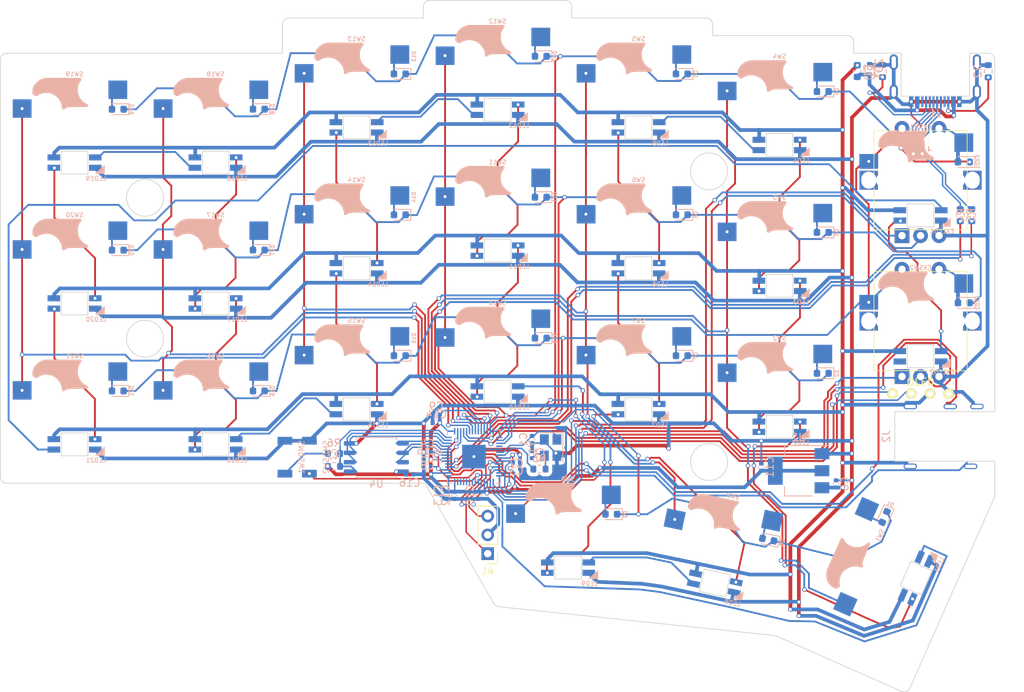
<source format=kicad_pcb>
(kicad_pcb (version 20221018) (generator pcbnew)
  (title_block (title "Corne") (date "2023-09-24") (rev "4.0.0") (company "foostan"))
  (layers (0 "F.Cu" signal) (31 "B.Cu" signal) (34 "B.Paste" user) (35 "F.Paste" user) (36 "B.SilkS" user "B.Silkscreen") (37 "F.SilkS" user "F.Silkscreen") (38 "B.Mask" user) (39 "F.Mask" user) (44 "Edge.Cuts" user))
  (net 0 "")
  (net 1 "Net-(U1-XIN)")
  (net 2 "Net-(C2-Pad1)")
  (net 3 "+1V1")
  (net 4 "+5V")
  (net 5 "+3V3")
  (net 6 "/ROW3")
  (net 7 "Net-(D1-A)")
  (net 8 "/ROW2")
  (net 9 "Net-(D2-A)")
  (net 10 "/ROW1")
  (net 11 "Net-(D3-A)")
  (net 12 "/ROW0")
  (net 13 "Net-(D4-A)")
  (net 14 "Net-(D5-A)")
  (net 15 "Net-(D6-A)")
  (net 16 "Net-(D7-A)")
  (net 17 "Net-(D8-A)")
  (net 18 "Net-(D9-A)")
  (net 19 "Net-(D10-A)")
  (net 20 "Net-(D11-A)")
  (net 21 "Net-(D12-A)")
  (net 22 "Net-(D13-A)")
  (net 23 "Net-(D14-A)")
  (net 24 "Net-(D15-A)")
  (net 25 "Net-(D16-A)")
  (net 26 "GND")
  (net 27 "Net-(D17-A)")
  (net 28 "Net-(D18-A)")
  (net 29 "Net-(D19-A)")
  (net 30 "Net-(D20-A)")
  (net 31 "Net-(D21-A)")
  (net 32 "Net-(EXD1-A)")
  (net 33 "Net-(EXD2-A)")
  (net 34 "Net-(EXLED1-DOUT)")
  (net 35 "Net-(EXLED1-DIN)")
  (net 37 "/RE0A")
  (net 38 "/RE0B")
  (net 39 "/COL6")
  (net 40 "/RE1A")
  (net 41 "/RE1B")
  (net 42 "VBUS")
  (net 43 "Net-(J1-CC1)")
  (net 45 "Net-(J1-CC2)")
  (net 47 "/RX")
  (net 48 "/TX")
  (net 49 "/SDA")
  (net 50 "/SCL")
  (net 51 "/SWCLK")
  (net 52 "/SWD")
  (net 61 "Net-(LED1-DOUT)")
  (net 62 "/LED")
  (net 63 "Net-(LED2-DOUT)")
  (net 64 "Net-(LED3-DOUT)")
  (net 65 "Net-(LED4-DOUT)")
  (net 66 "Net-(LED5-DOUT)")
  (net 67 "Net-(LED6-DOUT)")
  (net 68 "Net-(LED7-DOUT)")
  (net 69 "Net-(LED8-DOUT)")
  (net 70 "Net-(LED10-DIN)")
  (net 71 "Net-(LED10-DOUT)")
  (net 72 "Net-(LED11-DOUT)")
  (net 73 "Net-(LED12-DOUT)")
  (net 74 "Net-(LED13-DOUT)")
  (net 75 "Net-(LED14-DOUT)")
  (net 76 "Net-(LED15-DOUT)")
  (net 77 "Net-(LED16-DOUT)")
  (net 78 "Net-(LED17-DOUT)")
  (net 79 "Net-(LED18-DOUT)")
  (net 80 "Net-(LED19-DOUT)")
  (net 81 "Net-(LED20-DOUT)")
  (net 82 "Net-(U1-XOUT)")
  (net 83 "Net-(U1-USB_DP)")
  (net 84 "Net-(U1-USB_DM)")
  (net 85 "/QSPI_SS")
  (net 86 "Net-(R6-Pad2)")
  (net 87 "Net-(U1-RUN)")
  (net 88 "/COL5")
  (net 89 "/COL4")
  (net 90 "/COL3")
  (net 91 "/COL2")
  (net 92 "/COL1")
  (net 93 "/COL0")
  (net 95 "/QSPI_SD3")
  (net 96 "/QSPI_SCLK")
  (net 97 "/QSPI_SD0")
  (net 98 "/QSPI_SD2")
  (net 99 "/QSPI_SD1")
  (net 100 "/D+")
  (net 101 "/D-")
  (footprint "Connector_PinHeader_2.54mm:PinHeader_1x03_P2.54mm_Vertical" (layer "F.Cu") (at 97.89 110.5525 180)
    (fp_text reference "J4")
    (fp_text value "Conn_01x03")
  )
  (footprint "kbd:keyswitch_cherrymx_hotswap_1u" (layer "F.Cu") (at 137.32 50.53125)
    (fp_text reference "SW4")
    (fp_text value "SW_Push" hide)
  )
  (footprint "kbd_local:keyswitch_cherrymx_hotswap_1u_rotary_encoder_ec12" (layer "F.Cu") (at 156.37 79.10625)
    (fp_text reference "EXSW2")
    (fp_text value "RotaryEncoder_Switch" hide)
  )
  (footprint "kbd:keyswitch_cherrymx_hotswap_1u" (layer "F.Cu") (at 118.27 48.15)
    (fp_text reference "SW5")
    (fp_text value "SW_Push" hide)
  )
  (footprint "kbd:keyswitch_cherrymx_hotswap_1u" (layer "F.Cu") (at 80.17 48.15)
    (fp_text reference "SW13")
    (fp_text value "SW_Push" hide)
  )
  (footprint "kbd:keyswitch_cherrymx_hotswap_1u" (layer "F.Cu") (at 99.22 64.81875)
    (fp_text reference "SW11")
    (fp_text value "SW_Push" hide)
  )
  (footprint "kbd:keyswitch_cherrymx_hotswap_1u" (layer "F.Cu") (at 80.17 67.2)
    (fp_text reference "SW14")
    (fp_text value "SW_Push" hide)
  )
  (footprint "kbd:keyswitch_cherrymx_hotswap_1u" (layer "F.Cu") (at 129.559526 109.857927 -11.94)
    (fp_text reference "SW8")
    (fp_text value "SW_Push" hide)
  )
  (footprint "kbd:keyswitch_cherrymx_hotswap_1u" (layer "F.Cu") (at 99.22 45.76875)
    (fp_text reference "SW12")
    (fp_text value "SW_Push" hide)
  )
  (footprint "kbd:keyswitch_cherrymx_hotswap_1u" (layer "F.Cu") (at 61.12 71.9625)
    (fp_text reference "SW17")
    (fp_text value "SW_Push" hide)
  )
  (footprint "kbd:keyswitch_cherrymx_hotswap_1u" (layer "F.Cu") (at 42.07 91.0125)
    (fp_text reference "SW21")
    (fp_text value "SW_Push" hide)
  )
  (footprint "kbd_local:keyswitch_cherrymx_hotswap_1u_rotary_encoder_ec12" (layer "F.Cu") (at 156.37 60.05625)
    (fp_text reference "EXSW1")
    (fp_text value "RotaryEncoder_Switch" hide)
  )
  (footprint "kbd:keyswitch_cherrymx_hotswap_1u" (layer "F.Cu") (at 118.27 86.25)
    (fp_text reference "SW7")
    (fp_text value "SW_Push" hide)
  )
  (footprint "kbd:keyswitch_cherrymx_hotswap_1u" (layer "F.Cu") (at 108.745 107.68125)
    (fp_text reference "SW9")
    (fp_text value "SW_Push" hide)
  )
  (footprint "kbd:keyswitch_cherrymx_hotswap_1u" (layer "F.Cu") (at 99.22 83.86875)
    (fp_text reference "SW10")
    (fp_text value "SW_Push" hide)
  )
  (footprint "kbd:keyswitch_cherrymx_hotswap_1u" (layer "F.Cu") (at 80.17 86.25)
    (fp_text reference "SW15")
    (fp_text value "SW_Push" hide)
  )
  (footprint "kbd:keyswitch_cherrymx_hotswap_1u" (layer "F.Cu") (at 42.07 52.9125)
    (fp_text reference "SW19")
    (fp_text value "SW_Push" hide)
  )
  (footprint "kbd:keyswitch_cherrymx_hotswap_1u" (layer "F.Cu") (at 42.07 71.9625)
    (fp_text reference "SW20")
    (fp_text value "SW_Push" hide)
  )
  (footprint "kbd:keyswitch_cherrymx_hotswap_1u" (layer "F.Cu") (at 61.12 52.9125)
    (fp_text reference "SW18")
    (fp_text value "SW_Push" hide)
  )
  (footprint "kbd:keyswitch_cherrymx_hotswap_1u" (layer "F.Cu") (at 61.12 91.0125)
    (fp_text reference "SW16")
    (fp_text value "SW_Push" hide)
  )
  (footprint "kbd:keyswitch_cherrymx_hotswap_1.5u" (layer "F.Cu") (at 151.401365 111.938963 66.12)
    (fp_text reference "SW1")
    (fp_text value "SW_Push" hide)
  )
  (footprint "kbd:keyswitch_cherrymx_hotswap_1u" (layer "F.Cu") (at 137.32 88.63125)
    (fp_text reference "SW2")
    (fp_text value "SW_Push" hide)
  )
  (footprint "kbd:keyswitch_cherrymx_hotswap_1u" (layer "F.Cu") (at 118.27 67.2)
    (fp_text reference "SW6")
    (fp_text value "SW_Push" hide)
  )
  (footprint "kbd_local:OLED" (layer "F.Cu") (at 156.38 88.9025)
    (fp_text reference "J3")
    (fp_text value "Conn_01x04" hide)
  )
  (footprint "kbd:keyswitch_cherrymx_hotswap_1u" (layer "F.Cu") (at 137.32 69.58125)
    (fp_text reference "SW3")
    (fp_text value "SW_Push" hide)
  )
  (footprint "Capacitor_SMD:C_0402_1005Metric" (layer "B.Cu") (at 103.8825 95.1225 -90)
    (fp_text reference "C1")
    (fp_text value "27p")
  )
  (footprint "Diode_SMD:D_SOD-523" (layer "B.Cu") (at 149.48 45.0725 90)
    (fp_text reference "ZD1")
    (fp_text value "ESD5Z5V0C")
  )
  (footprint "kbd_local:YS-SK6812MINI-E" (layer "B.Cu") (at 61.12 95.775 180)
    (fp_text reference "LED16")
    (fp_text value "YS-SK6812MINI-E" hide)
    (fp_line (start -1.8 -1.55) (end 1.8 -1.55) (stroke (width 0.1)) (layer "Edge.Cuts"))
    (fp_line (start -1.8 1.55) (end -1.8 -1.55) (stroke (width 0.1)) (layer "Edge.Cuts"))
    (fp_line (start 1.8 -1.55) (end 1.8 1.55) (stroke (width 0.1)) (layer "Edge.Cuts"))
    (fp_line (start 1.8 1.55) (end -1.8 1.55) (stroke (width 0.1)) (layer "Edge.Cuts"))
  )
  (footprint "kbd_local:YS-SK6812MINI-E" (layer "B.Cu") (at 137.32 74.34375 180)
    (fp_text reference "LED3")
    (fp_text value "YS-SK6812MINI-E" hide)
    (fp_line (start -1.8 -1.55) (end 1.8 -1.55) (stroke (width 0.1)) (layer "Edge.Cuts"))
    (fp_line (start -1.8 1.55) (end -1.8 -1.55) (stroke (width 0.1)) (layer "Edge.Cuts"))
    (fp_line (start 1.8 -1.55) (end 1.8 1.55) (stroke (width 0.1)) (layer "Edge.Cuts"))
    (fp_line (start 1.8 1.55) (end -1.8 1.55) (stroke (width 0.1)) (layer "Edge.Cuts"))
  )
  (footprint "Capacitor_SMD:C_0402_1005Metric" (layer "B.Cu") (at 87.35 99.8225)
    (fp_text reference "C16")
    (fp_text value "1u")
  )
  (footprint "Diode_SMD:D_0603_1608Metric" (layer "B.Cu") (at 47.912 69.514375 180)
    (fp_text reference "D20")
    (fp_text value "D")
  )
  (footprint "Resistor_SMD:R_0603_1608Metric" (layer "B.Cu") (at 77.12 98.7525 180)
    (fp_text reference "R7")
    (fp_text value "10k")
  )
  (footprint "Diode_SMD:D_0603_1608Metric" (layer "B.Cu") (at 162.212 76.645625 180)
    (fp_text reference "EXD2")
    (fp_text value "D")
  )
  (footprint "Capacitor_SMD:C_0402_1005Metric" (layer "B.Cu") (at 89.73 96.8025 180)
    (fp_text reference "C4")
    (fp_text value "100n")
  )
  (footprint "Diode_SMD:D_0603_1608Metric" (layer "B.Cu") (at 151.516354 105.60095 -113.88)
    (fp_text reference "D1")
    (fp_text value "D")
  )
  (footprint "kbd_local:TS-1088R-02026" (layer "B.Cu") (at 73.8 97.5075 -90)
    (fp_text reference "SMDSW2")
    (fp_text value "TS-1088R-02026")
  )
  (footprint "kbd_local:YS-SK6812MINI-E" (layer "B.Cu") (at 61.12 76.725 180)
    (fp_text reference "LED17")
    (fp_text value "YS-SK6812MINI-E" hide)
    (fp_line (start -1.8 -1.55) (end 1.8 -1.55) (stroke (width 0.1)) (layer "Edge.Cuts"))
    (fp_line (start -1.8 1.55) (end -1.8 -1.55) (stroke (width 0.1)) (layer "Edge.Cuts"))
    (fp_line (start 1.8 -1.55) (end 1.8 1.55) (stroke (width 0.1)) (layer "Edge.Cuts"))
    (fp_line (start 1.8 1.55) (end -1.8 1.55) (stroke (width 0.1)) (layer "Edge.Cuts"))
  )
  (footprint "Capacitor_SMD:C_0402_1005Metric" (layer "B.Cu") (at 96.69 102.6525 -90)
    (fp_text reference "C10")
    (fp_text value "100n")
  )
  (footprint "Diode_SMD:D_0603_1608Metric" (layer "B.Cu") (at 143.162 48.070625 180)
    (fp_text reference "D4")
    (fp_text value "D")
  )
  (footprint "kbd_local:YS-SK6812MINI-E" (layer "B.Cu") (at 118.27 52.9125 180)
    (fp_text reference "LED5")
    (fp_text value "YS-SK6812MINI-E" hide)
    (fp_line (start -1.8 -1.55) (end 1.8 -1.55) (stroke (width 0.1)) (layer "Edge.Cuts"))
    (fp_line (start -1.8 1.55) (end -1.8 -1.55) (stroke (width 0.1)) (layer "Edge.Cuts"))
    (fp_line (start 1.8 -1.55) (end 1.8 1.55) (stroke (width 0.1)) (layer "Edge.Cuts"))
    (fp_line (start 1.8 1.55) (end -1.8 1.55) (stroke (width 0.1)) (layer "Edge.Cuts"))
  )
  (footprint "Capacitor_SMD:C_0402_1005Metric" (layer "B.Cu") (at 89.74 98.8025 180)
    (fp_text reference "C5")
    (fp_text value "1u")
  )
  (footprint "Resistor_SMD:R_0603_1608Metric" (layer "B.Cu") (at 104.88 99.1125 180)
    (fp_text reference "R3")
    (fp_text value "1k")
  )
  (footprint "Capacitor_SMD:C_0402_1005Metric" (layer "B.Cu") (at 89.73 97.8025 180)
    (fp_text reference "C15")
    (fp_text value "100n")
  )
  (footprint "Package_SON:USON-10_2.5x1.0mm_P0.5mm" (layer "B.Cu") (at 155.49 55.3375 90)
    (fp_text reference "U3")
    (fp_text value "TPD4E05U06DQAR")
  )
  (footprint "kbd_local:YS-SK6812MINI-E" (layer "B.Cu") (at 128.574226 114.517389 168.06)
    (fp_text reference "LED8")
    (fp_text value "YS-SK6812MINI-E" hide)
    (fp_line (start -1.8 -1.55) (end 1.8 -1.55) (stroke (width 0.1)) (layer "Edge.Cuts"))
    (fp_line (start -1.8 1.55) (end -1.8 -1.55) (stroke (width 0.1)) (layer "Edge.Cuts"))
    (fp_line (start 1.8 -1.55) (end 1.8 1.55) (stroke (width 0.1)) (layer "Edge.Cuts"))
    (fp_line (start 1.8 1.55) (end -1.8 1.55) (stroke (width 0.1)) (layer "Edge.Cuts"))
  )
  (footprint "Package_TO_SOT_SMD:SOT-223-3_TabPin2" (layer "B.Cu") (at 139.9 99.3425 180)
    (fp_text reference "U2")
    (fp_text value "NCP1117LPST33T3G")
  )
  (footprint "Diode_SMD:D_0603_1608Metric" (layer "B.Cu") (at 105.062 81.408125 180)
    (fp_text reference "D10")
    (fp_text value "D")
  )
  (footprint "kbd_local:YS-SK6812MINI-E" (layer "B.Cu") (at 99.22 88.63125 180)
    (fp_text reference "LED10")
    (fp_text value "YS-SK6812MINI-E" hide)
    (fp_line (start -1.8 -1.55) (end 1.8 -1.55) (stroke (width 0.1)) (layer "Edge.Cuts"))
    (fp_line (start -1.8 1.55) (end -1.8 -1.55) (stroke (width 0.1)) (layer "Edge.Cuts"))
    (fp_line (start 1.8 -1.55) (end 1.8 1.55) (stroke (width 0.1)) (layer "Edge.Cuts"))
    (fp_line (start 1.8 1.55) (end -1.8 1.55) (stroke (width 0.1)) (layer "Edge.Cuts"))
  )
  (footprint "Fuse:Fuse_0603_1608Metric" (layer "B.Cu") (at 147.82 45.3025 90)
    (fp_text reference "F1")
    (fp_text value "BSMD0603-050-12V")
  )
  (footprint "Capacitor_SMD:C_0402_1005Metric" (layer "B.Cu") (at 134.86 98.8525 90)
    (fp_text reference "C11")
    (fp_text value "10u")
  )
  (footprint "kbd_local:YS-SK6812MINI-E" (layer "B.Cu") (at 99.22 50.53125 180)
    (fp_text reference "LED12")
    (fp_text value "YS-SK6812MINI-E" hide)
    (fp_line (start -1.8 -1.55) (end 1.8 -1.55) (stroke (width 0.1)) (layer "Edge.Cuts"))
    (fp_line (start -1.8 1.55) (end -1.8 -1.55) (stroke (width 0.1)) (layer "Edge.Cuts"))
    (fp_line (start 1.8 -1.55) (end 1.8 1.55) (stroke (width 0.1)) (layer "Edge.Cuts"))
    (fp_line (start 1.8 1.55) (end -1.8 1.55) (stroke (width 0.1)) (layer "Edge.Cuts"))
  )
  (footprint "kbd_local:YS-SK6812MINI-E" (layer "B.Cu") (at 42.07 76.725 180)
    (fp_text reference "LED20")
    (fp_text value "YS-SK6812MINI-E" hide)
    (fp_line (start -1.8 -1.55) (end 1.8 -1.55) (stroke (width 0.1)) (layer "Edge.Cuts"))
    (fp_line (start -1.8 1.55) (end -1.8 -1.55) (stroke (width 0.1)) (layer "Edge.Cuts"))
    (fp_line (start 1.8 -1.55) (end 1.8 1.55) (stroke (width 0.1)) (layer "Edge.Cuts"))
    (fp_line (start 1.8 1.55) (end -1.8 1.55) (stroke (width 0.1)) (layer "Edge.Cuts"))
  )
  (footprint "kbd_local:YS-SK6812MINI-E" (layer "B.Cu") (at 80.17 91.0125 180)
    (fp_text reference "LED15")
    (fp_text value "YS-SK6812MINI-E" hide)
    (fp_line (start -1.8 -1.55) (end 1.8 -1.55) (stroke (width 0.1)) (layer "Edge.Cuts"))
    (fp_line (start -1.8 1.55) (end -1.8 -1.55) (stroke (width 0.1)) (layer "Edge.Cuts"))
    (fp_line (start 1.8 -1.55) (end 1.8 1.55) (stroke (width 0.1)) (layer "Edge.Cuts"))
    (fp_line (start 1.8 1.55) (end -1.8 1.55) (stroke (width 0.1)) (layer "Edge.Cuts"))
  )
  (footprint "Resistor_SMD:R_0603_1608Metric" (layer "B.Cu") (at 163.29 64.7875 -90)
    (fp_text reference "R4")
    (fp_text value "27")
  )
  (footprint "kbd_local:YS-SK6812MINI-E" (layer "B.Cu") (at 155.756172 113.86693 -113.88)
    (fp_text reference "LED1")
    (fp_text value "YS-SK6812MINI-E" hide)
    (fp_line (start -1.8 -1.55) (end 1.8 -1.55) (stroke (width 0.1)) (layer "Edge.Cuts"))
    (fp_line (start -1.8 1.55) (end -1.8 -1.55) (stroke (width 0.1)) (layer "Edge.Cuts"))
    (fp_line (start 1.8 -1.55) (end 1.8 1.55) (stroke (width 0.1)) (layer "Edge.Cuts"))
    (fp_line (start 1.8 1.55) (end -1.8 1.55) (stroke (width 0.1)) (layer "Edge.Cuts"))
  )
  (footprint "Resistor_SMD:R_0603_1608Metric" (layer "B.Cu") (at 151.23 45.2975 -90)
    (fp_text reference "R1")
    (fp_text value "5.1k")
  )
  (footprint "Capacitor_SMD:C_0402_1005Metric" (layer "B.Cu") (at 90.93 91.7725 180)
    (fp_text reference "C9")
    (fp_text value "100n")
  )
  (footprint "Diode_SMD:D_0603_1608Metric" (layer "B.Cu") (at 86.012 64.739375 180)
    (fp_text reference "D14")
    (fp_text value "D")
  )
  (footprint "Diode_SMD:D_0603_1608Metric" (layer "B.Cu") (at 114.587 105.220625 180)
    (fp_text reference "D9")
    (fp_text value "D")
  )
  (footprint "kbd_local:YS-SK6812MINI-E" (layer "B.Cu") (at 80.17 52.9125 180)
    (fp_text reference "LED13")
    (fp_text value "YS-SK6812MINI-E" hide)
    (fp_line (start -1.8 -1.55) (end 1.8 -1.55) (stroke (width 0.1)) (layer "Edge.Cuts"))
    (fp_line (start -1.8 1.55) (end -1.8 -1.55) (stroke (width 0.1)) (layer "Edge.Cuts"))
    (fp_line (start 1.8 -1.55) (end 1.8 1.55) (stroke (width 0.1)) (layer "Edge.Cuts"))
    (fp_line (start 1.8 1.55) (end -1.8 1.55) (stroke (width 0.1)) (layer "Edge.Cuts"))
  )
  (footprint "Diode_SMD:D_0603_1608Metric" (layer "B.Cu") (at 47.912 50.464375 180)
    (fp_text reference "D19")
    (fp_text value "D")
  )
  (footprint "kbd_local:TS-1088R-02026" (layer "B.Cu") (at 70.49 97.5125 -90)
    (fp_text reference "SMDSW1")
    (fp_text value "TS-1088R-02026")
  )
  (footprint "Diode_SMD:D_0603_1608Metric" (layer "B.Cu") (at 66.962 88.551875 180)
    (fp_text reference "D16")
    (fp_text value "D")
  )
  (footprint "kbd_local:YS-SK6812MINI-E" (layer "B.Cu") (at 42.07 95.775 180)
    (fp_text reference "LED21")
    (fp_text value "YS-SK6812MINI-E" hide)
    (fp_line (start -1.8 -1.55) (end 1.8 -1.55) (stroke (width 0.1)) (layer "Edge.Cuts"))
    (fp_line (start -1.8 1.55) (end -1.8 -1.55) (stroke (width 0.1)) (layer "Edge.Cuts"))
    (fp_line (start 1.8 -1.55) (end 1.8 1.55) (stroke (width 0.1)) (layer "Edge.Cuts"))
    (fp_line (start 1.8 1.55) (end -1.8 1.55) (stroke (width 0.1)) (layer "Edge.Cuts"))
  )
  (footprint "Diode_SMD:D_0603_1608Metric" (layer "B.Cu") (at 143.162 86.170625 180)
    (fp_text reference "D2")
    (fp_text value "D")
  )
  (footprint "Package_SO:SOIC-8_5.23x5.23mm_P1.27mm" (layer "B.Cu") (at 82.84 97.5525)
    (fp_text reference "U4")
    (fp_text value "W25Q128JVSIQ")
  )
  (footprint "kbd_local:YS-SK6812MINI-E" (layer "B.Cu") (at 42.07 57.675 180)
    (fp_text reference "LED19")
    (fp_text value "YS-SK6812MINI-E" hide)
    (fp_line (start -1.8 -1.55) (end 1.8 -1.55) (stroke (width 0.1)) (layer "Edge.Cuts"))
    (fp_line (start -1.8 1.55) (end -1.8 -1.55) (stroke (width 0.1)) (layer "Edge.Cuts"))
    (fp_line (start 1.8 -1.55) (end 1.8 1.55) (stroke (width 0.1)) (layer "Edge.Cuts"))
    (fp_line (start 1.8 1.55) (end -1.8 1.55) (stroke (width 0.1)) (layer "Edge.Cuts"))
  )
  (footprint "kbd_local:YS-SK6812MINI-E" (layer "B.Cu") (at 118.27 91.0125 180)
    (fp_text reference "LED7")
    (fp_text value "YS-SK6812MINI-E" hide)
    (fp_line (start -1.8 -1.55) (end 1.8 -1.55) (stroke (width 0.1)) (layer "Edge.Cuts"))
    (fp_line (start -1.8 1.55) (end -1.8 -1.55) (stroke (width 0.1)) (layer "Edge.Cuts"))
    (fp_line (start 1.8 -1.55) (end 1.8 1.55) (stroke (width 0.1)) (layer "Edge.Cuts"))
    (fp_line (start 1.8 1.55) (end -1.8 1.55) (stroke (width 0.1)) (layer "Edge.Cuts"))
  )
  (footprint "Capacitor_SMD:C_0402_1005Metric" (layer "B.Cu") (at 89.73 99.8225 180)
    (fp_text reference "C8")
    (fp_text value "1u")
  )
  (footprint "Capacitor_SMD:C_0402_1005Metric" (layer "B.Cu") (at 92.3475 102.6625 -90)
    (fp_text reference "C13")
    (fp_text value "100n")
  )
  (footprint "Capacitor_SMD:C_0402_1005Metric" (layer "B.Cu") (at 103.8725 97.1625 90)
    (fp_text reference "C2")
    (fp_text value "27p")
  )
  (footprint "kbd_local:YS-SK6812MINI-E" (layer "B.Cu") (at 156.37 83.86875 180)
    (fp_text reference "EXLED2")
    (fp_text value "YS-SK6812MINI-E" hide)
    (fp_line (start -1.8 -1.55) (end 1.8 -1.55) (stroke (width 0.1)) (layer "Edge.Cuts"))
    (fp_line (start -1.8 1.55) (end -1.8 -1.55) (stroke (width 0.1)) (layer "Edge.Cuts"))
    (fp_line (start 1.8 -1.55) (end 1.8 1.55) (stroke (width 0.1)) (layer "Edge.Cuts"))
    (fp_line (start 1.8 1.55) (end -1.8 1.55) (stroke (width 0.1)) (layer "Edge.Cuts"))
  )
  (footprint "Diode_SMD:D_0603_1608Metric" (layer "B.Cu") (at 124.112 45.689375 180)
    (fp_text reference "D5")
    (fp_text value "D")
  )
  (footprint "Crystal:Crystal_SMD_3225-4Pin_3.2x2.5mm" (layer "B.Cu") (at 106.3925 96.2125 -90)
    (fp_text reference "Y1")
    (fp_text value "12MHz 18pF")
  )
  (footprint "Diode_SMD:D_0603_1608Metric" (layer "B.Cu") (at 135.784205 108.659173 168.06)
    (fp_text reference "D8")
    (fp_text value "D")
  )
  (footprint "kbd_local:YS-SK6812MINI-E" (layer "B.Cu") (at 108.745 112.44375 180)
    (fp_text reference "LED9")
    (fp_text value "YS-SK6812MINI-E" hide)
    (fp_line (start -1.8 -1.55) (end 1.8 -1.55) (stroke (width 0.1)) (layer "Edge.Cuts"))
    (fp_line (start -1.8 1.55) (end -1.8 -1.55) (stroke (width 0.1)) (layer "Edge.Cuts"))
    (fp_line (start 1.8 -1.55) (end 1.8 1.55) (stroke (width 0.1)) (layer "Edge.Cuts"))
    (fp_line (start 1.8 1.55) (end -1.8 1.55) (stroke (width 0.1)) (layer "Edge.Cuts"))
  )
  (footprint "Diode_SMD:D_0603_1608Metric" (layer "B.Cu") (at 86.012 83.789375 180)
    (fp_text reference "D15")
    (fp_text value "D")
  )
  (footprint "Diode_SMD:D_0603_1608Metric" (layer "B.Cu") (at 86.012 45.689375 180)
    (fp_text reference "D13")
    (fp_text value "D")
  )
  (footprint "kbd_local:YS-SK6812MINI-E" (layer "B.Cu") (at 156.37 64.81875 180)
    (fp_text reference "EXLED1")
    (fp_text value "YS-SK6812MINI-E" hide)
    (fp_line (start -1.8 -1.55) (end 1.8 -1.55) (stroke (width 0.1)) (layer "Edge.Cuts"))
    (fp_line (start -1.8 1.55) (end -1.8 -1.55) (stroke (width 0.1)) (layer "Edge.Cuts"))
    (fp_line (start 1.8 -1.55) (end 1.8 1.55) (stroke (width 0.1)) (layer "Edge.Cuts"))
    (fp_line (start 1.8 1.55) (end -1.8 1.55) (stroke (width 0.1)) (layer "Edge.Cuts"))
  )
  (footprint "Diode_SMD:D_0603_1608Metric" (layer "B.Cu") (at 66.962 69.501875 180)
    (fp_text reference "D17")
    (fp_text value "D")
  )
  (footprint "kbd_local:YS-SK6812MINI-E" (layer "B.Cu") (at 118.27 71.9625 180)
    (fp_text reference "LED6")
    (fp_text value "YS-SK6812MINI-E" hide)
    (fp_line (start -1.8 -1.55) (end 1.8 -1.55) (stroke (width 0.1)) (layer "Edge.Cuts"))
    (fp_line (start -1.8 1.55) (end -1.8 -1.55) (stroke (width 0.1)) (layer "Edge.Cuts"))
    (fp_line (start 1.8 -1.55) (end 1.8 1.55) (stroke (width 0.1)) (layer "Edge.Cuts"))
    (fp_line (start 1.8 1.55) (end -1.8 1.55) (stroke (width 0.1)) (layer "Edge.Cuts"))
  )
  (footprint "Diode_SMD:D_0603_1608Metric" (layer "B.Cu") (at 105.062 62.358125 180)
    (fp_text reference "D11")
    (fp_text value "D")
  )
  (footprint "Capacitor_SMD:C_0402_1005Metric" (layer "B.Cu") (at 101.77 98.2325)
    (fp_text reference "C3")
    (fp_text value "100n")
  )
  (footprint "Resistor_SMD:R_0603_1608Metric" (layer "B.Cu") (at 165.52 45.3275 -90)
    (fp_text reference "R2")
    (fp_text value "5.1k")
  )
  (footprint "kbd_local:YS-SK6812MINI-E" (layer "B.Cu") (at 99.22 69.58125 180)
    (fp_text reference "LED11")
    (fp_text value "YS-SK6812MINI-E" hide)
    (fp_line (start -1.8 -1.55) (end 1.8 -1.55) (stroke (width 0.1)) (layer "Edge.Cuts"))
    (fp_line (start -1.8 1.55) (end -1.8 -1.55) (stroke (width 0.1)) (layer "Edge.Cuts"))
    (fp_line (start 1.8 -1.55) (end 1.8 1.55) (stroke (width 0.1)) (layer "Edge.Cuts"))
    (fp_line (start 1.8 1.55) (end -1.8 1.55) (stroke (width 0.1)) (layer "Edge.Cuts"))
  )
  (footprint "Resistor_SMD:R_0603_1608Metric" (layer "B.Cu") (at 161.74 64.7875 90)
    (fp_text reference "R5")
    (fp_text value "27")
  )
  (footprint "Capacitor_SMD:C_0402_1005Metric" (layer "B.Cu") (at 90.93 92.8825 180)
    (fp_text reference "C14")
    (fp_text value "100n")
  )
  (footprint "Diode_SMD:D_0603_1608Metric" (layer "B.Cu") (at 124.112 83.789375 180)
    (fp_text reference "D7")
    (fp_text value "D")
  )
  (footprint "kbd_local:TYPE-C-31-M-13C" (layer "B.Cu") (at 158.37 44.0925)
    (fp_text reference "J1")
    (fp_text value "TYPE-C-31-M-13C")
  )
  (footprint "Capacitor_SMD:C_0402_1005Metric" (layer "B.Cu") (at 144.96 101.1225 90)
    (fp_text reference "C6")
    (fp_text value "10u")
  )
  (footprint "Diode_SMD:D_0603_1608Metric" (layer "B.Cu") (at 162.212 57.595625 180)
    (fp_text reference "EXD1")
    (fp_text value "D")
  )
  (footprint "Diode_SMD:D_0603_1608Metric" (layer "B.Cu") (at 124.112 64.739375 180)
    (fp_text reference "D6")
    (fp_text value "D")
  )
  (footprint "Capacitor_SMD:C_0402_1005Metric" (layer "B.Cu") (at 93.4075 102.6725 -90)
    (fp_text reference "C12")
    (fp_text value "100n")
  )
  (footprint "kbd_local:YS-SK6812MINI-E" (layer "B.Cu") (at 137.32 93.39375 180)
    (fp_text reference "LED2")
    (fp_text value "YS-SK6812MINI-E" hide)
    (fp_line (start -1.8 -1.55) (end 1.8 -1.55) (stroke (width 0.1)) (layer "Edge.Cuts"))
    (fp_line (start -1.8 1.55) (end -1.8 -1.55) (stroke (width 0.1)) (layer "Edge.Cuts"))
    (fp_line (start 1.8 -1.55) (end 1.8 1.55) (stroke (width 0.1)) (layer "Edge.Cuts"))
    (fp_line (start 1.8 1.55) (end -1.8 1.55) (stroke (width 0.1)) (layer "Edge.Cuts"))
  )
  (footprint "Diode_SMD:D_0603_1608Metric" (layer "B.Cu") (at 143.162 67.120625 180)
    (fp_text reference "D3")
    (fp_text value "D")
  )
  (footprint "Diode_SMD:D_0603_1608Metric" (layer "B.Cu") (at 66.962 50.451875 180)
    (fp_text reference "D18")
    (fp_text value "D")
  )
  (footprint "Package_DFN_QFN:QFN-56-1EP_7x7mm_P0.4mm_EP3.2x3.2mm" (layer "B.Cu") (at 96.03 97.4325 -90)
    (fp_text reference "U1")
    (fp_text value "RP2040")
  )
  (footprint "kbd_local:YS-SK6812MINI-E" (layer "B.Cu") (at 80.17 71.9625 180)
    (fp_text reference "LED14")
    (fp_text value "YS-SK6812MINI-E" hide)
    (fp_line (start -1.8 -1.55) (end 1.8 -1.55) (stroke (width 0.1)) (layer "Edge.Cuts"))
    (fp_line (start -1.8 1.55) (end -1.8 -1.55) (stroke (width 0.1)) (layer "Edge.Cuts"))
    (fp_line (start 1.8 -1.55) (end 1.8 1.55) (stroke (width 0.1)) (layer "Edge.Cuts"))
    (fp_line (start 1.8 1.55) (end -1.8 1.55) (stroke (width 0.1)) (layer "Edge.Cuts"))
  )
  (footprint "Diode_SMD:D_0603_1608Metric" (layer "B.Cu") (at 47.912 88.551875 180)
    (fp_text reference "D21")
    (fp_text value "D")
  )
  (footprint "kbd_local:YS-SK6812MINI-E" (layer "B.Cu") (at 61.12 57.675 180)
    (fp_text reference "LED18")
    (fp_text value "YS-SK6812MINI-E" hide)
    (fp_line (start -1.8 -1.55) (end 1.8 -1.55) (stroke (width 0.1)) (layer "Edge.Cuts"))
    (fp_line (start -1.8 1.55) (end -1.8 -1.55) (stroke (width 0.1)) (layer "Edge.Cuts"))
    (fp_line (start 1.8 -1.55) (end 1.8 1.55) (stroke (width 0.1)) (layer "Edge.Cuts"))
    (fp_line (start 1.8 1.55) (end -1.8 1.55) (stroke (width 0.1)) (layer "Edge.Cuts"))
  )
  (footprint "kbd_local:YS-SK6812MINI-E" (layer "B.Cu") (at 137.32 55.29375 180)
    (fp_text reference "LED4")
    (fp_text value "YS-SK6812MINI-E" hide)
    (fp_line (start -1.8 -1.55) (end 1.8 -1.55) (stroke (width 0.1)) (layer "Edge.Cuts"))
    (fp_line (start -1.8 1.55) (end -1.8 -1.55) (stroke (width 0.1)) (layer "Edge.Cuts"))
    (fp_line (start 1.8 -1.55) (end 1.8 1.55) (stroke (width 0.1)) (layer "Edge.Cuts"))
    (fp_line (start 1.8 1.55) (end -1.8 1.55) (stroke (width 0.1)) (layer "Edge.Cuts"))
  )
  (footprint "Capacitor_SMD:C_0402_1005Metric" (layer "B.Cu") (at 101.76 97.2025)
    (fp_text reference "C7")
    (fp_text value "100n")
  )
  (footprint "Diode_SMD:D_0603_1608Metric" (layer "B.Cu") (at 105.062 43.308125 180)
    (fp_text reference "D12")
    (fp_text value "D")
  )
  (footprint "kbd_local:ST-0277D00-052-142" (layer "B.Cu") (at 166.39 94.7025 90)
    (fp_text reference "J2")
    (fp_text value "ST-0277D00-052-142")
  )
  (footprint "Resistor_SMD:R_0603_1608Metric" (layer "B.Cu") (at 77.115 97.0225 180)
    (fp_text reference "R6")
    (fp_text value "1k")
  )
  (gr_line (start 162.99 42.8875) (end 162.99 48.69) (stroke (width 0.1)) (layer "Edge.Cuts"))
  (gr_curve (pts (xy 108.244998 35.74375) (xy 108.366501 35.74375) (xy 108.496336 35.74375) (xy 108.635578 35.787354)) (stroke (width 0.1)) (layer "Edge.Cuts"))
  (gr_line (start 166.394998 102.624928) (end 166.394998 98.05625) (stroke (width 0.1)) (layer "Edge.Cuts"))
  (gr_curve (pts (xy 32.088604 43.496913) (xy 32.121832 43.390804) (xy 32.175021 43.294826) (xy 32.248985 43.206537)) (stroke (width 0.1)) (layer "Edge.Cuts"))
  (gr_curve (pts (xy 128.196698 38.601885) (xy 128.24503 38.694948) (xy 128.268429 38.783102) (xy 128.280509 38.860085)) (stroke (width 0.1)) (layer "Edge.Cuts"))
  (gr_line (start 127.294998 38.125) (end 109.244998 38.125) (stroke (width 0.1)) (layer "Edge.Cuts"))
  (gr_curve (pts (xy 127.294998 38.125) (xy 127.416501 38.125) (xy 127.546336 38.125) (xy 127.685578 38.168604)) (stroke (width 0.1)) (layer "Edge.Cuts"))
  (gr_curve (pts (xy 89.671883 35.84205) (xy 89.764946 35.793718) (xy 89.8531 35.770319) (xy 89.930083 35.758239)) (stroke (width 0.1)) (layer "Edge.Cuts"))
  (gr_curve (pts (xy 154.185545 129.236101) (xy 154.080882 129.242621) (xy 153.990803 129.22833) (xy 153.91552 129.208211)) (stroke (width 0.1)) (layer "Edge.Cuts"))
  (gr_curve (pts (xy 128.280509 38.860085) (xy 128.294998 38.952421) (xy 128.294998 39.040176) (xy 128.294998 39.125)) (stroke (width 0.1)) (layer "Edge.Cuts"))
  (gr_curve (pts (xy 32.248985 43.206537) (xy 32.317035 43.125308) (xy 32.408681 43.044584) (xy 32.521884 42.985792)) (stroke (width 0.1)) (layer "Edge.Cuts"))
  (gr_curve (pts (xy 127.975953 38.328985) (xy 128.057182 38.397035) (xy 128.137907 38.488681) (xy 128.196698 38.601885)) (stroke (width 0.1)) (layer "Edge.Cuts"))
  (gr_curve (pts (xy 165.785578 42.931104) (xy 165.891686 42.964332) (xy 165.987664 43.017521) (xy 166.075953 43.091485)) (stroke (width 0.1)) (layer "Edge.Cuts"))
  (gr_curve (pts (xy 70.188602 38.73442) (xy 70.22183 38.628312) (xy 70.275019 38.532334) (xy 70.348983 38.444045)) (stroke (width 0.1)) (layer "Edge.Cuts"))
  (gr_curve (pts (xy 89.194998 36.74375) (xy 89.194998 36.622247) (xy 89.194998 36.492412) (xy 89.238602 36.35317)) (stroke (width 0.1)) (layer "Edge.Cuts"))
  (gr_curve (pts (xy 89.930083 35.758239) (xy 90.022419 35.74375) (xy 90.110174 35.74375) (xy 90.194998 35.74375)) (stroke (width 0.1)) (layer "Edge.Cuts"))
  (gr_circle (center 127.795 58.865625) (end 130.295 58.865625) (stroke (width 0.1)) (fill none) (layer "Edge.Cuts"))
  (gr_line (start 33.044998 101.0375) (end 89.404837 101.0375) (stroke (width 0.1)) (layer "Edge.Cuts"))
  (gr_line (start 99.422936 117.730199) (end 136.777479 121.636546) (stroke (width 0.1)) (layer "Edge.Cuts"))
  (gr_line (start 162.99 48.69) (end 153.75 48.69) (stroke (width 0.1)) (layer "Edge.Cuts"))
  (gr_curve (pts (xy 32.143298 100.560615) (xy 32.094967 100.467552) (xy 32.071567 100.379398) (xy 32.059487 100.302415)) (stroke (width 0.1)) (layer "Edge.Cuts"))
  (gr_curve (pts (xy 32.780085 42.901981) (xy 32.872421 42.887492) (xy 32.960176 42.887492) (xy 33.045 42.887492)) (stroke (width 0.1)) (layer "Edge.Cuts"))
  (gr_curve (pts (xy 108.635578 35.787354) (xy 108.741686 35.820582) (xy 108.837664 35.873771) (xy 108.925953 35.947735)) (stroke (width 0.1)) (layer "Edge.Cuts"))
  (gr_line (start 152.89 91.3525) (end 166.394998 91.35625) (stroke (width 0.1)) (layer "Edge.Cuts"))
  (gr_line (start 152.89 98.0525) (end 152.89 91.3525) (stroke (width 0.1)) (layer "Edge.Cuts"))
  (gr_line (start 109.244998 38.125) (end 109.244998 36.74375) (stroke (width 0.1)) (layer "Edge.Cuts"))
  (gr_curve (pts (xy 109.230509 36.478835) (xy 109.244998 36.571171) (xy 109.244998 36.658926) (xy 109.244998 36.74375)) (stroke (width 0.1)) (layer "Edge.Cuts"))
  (gr_line (start 153.75 48.69) (end 153.75 42.8875) (stroke (width 0.1)) (layer "Edge.Cuts"))
  (gr_line (start 70.144998 39.125) (end 70.144998 42.887499) (stroke (width 0.1)) (layer "Edge.Cuts"))
  (gr_curve (pts (xy 70.880083 38.139489) (xy 70.972419 38.125) (xy 71.060174 38.125) (xy 71.144998 38.125)) (stroke (width 0.1)) (layer "Edge.Cuts"))
  (gr_curve (pts (xy 165.394998 42.8875) (xy 165.516501 42.8875) (xy 165.646336 42.8875) (xy 165.785578 42.931104)) (stroke (width 0.1)) (layer "Edge.Cuts"))
  (gr_curve (pts (xy 147.330509 41.241335) (xy 147.344998 41.333671) (xy 147.344998 41.421426) (xy 147.344998 41.50625)) (stroke (width 0.1)) (layer "Edge.Cuts"))
  (gr_curve (pts (xy 109.146698 36.220635) (xy 109.19503 36.313698) (xy 109.218429 36.401852) (xy 109.230509 36.478835)) (stroke (width 0.1)) (layer "Edge.Cuts"))
  (gr_line (start 166.394998 98.05625) (end 152.89 98.0525) (stroke (width 0.1)) (layer "Edge.Cuts"))
  (gr_circle (center 51.595 62.4375) (end 54.095 62.4375) (stroke (width 0.1)) (fill none) (layer "Edge.Cuts"))
  (gr_curve (pts (xy 147.025953 40.710235) (xy 147.107182 40.778285) (xy 147.187907 40.869931) (xy 147.246698 40.983135)) (stroke (width 0.1)) (layer "Edge.Cuts"))
  (gr_curve (pts (xy 32.045 43.887492) (xy 32.045 43.76599) (xy 32.045 43.636154) (xy 32.088604 43.496913)) (stroke (width 0.1)) (layer "Edge.Cuts"))
  (gr_line (start 89.194998 38.125) (end 71.144998 38.125) (stroke (width 0.1)) (layer "Edge.Cuts"))
  (gr_line (start 147.344998 42.8875) (end 147.344998 41.50625) (stroke (width 0.1)) (layer "Edge.Cuts"))
  (gr_curve (pts (xy 147.246698 40.983135) (xy 147.29503 41.076198) (xy 147.318429 41.164352) (xy 147.330509 41.241335)) (stroke (width 0.1)) (layer "Edge.Cuts"))
  (gr_curve (pts (xy 166.075953 43.091485) (xy 166.157182 43.159535) (xy 166.237907 43.251181) (xy 166.296698 43.364385)) (stroke (width 0.1)) (layer "Edge.Cuts"))
  (gr_curve (pts (xy 166.380509 43.622585) (xy 166.394998 43.714921) (xy 166.394998 43.802676) (xy 166.394998 43.8875)) (stroke (width 0.1)) (layer "Edge.Cuts"))
  (gr_curve (pts (xy 146.735578 40.549854) (xy 146.841686 40.583082) (xy 146.937664 40.636271) (xy 147.025953 40.710235)) (stroke (width 0.1)) (layer "Edge.Cuts"))
  (gr_line (start 166.394998 91.35625) (end 166.394998 43.8875) (stroke (width 0.1)) (layer "Edge.Cuts"))
  (gr_line (start 136.777479 121.636546) (end 153.667418 129.114214) (stroke (width 0.1)) (layer "Edge.Cuts"))
  (gr_curve (pts (xy 154.78865 128.944141) (xy 154.71531 129.027714) (xy 154.627821 129.093944) (xy 154.524447 129.144731)) (stroke (width 0.1)) (layer "Edge.Cuts"))
  (gr_curve (pts (xy 146.344998 40.50625) (xy 146.466501 40.50625) (xy 146.596336 40.50625) (xy 146.735578 40.549854)) (stroke (width 0.1)) (layer "Edge.Cuts"))
  (gr_curve (pts (xy 99.03692 117.634121) (xy 98.970234 117.600208) (xy 98.888496 117.547065) (xy 98.808413 117.455098)) (stroke (width 0.1)) (layer "Edge.Cuts"))
  (gr_curve (pts (xy 154.524447 129.144731) (xy 154.429338 129.191458) (xy 154.312858 129.228171) (xy 154.185545 129.236101)) (stroke (width 0.1)) (layer "Edge.Cuts"))
  (gr_line (start 146.344998 40.50625) (end 128.294998 40.50625) (stroke (width 0.1)) (layer "Edge.Cuts"))
  (gr_curve (pts (xy 99.422936 117.730199) (xy 99.307495 117.718126) (xy 99.174825 117.704253) (xy 99.03692 117.634121)) (stroke (width 0.1)) (layer "Edge.Cuts"))
  (gr_curve (pts (xy 166.394998 102.624928) (xy 166.394998 102.687961) (xy 166.394998 102.755162) (xy 166.378556 102.832917)) (stroke (width 0.1)) (layer "Edge.Cuts"))
  (gr_line (start 128.294998 40.50625) (end 128.294998 39.125) (stroke (width 0.1)) (layer "Edge.Cuts"))
  (gr_curve (pts (xy 127.685578 38.168604) (xy 127.791686 38.201832) (xy 127.887664 38.255021) (xy 127.975953 38.328985)) (stroke (width 0.1)) (layer "Edge.Cuts"))
  (gr_line (start 165.394998 42.8875) (end 162.99 42.8875) (stroke (width 0.1)) (layer "Edge.Cuts"))
  (gr_curve (pts (xy 70.144998 39.125) (xy 70.144998 39.003497) (xy 70.144998 38.873662) (xy 70.188602 38.73442)) (stroke (width 0.1)) (layer "Edge.Cuts"))
  (gr_line (start 89.194998 36.74375) (end 89.194998 38.125) (stroke (width 0.1)) (layer "Edge.Cuts"))
  (gr_curve (pts (xy 166.378556 102.832917) (xy 166.362113 102.910671) (xy 166.334908 102.972119) (xy 166.309391 103.029756)) (stroke (width 0.1)) (layer "Edge.Cuts"))
  (gr_curve (pts (xy 33.044998 101.0375) (xy 32.923496 101.0375) (xy 32.79366 101.0375) (xy 32.654419 100.993896)) (stroke (width 0.1)) (layer "Edge.Cuts"))
  (gr_curve (pts (xy 98.808413 117.455098) (xy 98.744151 117.3813) (xy 98.700003 117.304041) (xy 98.6587 117.231761)) (stroke (width 0.1)) (layer "Edge.Cuts"))
  (gr_curve (pts (xy 70.348983 38.444045) (xy 70.417033 38.362816) (xy 70.508679 38.282091) (xy 70.621883 38.2233)) (stroke (width 0.1)) (layer "Edge.Cuts"))
  (gr_curve (pts (xy 153.91552 129.208211) (xy 153.825223 129.184079) (xy 153.74498 129.148554) (xy 153.667418 129.114214)) (stroke (width 0.1)) (layer "Edge.Cuts"))
  (gr_curve (pts (xy 108.925953 35.947735) (xy 109.007182 36.015785) (xy 109.087907 36.107431) (xy 109.146698 36.220635)) (stroke (width 0.1)) (layer "Edge.Cuts"))
  (gr_line (start 89.404837 101.0375) (end 98.6587 117.231761) (stroke (width 0.1)) (layer "Edge.Cuts"))
  (gr_circle (center 127.794998 98.15625) (end 130.294998 98.15625) (stroke (width 0.1)) (fill none) (layer "Edge.Cuts"))
  (gr_circle (center 51.595 81.4875) (end 54.095 81.4875) (stroke (width 0.1)) (fill none) (layer "Edge.Cuts"))
  (gr_curve (pts (xy 32.654419 100.993896) (xy 32.54831 100.960668) (xy 32.452332 100.907479) (xy 32.364043 100.833515)) (stroke (width 0.1)) (layer "Edge.Cuts"))
  (gr_line (start 153.75 42.8875) (end 147.344998 42.8875) (stroke (width 0.1)) (layer "Edge.Cuts"))
  (gr_curve (pts (xy 32.364043 100.833515) (xy 32.282814 100.765465) (xy 32.20209 100.673819) (xy 32.143298 100.560615)) (stroke (width 0.1)) (layer "Edge.Cuts"))
  (gr_curve (pts (xy 32.521884 42.985792) (xy 32.614948 42.93746) (xy 32.703102 42.914061) (xy 32.780085 42.901981)) (stroke (width 0.1)) (layer "Edge.Cuts"))
  (gr_line (start 108.244998 35.74375) (end 90.194998 35.74375) (stroke (width 0.1)) (layer "Edge.Cuts"))
  (gr_line (start 70.144998 42.887499) (end 33.045 42.887492) (stroke (width 0.1)) (layer "Edge.Cuts"))
  (gr_curve (pts (xy 89.238602 36.35317) (xy 89.27183 36.247062) (xy 89.325019 36.151084) (xy 89.398983 36.062795)) (stroke (width 0.1)) (layer "Edge.Cuts"))
  (gr_curve (pts (xy 89.398983 36.062795) (xy 89.467033 35.981566) (xy 89.558679 35.900841) (xy 89.671883 35.84205)) (stroke (width 0.1)) (layer "Edge.Cuts"))
  (gr_curve (pts (xy 154.986639 128.60465) (xy 154.937451 128.715751) (xy 154.88489 128.834472) (xy 154.78865 128.944141)) (stroke (width 0.1)) (layer "Edge.Cuts"))
  (gr_line (start 32.045 43.887492) (end 32.044998 100.0375) (stroke (width 0.1)) (layer "Edge.Cuts"))
  (gr_curve (pts (xy 32.059487 100.302415) (xy 32.044998 100.210079) (xy 32.044998 100.122324) (xy 32.044998 100.0375)) (stroke (width 0.1)) (layer "Edge.Cuts"))
  (gr_curve (pts (xy 70.621883 38.2233) (xy 70.714946 38.174968) (xy 70.8031 38.151569) (xy 70.880083 38.139489)) (stroke (width 0.1)) (layer "Edge.Cuts"))
  (gr_curve (pts (xy 166.296698 43.364385) (xy 166.34503 43.457448) (xy 166.368429 43.545602) (xy 166.380509 43.622585)) (stroke (width 0.1)) (layer "Edge.Cuts"))
  (gr_line (start 154.986639 128.60465) (end 166.309391 103.029756) (stroke (width 0.1)) (layer "Edge.Cuts"))
  (segment (start 102.6125 95.9125) (end 103.8825 94.6425) (width 0.2) (layer "B.Cu") (net 1))
  (segment (start 103.8825 94.6425) (end 104.1125 94.6425) (width 0.2) (layer "B.Cu") (net 1))
  (segment (start 100.92 95.9125) (end 102.6125 95.9125) (width 0.2) (layer "B.Cu") (net 1))
  (segment (start 107.0925 94.5625) (end 107.0925 95.3375) (width 0.2) (layer "B.Cu") (net 1))
  (segment (start 99.4675 96.8325) (end 100 96.8325) (width 0.2) (layer "B.Cu") (net 1))
  (segment (start 104.7325 94.0225) (end 106.5525 94.0225) (width 0.2) (layer "B.Cu") (net 1))
  (segment (start 100 96.8325) (end 100.92 95.9125) (width 0.2) (layer "B.Cu") (net 1))
  (segment (start 104.1125 94.6425) (end 104.7325 94.0225) (width 0.2) (layer "B.Cu") (net 1))
  (segment (start 106.5525 94.0225) (end 107.0925 94.5625) (width 0.2) (layer "B.Cu") (net 1))
  (segment (start 104.4275 97.0875) (end 105.6925 97.0875) (width 0.2) (layer "B.Cu") (net 2))
  (segment (start 103.8725 97.6425) (end 104.4275 97.0875) (width 0.2) (layer "B.Cu") (net 2))
  (segment (start 105.6925 99.1) (end 105.6925 97.0875) (width 0.2) (layer "B.Cu") (net 2))
  (segment (start 105.705 99.1125) (end 105.6925 99.1) (width 0.2) (layer "B.Cu") (net 2))
  (segment (start 97.097935 100.264565) (end 94.3805 102.982) (width 0.2) (layer "F.Cu") (net 3))
  (segment (start 100.8045 101.164027) (end 100.366027 101.6025) (width 0.2) (layer "F.Cu") (net 3))
  (segment (start 91.23 97.512999) (end 91.23 99.053) (width 0.2) (layer "F.Cu") (net 3))
  (segment (start 96.94 99.2825) (end 97.097935 99.440435) (width 0.2) (layer "F.Cu") (net 3))
  (segment (start 97.729841 101.6025) (end 95.9795 103.352841) (width 0.2) (layer "F.Cu") (net 3))
  (segment (start 95.9795 103.352841) (end 95.9795 103.902) (width 0.2) (layer "F.Cu") (net 3))
  (segment (start 92.4595 100.2825) (end 95.267436 100.2825) (width 0.2) (layer "F.Cu") (net 3))
  (segment (start 90.969142 97.252141) (end 91.23 97.512999) (width 0.2) (layer "F.Cu") (net 3))
  (segment (start 96.267436 99.2825) (end 96.94 99.2825) (width 0.2) (layer "F.Cu") (net 3))
  (segment (start 100.366027 101.6025) (end 97.729841 101.6025) (width 0.2) (layer "F.Cu") (net 3))
  (segment (start 97.097935 99.440435) (end 97.097935 100.264565) (width 0.2) (layer "F.Cu") (net 3))
  (segment (start 91.23 99.053) (end 92.4595 100.2825) (width 0.2) (layer "F.Cu") (net 3))
  (segment (start 95.267436 100.2825) (end 96.267436 99.2825) (width 0.2) (layer "F.Cu") (net 3))
  (segment (start 94.3805 102.982) (end 94.3805 103.902) (width 0.2) (layer "F.Cu") (net 3))
  (via (at 100.8045 101.164027) (size 0.6) (drill 0.4) (layers "F.Cu" "B.Cu") (net 3))
  (via (at 91.23 99.053) (size 0.6) (drill 0.4) (layers "F.Cu" "B.Cu") (net 3))
  (via (at 95.9795 103.902) (size 0.6) (drill 0.4) (layers "F.Cu" "B.Cu") (net 3))
  (via (at 94.3805 103.902) (size 0.6) (drill 0.4) (layers "F.Cu" "B.Cu") (net 3))
  (via (at 90.969142 97.252141) (size 0.6) (drill 0.4) (layers "F.Cu" "B.Cu") (net 3))
  (segment (start 90.22 98.8025) (end 90.22 98.7965) (width 0.2) (layer "B.Cu") (net 3))
  (segment (start 90.245 96.7675) (end 90.21 96.8025) (width 0.2) (layer "B.Cu") (net 3))
  (segment (start 92.5925 99.2325) (end 91.4095 99.2325) (width 0.2) (layer "B.Cu") (net 3))
  (segment (start 95.9795 103.902) (end 94.3805 103.902) (width 0.2) (layer "B.Cu") (net 3))
  (segment (start 90.22 96.7925) (end 90.21 96.8025) (width 0.2) (layer "B.Cu") (net 3))
  (segment (start 101.29 98.2325) (end 100.831471 98.2325) (width 0.2) (layer "B.Cu") (net 3))
  (segment (start 90.9795 98.8025) (end 90.22 98.8025) (width 0.2) (layer "B.Cu") (net 3))
  (segment (start 90.57 96.8025) (end 90.21 96.8025) (width 0.2) (layer "B.Cu") (net 3))
  (segment (start 100.287831 98.77614) (end 100.287831 99.35467) (width 0.2) (layer "B.Cu") (net 3))
  (segment (start 90.22 98.7965) (end 90.21 98.7865) (width 0.2) (layer "B.Cu") (net 3))
  (segment (start 91.4095 99.2325) (end 91.23 99.053) (width 0.2) (layer "B.Cu") (net 3))
  (segment (start 91 97.2325) (end 90.57 96.8025) (width 0.2) (layer "B.Cu") (net 3))
  (segment (start 90.229 98.7675) (end 90.21 98.7865) (width 0.2) (layer "B.Cu") (net 3))
  (segment (start 101.29 98.2325) (end 101.09 98.0325) (width 0.2) (layer "B.Cu") (net 3))
  (segment (start 100.287831 99.35467) (end 100.8045 99.871339) (width 0.2) (layer "B.Cu") (net 3))
  (segment (start 91.23 99.053) (end 90.9795 98.8025) (width 0.2) (layer "B.Cu") (net 3))
  (segment (start 100.8045 99.871339) (end 100.8045 101.164027) (width 0.2) (layer "B.Cu") (net 3))
  (segment (start 100.831471 98.2325) (end 100.287831 98.77614) (width 0.2) (layer "B.Cu") (net 3))
  (segment (start 101.09 98.0325) (end 99.4675 98.0325) (width 0.2) (layer "B.Cu") (net 3))
  (segment (start 92.5925 97.2325) (end 91 97.2325) (width 0.2) (layer "B.Cu") (net 3))
  (segment (start 138.78 113.3525) (end 138.78 118.0925) (width 0.508) (layer "F.Cu") (net 4))
  (segment (start 145.84 101.6125) (end 145.85 101.6225) (width 0.508) (layer "F.Cu") (net 4))
  (segment (start 145.84 61.088) (end 145.84 72.3425) (width 0.508) (layer "F.Cu") (net 4))
  (segment (start 145.84 72.3425) (end 145.84 83.1525) (width 0.508) (layer "F.Cu") (net 4))
  (segment (start 145.84 46.5125) (end 145.84 53.2525) (width 0.508) (layer "F.Cu") (net 4))
  (segment (start 145.85 101.6225) (end 145.85 102.1525) (width 0.508) (layer "F.Cu") (net 4))
  (segment (start 145.84 99.7025) (end 145.84 101.6125) (width 0.508) (layer "F.Cu") (net 4))
  (segment (start 145.84 53.2525) (end 145.84 61.088) (width 0.508) (layer "F.Cu") (net 4))
  (segment (start 145.84 98.2725) (end 145.84 99.7025) (width 0.508) (layer "F.Cu") (net 4))
  (segment (start 145.84 91.4025) (end 145.84 98.2725) (width 0.508) (layer "F.Cu") (net 4))
  (segment (start 145.84 83.1525) (end 145.84 90.4225) (width 0.508) (layer "F.Cu") (net 4))
  (segment (start 147.83 44.5225) (end 145.84 46.5125) (width 0.508) (layer "F.Cu") (net 4))
  (segment (start 138.78 109.2225) (end 138.78 113.3525) (width 0.508) (layer "F.Cu") (net 4))
  (segment (start 145.84 90.4225) (end 145.84 91.4025) (width 0.508) (layer "F.Cu") (net 4))
  (segment (start 145.85 102.1525) (end 138.78 109.2225) (width 0.508) (layer "F.Cu") (net 4))
  (via (at 145.84 98.2725) (size 0.6) (drill 0.4) (layers "F.Cu" "B.Cu") (net 4))
  (via (at 145.84 61.088) (size 0.6) (drill 0.4) (layers "F.Cu" "B.Cu") (net 4))
  (via (at 147.83 44.5225) (size 0.6) (drill 0.4) (layers "F.Cu" "B.Cu") (net 4))
  (via (at 138.78 113.3525) (size 0.6) (drill 0.4) (layers "F.Cu" "B.Cu") (net 4))
  (via (at 145.84 90.4225) (size 0.6) (drill 0.4) (layers "F.Cu" "B.Cu") (net 4))
  (via (at 145.84 83.1525) (size 0.6) (drill 0.4) (layers "F.Cu" "B.Cu") (net 4))
  (via (at 138.78 118.0925) (size 0.6) (drill 0.4) (layers "F.Cu" "B.Cu") (net 4))
  (via (at 145.84 91.4025) (size 0.6) (drill 0.4) (layers "F.Cu" "B.Cu") (net 4))
  (via (at 145.84 72.3425) (size 0.6) (drill 0.4) (layers "F.Cu" "B.Cu") (net 4))
  (via (at 145.84 53.2525) (size 0.6) (drill 0.4) (layers "F.Cu" "B.Cu") (net 4))
  (via (at 145.85 101.6225) (size 0.6) (drill 0.4) (layers "F.Cu" "B.Cu") (net 4))
  (segment (start 58.37 74.6925) (end 58.35 74.6925) (width 0.5) (layer "B.Cu") (net 4))
  (segment (start 134.57 91.4025) (end 145.84 91.4025) (width 0.5) (layer "B.Cu") (net 4))
  (segment (start 106.78 110.485705) (end 119.403095 110.485705) (width 0.5) (layer "B.Cu") (net 4))
  (segment (start 152.18 119.7725) (end 148.76 120.8125) (width 0.5) (layer "B.Cu") (net 4))
  (segment (start 115.53 50.8925) (end 129.59 50.8925) (width 0.5) (layer "B.Cu") (net 4))
  (segment (start 39.32 75.4625) (end 40.09 74.6925) (width 0.5) (layer "B.Cu") (net 4))
  (segment (start 90.96 48.5225) (end 96.47 48.5225) (width 0.5) (layer "B.Cu") (net 4))
  (segment (start 107.82 67.5425) (end 110.2 69.9225) (width 0.5) (layer "B.Cu") (net 4))
  (segment (start 149.232068 64.11875) (end 153.62 64.11875) (width 0.5) (layer "B.Cu") (net 4))
  (segment (start 134.57 92.69375) (end 134.57 91.4025) (width 0.5) (layer "B.Cu") (net 4))
  (segment (start 96.47 68.88125) (end 96.47 67.5425) (width 0.5) (layer "B.Cu") (net 4))
  (segment (start 77.42 71.2625) (end 77.42 69.9025) (width 0.5) (layer "B.Cu") (net 4))
  (segment (start 87.37 86.5825) (end 96.53 86.5825) (width 0.5) (layer "B.Cu") (net 4))
  (segment (start 39.32 56.3425) (end 40 55.6625) (width 0.5) (layer "B.Cu") (net 4))
  (segment (start 68.1 93.7425) (end 72.86 88.9825) (width 0.5) (layer "B.Cu") (net 4))
  (segment (start 105.995 111.270705) (end 106.78 110.485705) (width 0.5) (layer "B.Cu") (net 4))
  (segment (start 113.08 89.0025) (end 115.51 89.0025) (width 0.5) (layer "B.Cu") (net 4))
  (segment (start 110.2 69.9225) (end 115.55 69.9225) (width 0.5) (layer "B.Cu") (net 4))
  (segment (start 148.76 120.8125) (end 142.44 118.0925) (width 0.5) (layer "B.Cu") (net 4))
  (segment (start 145.85625 83.16875) (end 145.84 83.1525) (width 0.5) (layer "B.Cu") (net 4))
  (segment (start 115.52 50.8925) (end 115.53 50.8925) (width 0.5) (layer "B.Cu") (net 4))
  (segment (start 138.76 113.3725) (end 138.78 113.3525) (width 0.5) (layer "B.Cu") (net 4))
  (segment (start 77.42 50.9025) (end 77.42 52.2125) (width 0.5) (layer "B.Cu") (net 4))
  (segment (start 115.52 90.3125) (end 115.52 89.0025) (width 0.5) (layer "B.Cu") (net 4))
  (segment (start 133.3 113.3725) (end 138.76 113.3725) (width 0.5) (layer "B.Cu") (net 4))
  (segment (start 146.201318 61.088) (end 149.232068 64.11875) (width 0.5) (layer "B.Cu") (net 4))
  (segment (start 128.81 72.3225) (end 134.57 72.3225) (width 0.5) (layer "B.Cu") (net 4))
  (segment (start 115.52 52.2125) (end 115.52 50.8925) (width 0.5) (layer "B.Cu") (net 4))
  (segment (start 134.56 53.2725) (end 145.82 53.2725) (width 0.5) (layer "B.Cu") (net 4))
  (segment (start 77.45 88.9825) (end 84.97 88.9825) (width 0.5) (layer "B.Cu") (net 4))
  (segment (start 68.32 74.6925) (end 73.11 69.9025) (width 0.5) (layer "B.Cu") (net 4))
  (segment (start 58.35 74.6925) (end 68.32 74.6925) (width 0.5) (layer "B.Cu") (net 4))
  (segment (start 39.32 94.4725) (end 40.05 93.7425) (width 0.5) (layer "B.Cu") (net 4))
  (segment (start 115.51 89.0025) (end 128 89.0025) (width 0.5) (layer "B.Cu") (net 4))
  (segment (start 145.84 61.088) (end 146.201318 61.088) (width 0.5) (layer "B.Cu") (net 4))
  (segment (start 134.57 53.2725) (end 134.56 53.2725) (width 0.5) (layer "B.Cu") (net 4))
  (segment (start 40.09 74.6925) (end 58.35 74.6925) (width 0.5) (layer "B.Cu") (net 4))
  (segment (start 77.42 88.9825) (end 77.45 88.9825) (width 0.5) (layer "B.Cu") (net 4))
  (segment (start 88.58 50.9025) (end 90.96 48.5225) (width 0.5) (layer "B.Cu") (net 4))
  (segment (start 130.4 91.4025) (end 134.57 91.4025) (width 0.5) (layer "B.Cu") (net 4))
  (segment (start 110.66 86.5825) (end 113.08 89.0025) (width 0.5) (layer "B.Cu") (net 4))
  (segment (start 72.86 88.9825) (end 77.45 88.9825) (width 0.5) (layer "B.Cu") (net 4))
  (segment (start 147.82 44.515) (end 147.8225 44.515) (width 0.508) (layer "B.Cu") (net 4))
  (segment (start 39.32 95.075) (end 39.32 94.4725) (width 0.5) (layer "B.Cu") (net 4))
  (segment (start 58.37 55.6625) (end 58.36 55.6625) (width 0.5) (layer "B.Cu") (net 4))
  (segment (start 58.36 55.6625) (end 69.06 55.6625) (width 0.5) (layer "B.Cu") (net 4))
  (segment (start 77.43 69.9025) (end 88.44 69.9025) (width 0.5) (layer "B.Cu") (net 4))
  (segment (start 77.42 50.9025) (end 88.58 50.9025) (width 0.5) (layer "B.Cu") (net 4))
  (segment (start 107.69 48.5225) (end 110.06 50.8925) (width 0.5) (layer "B.Cu") (net 4))
  (segment (start 131.97 53.2725) (end 134.56 53.2725) (width 0.5) (layer "B.Cu") (net 4))
  (segment (start 88.44 69.9025) (end 90.8 67.5425) (width 0.5) (layer "B.Cu") (net 4))
  (segment (start 156.21 90.1525) (end 157.68 88.6825) (width 0.5) (layer "B.Cu") (net 4))
  (segment (start 115.52 71.2625) (end 115.52 69.9225) (width 0.5) (layer "B.Cu") (net 4))
  (segment (start 96.46 67.5425) (end 107.82 67.5425) (width 0.5) (layer "B.Cu") (net 4))
  (segment (start 115.55 69.9225) (end 126.41 69.9225) (width 0.5) (layer "B.Cu") (net 4))
  (segment (start 134.57 54.59375) (end 134.57 53.2725) (width 0.5) (layer "B.Cu") (net 4))
  (segment (start 153.62 83.16875) (end 145.85625 83.16875) (width 0.5) (layer "B.Cu") (net 4))
  (segment (start 84.97 88.9825) (end 87.37 86.5825) (width 0.5) (layer "B.Cu") (net 4))
  (segment (start 154.49 90.1525) (end 156.21 90.1525) (width 0.5) (layer "B.Cu") (net 4))
  (segment (start 58.37 95.075) (end 58.37 93.7425) (width 0.5) (layer "B.Cu") (net 4))
  (segment (start 58.38 93.7425) (end 68.1 93.7425) (width 0.5) (layer "B.Cu") (net 4))
  (segment (start 143.07 101.6225) (end 143.05 101.6425) (width 0.508) (layer "B.Cu") (net 4))
  (segment (start 126.41 69.9225) (end 128.81 72.3225) (width 0.5) (layer "B.Cu") (net 4))
  (segment (start 58.37 56.975) (end 58.37 55.6625) (width 0.5) (layer "B.Cu") (net 4))
  (segment (start 154.002834 116.098141) (end 152.18 119.7725) (width 0.5) (layer "B.Cu") (net 4))
  (segment (start 115.52 69.9225) (end 115.55 69.9225) (width 0.5) (layer "B.Cu") (net 4))
  (segment (start 110.06 50.8925) (end 115.53 50.8925) (width 0.5) (layer "B.Cu") (net 4))
  (segment (start 73.82 50.9025) (end 75.59 50.9025) (width 0.5) (layer "B.Cu") (net 4))
  (segment (start 39.32 76.025) (end 39.32 75.4625) (width 0.5) (layer "B.Cu") (net 4))
  (segment (start 75.59 50.9025) (end 77.42 50.9025) (width 0.5) (layer "B.Cu") (net 4))
  (segment (start 96.47 86.5825) (end 96.53 86.5825) (width 0.5) (layer "B.Cu") (net 4))
  (segment (start 145.82 72.3225) (end 145.84 72.3425) (width 0.5) (layer "B.Cu") (net 4))
  (segment (start 126.028544 113.263594) (end 126.29 111.942026) (width 0.5) (layer "B.Cu") (net 4))
  (segment (start 90.8 67.5425) (end 96.46 67.5425) (width 0.5) (layer "B.Cu") (net 4))
  (segment (start 119.403095 110.485705) (end 133.3 113.3725) (width 0.5) (layer "B.Cu") (net 4))
  (segment (start 77.42 69.9025) (end 77.43 69.9025) (width 0.5) (layer "B.Cu") (net 4))
  (segment (start 134.57 73.64375) (end 134.57 72.3225) (width 0.5) (layer "B.Cu") (net 4))
  (segment (start 154.49 98.2525) (end 145.86 98.2525) (width 0.5) (layer "B.Cu") (net 4))
  (segment (start 73.11 69.9025) (end 77.43 69.9025) (width 0.5) (layer "B.Cu") (net 4))
  (segment (start 77.42 90.3125) (end 77.42 88.9825) (width 0.5) (layer "B.Cu") (net 4))
  (segment (start 142.44 118.0925) (end 138.78 118.0925) (width 0.5) (layer "B.Cu") (net 4))
  (segment (start 58.37 93.7425) (end 58.38 93.7425) (width 0.5) (layer "B.Cu") (net 4))
  (segment (start 96.47 87.93125) (end 96.47 86.5825) (width 0.5) (layer "B.Cu") (net 4))
  (segment (start 145.82 53.2725) (end 145.84 53.2525) (width 0.5) (layer "B.Cu") (net 4))
  (segment (start 145.86 98.2525) (end 145.84 98.2725) (width 0.5) (layer "B.Cu") (net 4))
  (segment (start 69.06 55.6625) (end 73.82 50.9025) (width 0.5) (layer "B.Cu") (net 4))
  (segment (start 145.85 101.6225) (end 143.07 101.6225) (width 0.508) (layer "B.Cu") (net 4))
  (segment (start 96.47 67.5425) (end 96.46 67.5425) (width 0.5) (layer "B.Cu") (net 4))
  (segment (start 145.84 90.4225) (end 145.85 90.4125) (width 0.5) (layer "B.Cu") (net 4))
  (segment (start 147.8225 44.515) (end 147.83 44.5225) (width 0.508) (layer "B.Cu") (net 4))
  (segment (start 134.57 72.3225) (end 145.82 72.3225) (width 0.5) (layer "B.Cu") (net 4))
  (segment (start 96.47 48.5225) (end 107.69 48.5225) (width 0.5) (layer "B.Cu") (net 4))
  (segment (start 96.47 49.83125) (end 96.47 48.5225) (width 0.5) (layer "B.Cu") (net 4))
  (segment (start 145.85 90.4125) (end 154.23 90.4125) (width 0.5) (layer "B.Cu") (net 4))
  (segment (start 58.37 76.025) (end 58.37 74.6925) (width 0.5) (layer "B.Cu") (net 4))
  (segment (start 115.52 89.0025) (end 115.51 89.0025) (width 0.5) (layer "B.Cu") (net 4))
  (segment (start 40 55.6625) (end 58.36 55.6625) (width 0.5) (layer "B.Cu") (net 4))
  (segment (start 105.995 111.74375) (end 105.995 111.270705) (width 0.5) (layer "B.Cu") (net 4))
  (segment (start 128 89.0025) (end 130.4 91.4025) (width 0.5) (layer "B.Cu") (net 4))
  (segment (start 154.23 90.4125) (end 154.49 90.1525) (width 0.5) (layer "B.Cu") (net 4))
  (segment (start 39.32 56.975) (end 39.32 56.3425) (width 0.5) (layer "B.Cu") (net 4))
  (segment (start 129.59 50.8925) (end 131.97 53.2725) (width 0.5) (layer "B.Cu") (net 4))
  (segment (start 96.53 86.5825) (end 110.66 86.5825) (width 0.5) (layer "B.Cu") (net 4))
  (segment (start 40.05 93.7425) (end 58.38 93.7425) (width 0.5) (layer "B.Cu") (net 4))
  (segment (start 100.855397 102.1725) (end 101.544897 101.483) (width 0.5) (layer "F.Cu") (net 5))
  (segment (start 90.21 97.8025) (end 90.22 97.7925) (width 0.5) (layer "F.Cu") (net 5))
  (segment (start 90.21 97.8025) (end 90.21 99.8225) (width 0.5) (layer "F.Cu") (net 5))
  (segment (start 101.979397 101.9175) (end 108.224569 101.9175) (width 0.5) (layer "F.Cu") (net 5))
  (segment (start 90.22 97.7925) (end 90.22 94.0725) (width 0.5) (layer "F.Cu") (net 5))
  (segment (start 101.25 98.6625) (end 101.25 97.201915) (width 0.2) (layer "F.Cu") (net 5))
  (segment (start 111.947713 100.035287) (end 113.065 98.918) (width 0.5) (layer "F.Cu") (net 5))
  (segment (start 108.224569 101.9175) (end 110.106782 100.035287) (width 0.5) (layer "F.Cu") (net 5))
  (segment (start 85.54 99.4575) (end 85.54 99.7925) (width 0.5) (layer "F.Cu") (net 5))
  (segment (start 85.54 99.7925) (end 85.57 99.8225) (width 0.5) (layer "F.Cu") (net 5))
  (segment (start 77.365 99.8225) (end 76.295 98.7525) (width 0.5) (layer "F.Cu") (net 5))
  (segment (start 98.00837 102.1725) (end 100.855397 102.1725) (width 0.5) (layer "F.Cu") (net 5))
  (segment (start 110.106782 100.035287) (end 111.947713 100.035287) (width 0.5) (layer "F.Cu") (net 5))
  (segment (start 97.797444 102.383426) (end 98.00837 102.1725) (width 0.5) (layer "F.Cu") (net 5))
  (segment (start 90.21 99.8225) (end 85.57 99.8225) (width 0.5) (layer "F.Cu") (net 5))
  (segment (start 90.22 94.0725) (end 91.41 92.8825) (width 0.5) (layer "F.Cu") (net 5))
  (segment (start 85.57 99.8225) (end 77.365 99.8225) (width 0.5) (layer "F.Cu") (net 5))
  (segment (start 100.9 99.0125) (end 101.25 98.6625) (width 0.2) (layer "F.Cu") (net 5))
  (segment (start 101.544897 101.483) (end 101.979397 101.9175) (width 0.5) (layer "F.Cu") (net 5))
  (segment (start 101.25 97.201915) (end 101.258488 97.193427) (width 0.2) (layer "F.Cu") (net 5))
  (via (at 97.797444 102.383426) (size 0.6) (drill 0.4) (layers "F.Cu" "B.Cu") (net 5))
  (via (at 101.544897 101.483) (size 0.6) (drill 0.4) (layers "F.Cu" "B.Cu") (net 5))
  (via (at 101.258488 97.193427) (size 0.6) (drill 0.4) (layers "F.Cu" "B.Cu") (net 5))
  (via (at 90.21 99.8225) (size 0.6) (drill 0.4) (layers "F.Cu" "B.Cu") (net 5))
  (via (at 113.065 98.918) (size 0.6) (drill 0.4) (layers "F.Cu" "B.Cu") (net 5))
  (via (at 90.21 97.8025) (size 0.6) (drill 0.4) (layers "F.Cu" "B.Cu") (net 5))
  (via (at 91.41 92.8825) (size 0.6) (drill 0.4) (layers "F.Cu" "B.Cu") (net 5))
  (via (at 100.9 99.0125) (size 0.6) (drill 0.4) (layers "F.Cu" "B.Cu") (net 5))
  (via (at 76.295 98.7525) (size 0.6) (drill 0.4) (layers "F.Cu" "B.Cu") (net 5))
  (via (at 85.54 99.4575) (size 0.6) (drill 0.4) (layers "F.Cu" "B.Cu") (net 5))
  (segment (start 143.05 99.3425) (end 136.75 99.3425) (width 0.5) (layer "B.Cu") (net 5))
  (segment (start 92.5925 100.0325) (end 92.5925 101.9375) (width 0.2) (layer "B.Cu") (net 5))
  (segment (start 96.69 101.7175) (end 96.8 101.6075) (width 0.2) (layer "B.Cu") (net 5))
  (segment (start 91.41 91.7725) (end 91.41 91.7625) (width 0.2) (layer "B.Cu") (net 5))
  (segment (start 113.065 98.9675) (end 113.0155 98.918) (width 0.5) (layer "B.Cu") (net 5))
  (segment (start 101.28 97.2025) (end 101.267561 97.2025) (width 0.2) (layer "B.Cu") (net 5))
  (segment (start 93.43 102.17) (end 93.4075 102.1925) (width 0.2) (layer "B.Cu") (net 5))
  (segment (start 136.75 99.3425) (end 134.87 99.3425) (width 0.5) (layer "B.Cu") (net 5))
  (segment (start 92.5925 99.6325) (end 92.5825 99.6425) (width 0.2) (layer "B.Cu") (net 5))
  (segment (start 97.797444 102.383426) (end 97.586518 102.1725) (width 0.5) (layer "B.Cu") (net 5))
  (segment (start 97.43 102.015982) (end 97.797444 102.383426) (width 0.2) (layer "B.Cu") (net 5))
  (segment (start 92.3475 102.1825) (end 92.23 102.1825) (width 0.5) (layer "B.Cu") (net 5))
  (segment (start 85.54 99.4575) (end 86.505 99.4575) (width 0.5) (layer "B.Cu") (net 5))
  (segment (start 92.23 102.1825) (end 90.21 100.1625) (width 0.5) (layer "B.Cu") (net 5))
  (segment (start 92.415 99.6525) (end 90.38 99.6525) (width 0.2) (layer "B.Cu") (net 5))
  (segment (start 120.935 98.9675) (end 113.065 98.9675) (width 0.5) (layer "B.Cu") (net 5))
  (segment (start 101.267561 97.2025) (end 101.258488 97.193427) (width 0.2) (layer "B.Cu") (net 5))
  (segment (start 97.03 101.402475) (end 97.03 100.87) (width 0.2) (layer "B.Cu") (net 5))
  (segment (start 90.259641 97.852141) (end 90.21 97.8025) (width 0.2) (layer "B.Cu") (net 5))
  (segment (start 90.38 99.6525) (end 90.21 99.8225) (width 0.2) (layer "B.Cu") (net 5))
  (segment (start 92.3575 102.1725) (end 92.3475 102.1825) (width 0.2) (layer "B.Cu") (net 5))
  (segment (start 97.586518 102.1725) (end 92.3575 102.1725) (width 0.5) (layer "B.Cu") (net 5))
  (segment (start 92.5925 101.9375) (end 92.3475 102.1825) (width 0.2) (layer "B.Cu") (net 5))
  (segment (start 123.55 101.5825) (end 120.935 98.9675) (width 0.5) (layer "B.Cu") (net 5))
  (segment (start 92.5225 93.995) (end 91.41 92.8825) (width 0.2) (layer "B.Cu") (net 5))
  (segment (start 100.85 97.6325) (end 99.4675 97.6325) (width 0.2) (layer "B.Cu") (net 5))
  (segment (start 93.43 93.995) (end 92.5225 93.995) (width 0.2) (layer "B.Cu") (net 5))
  (segment (start 92.425 99.6625) (end 92.415 99.6525) (width 0.2) (layer "B.Cu") (net 5))
  (segment (start 134.87 99.3425) (end 134.86 99.3325) (width 0.5) (layer "B.Cu") (net 5))
  (segment (start 100.9 99.0125) (end 101.544897 99.657397) (width 0.2) (layer "B.Cu") (net 5))
  (segment (start 134.86 99.3325) (end 132.61 101.5825) (width 0.5) (layer "B.Cu") (net 5))
  (segment (start 90.22 97.7925) (end 90.21 97.8025) (width 0.2) (layer "B.Cu") (net 5))
  (segment (start 91.77 97.6325) (end 91.550359 97.852141) (width 0.2) (layer "B.Cu") (net 5))
  (segment (start 86.505 99.4575) (end 86.87 99.8225) (width 0.5) (layer "B.Cu") (net 5))
  (segment (start 101.28 97.2025) (end 100.85 97.6325) (width 0.2) (layer "B.Cu") (net 5))
  (segment (start 113.0155 98.918) (end 113.065 98.918) (width 0.5) (layer "B.Cu") (net 5))
  (segment (start 101.544897 99.657397) (end 101.544897 101.483) (width 0.2) (layer "B.Cu") (net 5))
  (segment (start 92.5925 98.0325) (end 91.730718 98.0325) (width 0.2) (layer "B.Cu") (net 5))
  (segment (start 97.43 100.87) (end 97.43 102.015982) (width 0.2) (layer "B.Cu") (net 5))
  (segment (start 91.41 91.7625) (end 91.41 92.8825) (width 0.5) (layer "B.Cu") (net 5))
  (segment (start 96.8 101.6075) (end 96.824975 101.6075) (width 0.2) (layer "B.Cu") (net 5))
  (segment (start 91.730718 98.0325) (end 91.550359 97.852141) (width 0.2) (layer "B.Cu") (net 5))
  (segment (start 95.4505 91.203) (end 97.03 92.7825) (width 0.2) (layer "B.Cu") (net 5))
  (segment (start 92.5925 97.6325) (end 91.77 97.6325) (width 0.2) (layer "B.Cu") (net 5))
  (segment (start 96.69 102.1725) (end 96.69 101.7175) (width 0.2) (layer "B.Cu") (net 5))
  (segment (start 90.21 100.1625) (end 90.21 99.8225) (width 0.5) (layer "B.Cu") (net 5))
  (segment (start 93.43 100.87) (end 93.43 102.17) (width 0.2) (layer "B.Cu") (net 5))
  (segment (start 91.41 91.7625) (end 91.9695 91.203) (width 0.2) (layer "B.Cu") (net 5))
  (segment (start 132.61 101.5825) (end 123.55 101.5825) (width 0.5) (layer "B.Cu") (net 5))
  (segment (start 91.9695 91.203) (end 95.4505 91.203) (width 0.2) (layer "B.Cu") (net 5))
  (segment (start 97.03 92.7825) (end 97.03 93.995) (width 0.2) (layer "B.Cu") (net 5))
  (segment (start 91.550359 97.852141) (end 90.259641 97.852141) (width 0.2) (layer "B.Cu") (net 5))
  (segment (start 90.34 97.7925) (end 90.22 97.7925) (width 0.2) (layer "B.Cu") (net 5))
  (segment (start 96.824975 101.6075) (end 97.03 101.402475) (width 0.2) (layer "B.Cu") (net 5))
  (segment (start 118.26 97.318) (end 118.26 105.221953) (width 0.25) (layer "F.Cu") (net 6))
  (via (at 118.26 97.318) (size 0.6) (drill 0.4) (layers "F.Cu" "B.Cu") (net 6))
  (via (at 118.26 105.221953) (size 0.6) (drill 0.4) (layers "F.Cu" "B.Cu") (net 6))
  (segment (start 118.26 105.221953) (end 119.45 105.2225) (width 0.25) (layer "B.Cu") (net 6))
  (segment (start 135.356681 109.621106) (end 136.458373 108.904017) (width 0.25) (layer "B.Cu") (net 6))
  (segment (start 118.26 97.220318) (end 112.122182 91.0825) (width 0.2) (layer "B.Cu") (net 6))
  (segment (start 136.554667 108.822097) (end 146.65 111.3325) (width 0.25) (layer "B.Cu") (net 6))
  (segment (start 101.114621 94.68354) (end 100.16566 95.6325) (width 0.2) (layer "B.Cu") (net 6))
  (segment (start 146.65 111.3325) (end 151.106796 108.935051) (width 0.25) (layer "B.Cu") (net 6))
  (segment (start 102.100001 92.6925) (end 101.114621 93.67788) (width 0.2) (layer "B.Cu") (net 6))
  (segment (start 115.3745 105.220625) (end 118.26 105.221953) (width 0.25) (layer "B.Cu") (net 6))
  (segment (start 122.825239 103.097368) (end 129.419418 104.491788) (width 0.25) (layer "B.Cu") (net 6))
  (segment (start 112.122182 91.0825) (end 109.8 91.0825) (width 0.2) (layer "B.Cu") (net 6))
  (segment (start 132.343318 108.983893) (end 135.356681 109.621106) (width 0.25) (layer "B.Cu") (net 6))
  (segment (start 118.26 97.318) (end 118.26 97.220318) (width 0.2) (layer "B.Cu") (net 6))
  (segment (start 100.16566 95.6325) (end 99.4675 95.6325) (width 0.2) (layer "B.Cu") (net 6))
  (segment (start 129.419418 104.491788) (end 132.343318 108.983893) (width 0.25) (layer "B.Cu") (net 6))
  (segment (start 119.45 105.2225) (end 122.825239 103.097368) (width 0.25) (layer "B.Cu") (net 6))
  (segment (start 151.106796 108.935051) (end 152.353649 106.118714) (width 0.25) (layer "B.Cu") (net 6))
  (segment (start 109.8 91.0825) (end 108.19 92.6925) (width 0.2) (layer "B.Cu") (net 6))
  (segment (start 108.19 92.6925) (end 102.100001 92.6925) (width 0.2) (layer "B.Cu") (net 6))
  (segment (start 152.353649 106.118714) (end 151.88 104.8925) (width 0.25) (layer "B.Cu") (net 6))
  (segment (start 101.114621 93.67788) (end 101.114621 94.68354) (width 0.2) (layer "B.Cu") (net 6))
  (segment (start 151.2 106.3625) (end 148.804856 105.302117) (width 0.25) (layer "B.Cu") (net 7))
  (segment (start 148.804856 105.302117) (end 149.123653 104.582031) (width 0.25) (layer "B.Cu") (net 7))
  (segment (start 107.91 91.030759) (end 107.525196 91.415563) (width 0.25) (layer "F.Cu") (net 8))
  (segment (start 108.0845 81.408125) (end 107.91 81.582625) (width 0.25) (layer "F.Cu") (net 8))
  (segment (start 107.556725 91.384034) (end 107.525196 91.415563) (width 0.2) (layer "F.Cu") (net 8))
  (segment (start 107.91 81.582625) (end 107.91 91.030759) (width 0.25) (layer "F.Cu") (net 8))
  (via (at 107.525196 91.415563) (size 0.6) (drill 0.4) (layers "F.Cu" "B.Cu") (net 8))
  (via (at 108.0845 81.408125) (size 0.6) (drill 0.4) (layers "F.Cu" "B.Cu") (net 8))
  (segment (start 142.99 87.1225) (end 143.9195 86.193) (width 0.25) (layer "B.Cu") (net 8))
  (segment (start 86.79475 83.800937) (end 88.22 83.8025) (width 0.25) (layer "B.Cu") (net 8))
  (segment (start 107.525196 91.415563) (end 106.648259 92.2925) (width 0.2) (layer "B.Cu") (net 8))
  (segment (start 105.8495 81.408125) (end 117.525625 81.408125) (width 0.25) (layer "B.Cu") (net 8))
  (segment (start 71.43 80.9225) (end 78.98 80.9425) (width 0.25) (layer "B.Cu") (net 8))
  (segment (start 98.06525 78.594062) (end 101.86 82.3725) (width 0.25) (layer "B.Cu") (net 8))
  (segment (start 88.22 83.8025) (end 90.66525 78.584062) (width 0.25) (layer "B.Cu") (net 8))
  (segment (start 120.87 84.7525) (end 123.95 84.7525) (width 0.25) (layer "B.Cu") (net 8))
  (segment (start 48.6995 88.551875) (end 50.3 88.5525) (width 0.25) (layer "B.Cu") (net 8))
  (segment (start 63.69 89.5425) (end 66.77 89.5425) (width 0.25) (layer "B.Cu") (net 8))
  (segment (start 53.16 85.7525) (end 59.9 85.7525) (width 0.25) (layer "B.Cu") (net 8))
  (segment (start 139.91 87.1225) (end 136.576875 83.789375) (width 0.25) (layer "B.Cu") (net 8))
  (segment (start 66.77 89.5425) (end 67.7495 88.551875) (width 0.25) (layer "B.Cu") (net 8))
  (segment (start 100.714621 93.512194) (end 100.714621 94.517854) (width 0.2) (layer "B.Cu") (net 8))
  (segment (start 59.9 85.7525) (end 63.69 89.5425) (width 0.25) (layer "B.Cu") (net 8))
  (segment (start 99.999975 95.2325) (end 99.4675 95.2325) (width 0.2) (layer "B.Cu") (net 8))
  (segment (start 136.576875 83.789375) (end 124.8995 83.789375) (width 0.25) (layer "B.Cu") (net 8))
  (segment (start 139.91 87.1225) (end 142.99 87.1225) (width 0.25) (layer "B.Cu") (net 8))
  (segment (start 106.648259 92.2925) (end 101.934315 92.2925) (width 0.2) (layer "B.Cu") (net 8))
  (segment (start 85.85 84.7325) (end 86.7795 83.803) (width 0.25) (layer "B.Cu") (net 8))
  (segment (start 82.77 84.7325) (end 85.85 84.7325) (width 0.25) (layer "B.Cu") (net 8))
  (segment (start 101.934315 92.2925) (end 100.714621 93.512194) (width 0.2) (layer "B.Cu") (net 8))
  (segment (start 67.82475 88.537187) (end 69.35 88.5425) (width 0.25) (layer "B.Cu") (net 8))
  (segment (start 50.3 88.5525) (end 53.16 85.7525) (width 0.25) (layer "B.Cu") (net 8))
  (segment (start 100.714621 94.517854) (end 99.999975 95.2325) (width 0.2) (layer "B.Cu") (net 8))
  (segment (start 78.98 80.9425) (end 82.77 84.7325) (width 0.25) (layer "B.Cu") (net 8))
  (segment (start 69.35 88.5425) (end 71.43 80.9225) (width 0.25) (layer "B.Cu") (net 8))
  (segment (start 123.95 84.7525) (end 124.8795 83.823) (width 0.25) (layer "B.Cu") (net 8))
  (segment (start 104.94 82.3725) (end 105.8695 81.443) (width 0.25) (layer "B.Cu") (net 8))
  (segment (start 101.86 82.3725) (end 104.94 82.3725) (width 0.25) (layer "B.Cu") (net 8))
  (segment (start 90.66525 78.584062) (end 98.06525 78.594062) (width 0.25) (layer "B.Cu") (net 8))
  (segment (start 117.525625 81.408125) (end 120.87 84.7525) (width 0.25) (layer "B.Cu") (net 8))
  (segment (start 142.3745 86.170625) (end 142.3745 83.55125) (width 0.25) (layer "B.Cu") (net 9))
  (segment (start 142.3745 83.55125) (end 143.162 83.55125) (width 0.25) (layer "B.Cu") (net 9))
  (segment (start 107.46 90.597581) (end 107.46 63.2425) (width 0.25) (layer "F.Cu") (net 10))
  (segment (start 108.2695 62.358125) (end 108.2695 62.433) (width 0.2) (layer "F.Cu") (net 10))
  (segment (start 107.46 63.2425) (end 108.2695 62.433) (width 0.25) (layer "F.Cu") (net 10))
  (segment (start 106.68559 91.371991) (end 107.46 90.597581) (width 0.25) (layer "F.Cu") (net 10))
  (via (at 106.68559 91.371991) (size 0.6) (drill 0.4) (layers "F.Cu" "B.Cu") (net 10))
  (via (at 108.2695 62.358125) (size 0.6) (drill 0.4) (layers "F.Cu" "B.Cu") (net 10))
  (segment (start 99.4675 94.19363) (end 99.4675 94.8325) (width 0.2) (layer "B.Cu") (net 10))
  (segment (start 163.56 69.6825) (end 164.5 70.6225) (width 0.25) (layer "B.Cu") (net 10))
  (segment (start 136.606875 64.739375) (end 124.8995 64.739375) (width 0.25) (layer "B.Cu") (net 10))
  (segment (start 67.75475 69.537187) (end 69.53 69.5225) (width 0.25) (layer "B.Cu") (net 10))
  (segment (start 69.53 69.5225) (end 71.31 61.9525) (width 0.25) (layer "B.Cu") (net 10))
  (segment (start 90.63525 59.554062) (end 98.03525 59.564062) (width 0.25) (layer "B.Cu") (net 10))
  (segment (start 66.89 70.5025) (end 67.7495 69.501875) (width 0.25) (layer "B.Cu") (net 10))
  (segment (start 106.68559 91.371991) (end 106.165081 91.8925) (width 0.2) (layer "B.Cu") (net 10))
  (segment (start 104.94 63.3425) (end 105.8695 62.413) (width 0.25) (layer "B.Cu") (net 10))
  (segment (start 120.87 65.7125) (end 123.95 65.7125) (width 0.25) (layer "B.Cu") (net 10))
  (segment (start 101.86 63.3425) (end 104.94 63.3425) (width 0.25) (layer "B.Cu") (net 10))
  (segment (start 163.556875 76.645625) (end 162.9995 76.645625) (width 0.25) (layer "B.Cu") (net 10))
  (segment (start 105.8495 62.358125) (end 117.515625 62.358125) (width 0.25) (layer "B.Cu") (net 10))
  (segment (start 60.02 66.7125) (end 63.81 70.5025) (width 0.25) (layer "B.Cu") (net 10))
  (segment (start 71.31 61.9525) (end 79 61.9325) (width 0.25) (layer "B.Cu") (net 10))
  (segment (start 101.768629 91.8925) (end 99.4675 94.19363) (width 0.2) (layer "B.Cu") (net 10))
  (segment (start 152.709854 69.6825) (end 163.56 69.6825) (width 0.25) (layer "B.Cu") (net 10))
  (segment (start 150.147979 67.120625) (end 152.709854 69.6825) (width 0.25) (layer "B.Cu") (net 10))
  (segment (start 142.96 68.0125) (end 143.8895 67.083) (width 0.25) (layer "B.Cu") (net 10))
  (segment (start 63.81 70.5025) (end 66.89 70.5025) (width 0.25) (layer "B.Cu") (net 10))
  (segment (start 123.95 65.7125) (end 124.8795 64.783) (width 0.25) (layer "B.Cu") (net 10))
  (segment (start 79 61.9325) (end 82.79 65.7225) (width 0.25) (layer "B.Cu") (net 10))
  (segment (start 164.5 70.6225) (end 164.5 75.7025) (width 0.25) (layer "B.Cu") (net 10))
  (segment (start 50.54 69.5125) (end 53.28 66.7125) (width 0.25) (layer "B.Cu") (net 10))
  (segment (start 53.28 66.7125) (end 60.02 66.7125) (width 0.25) (layer "B.Cu") (net 10))
  (segment (start 164.5 75.7025) (end 163.556875 76.645625) (width 0.25) (layer "B.Cu") (net 10))
  (segment (start 117.515625 62.358125) (end 120.87 65.7125) (width 0.25) (layer "B.Cu") (net 10))
  (segment (start 48.6995 69.514375) (end 50.54 69.5125) (width 0.25) (layer "B.Cu") (net 10))
  (segment (start 139.88 68.0125) (end 136.606875 64.739375) (width 0.25) (layer "B.Cu") (net 10))
  (segment (start 85.87 65.7225) (end 86.7995 64.793) (width 0.25) (layer "B.Cu") (net 10))
  (segment (start 106.165081 91.8925) (end 101.768629 91.8925) (width 0.2) (layer "B.Cu") (net 10))
  (segment (start 139.88 68.0125) (end 142.96 68.0125) (width 0.25) (layer "B.Cu") (net 10))
  (segment (start 86.76475 64.770937) (end 88.33 64.773275) (width 0.25) (layer "B.Cu") (net 10))
  (segment (start 143.9495 67.120625) (end 150.147979 67.120625) (width 0.25) (layer "B.Cu") (net 10))
  (segment (start 82.79 65.7225) (end 85.87 65.7225) (width 0.25) (layer "B.Cu") (net 10))
  (segment (start 88.33 64.773275) (end 90.63525 59.554062) (width 0.25) (layer "B.Cu") (net 10))
  (segment (start 98.03525 59.564062) (end 101.86 63.3425) (width 0.25) (layer "B.Cu") (net 10))
  (segment (start 142.3745 67.120625) (end 142.3745 64.50125) (width 0.25) (layer "B.Cu") (net 11))
  (segment (start 142.3745 64.50125) (end 143.162 64.50125) (width 0.25) (layer "B.Cu") (net 11))
  (segment (start 155.121616 57.122002) (end 155.139502 57.122002) (width 0.25) (layer "F.Cu") (net 12))
  (segment (start 155.55 57.5325) (end 162.936375 57.5325) (width 0.25) (layer "F.Cu") (net 12))
  (segment (start 107.01 90.1225) (end 107.01 43.998125) (width 0.25) (layer "F.Cu") (net 12))
  (segment (start 107.7 43.308125) (end 107.67 43.338125) (width 0.2) (layer "F.Cu") (net 12))
  (segment (start 153.716057 55.716443) (end 155.121616 57.122002) (width 0.25) (layer "F.Cu") (net 12))
  (segment (start 107.01 43.998125) (end 107.67 43.338125) (width 0.25) (layer "F.Cu") (net 12))
  (segment (start 155.139502 57.122002) (end 155.55 57.5325) (width 0.25) (layer "F.Cu") (net 12))
  (segment (start 162.936375 57.5325) (end 162.9995 57.595625) (width 0.25) (layer "F.Cu") (net 12))
  (segment (start 105.89 91.2425) (end 107.01 90.1225) (width 0.25) (layer "F.Cu") (net 12))
  (segment (start 105.89 91.293) (end 105.89 91.2425) (width 0.25) (layer "F.Cu") (net 12))
  (via (at 153.716057 55.716443) (size 0.6) (drill 0.4) (layers "F.Cu" "B.Cu") (net 12))
  (via (at 105.89 91.293) (size 0.6) (drill 0.4) (layers "F.Cu" "B.Cu") (net 12))
  (via (at 162.9995 57.595625) (size 0.6) (drill 0.4) (layers "F.Cu" "B.Cu") (net 12))
  (via (at 107.7 43.308125) (size 0.6) (drill 0.4) (layers "F.Cu" "B.Cu") (net 12))
  (segment (start 82.82 46.6825) (end 85.9 46.6825) (width 0.25) (layer "B.Cu") (net 12))
  (segment (start 120.84 46.6425) (end 123.92 46.6425) (width 0.25) (layer "B.Cu") (net 12))
  (segment (start 99.100444 93.995) (end 98.63 93.995) (width 0.2) (layer "B.Cu") (net 12))
  (segment (start 69.32 50.4625) (end 71.27 42.8825) (width 0.25) (layer "B.Cu") (net 12))
  (segment (start 66.82 51.4225) (end 67.7495 50.493) (width 0.25) (layer "B.Cu") (net 12))
  (segment (start 90.67 40.4725) (end 98.07 40.4825) (width 0.25) (layer "B.Cu") (net 12))
  (segment (start 143.04 49.0725) (end 143.9695 48.143) (width 0.25) (layer "B.Cu") (net 12))
  (segment (start 123.92 46.6425) (end 124.8495 45.713) (width 0.25) (layer "B.Cu") (net 12))
  (segment (start 50.378125 50.464375) (end 53.21 47.6325) (width 0.25) (layer "B.Cu") (net 12))
  (segment (start 67.7495 50.493) (end 67.7495 50.451875) (width 0.25) (layer "B.Cu") (net 12))
  (segment (start 101.602943 91.4925) (end 99.100444 93.995) (width 0.2) (layer "B.Cu") (net 12))
  (segment (start 146.818125 48.070625) (end 143.9495 48.070625) (width 0.25) (layer "B.Cu") (net 12))
  (segment (start 85.9 46.6825) (end 86.8295 45.753) (width 0.25) (layer "B.Cu") (net 12))
  (segment (start 105.89 91.293) (end 105.6905 91.4925) (width 0.2) (layer "B.Cu") (net 12))
  (segment (start 67.7495 50.451875) (end 69.32 50.4625) (width 0.25) (layer "B.Cu") (net 12))
  (segment (start 107.7 43.308125) (end 117.505625 43.308125) (width 0.25) (layer "B.Cu") (net 12))
  (segment (start 86.7995 45.689375) (end 88.21 45.6925) (width 0.25) (layer "B.Cu") (net 12))
  (segment (start 105.6905 91.4925) (end 101.602943 91.4925) (width 0.2) (layer "B.Cu") (net 12))
  (segment (start 139.96 49.0725) (end 136.576875 45.689375) (width 0.25) (layer "B.Cu") (net 12))
  (segment (start 105.8495 43.308125) (end 107.7 43.308125) (width 0.25) (layer "B.Cu") (net 12))
  (segment (start 153.716057 55.716443) (end 153.716057 54.968557) (width 0.25) (layer "B.Cu") (net 12))
  (segment (start 136.576875 45.689375) (end 124.8995 45.689375) (width 0.25) (layer "B.Cu") (net 12))
  (segment (start 101.86 44.2725) (end 104.94 44.2725) (width 0.25) (layer "B.Cu") (net 12))
  (segment (start 48.6995 50.464375) (end 50.378125 50.464375) (width 0.25) (layer "B.Cu") (net 12))
  (segment (start 79.03 42.8925) (end 82.82 46.6825) (width 0.25) (layer "B.Cu") (net 12))
  (segment (start 139.96 49.0725) (end 143.04 49.0725) (width 0.25) (layer "B.Cu") (net 12))
  (segment (start 59.95 47.6325) (end 63.74 51.4225) (width 0.25) (layer "B.Cu") (net 12))
  (segment (start 88.21 45.6925) (end 90.67 40.4725) (width 0.25) (layer "B.Cu") (net 12))
  (segment (start 104.94 44.2725) (end 105.8695 43.343) (width 0.25) (layer "B.Cu") (net 12))
  (segment (start 153.716057 54.968557) (end 146.818125 48.070625) (width 0.25) (layer "B.Cu") (net 12))
  (segment (start 117.505625 43.308125) (end 120.84 46.6425) (width 0.25) (layer "B.Cu") (net 12))
  (segment (start 71.27 42.8825) (end 79.03 42.8925) (width 0.25) (layer "B.Cu") (net 12))
  (segment (start 53.21 47.6325) (end 59.95 47.6325) (width 0.25) (layer "B.Cu") (net 12))
  (segment (start 98.07 40.4825) (end 101.86 44.2725) (width 0.25) (layer "B.Cu") (net 12))
  (segment (start 63.74 51.4225) (end 66.82 51.4225) (width 0.25) (layer "B.Cu") (net 12))
  (segment (start 142.3745 48.070625) (end 142.3745 45.45125) (width 0.25) (layer "B.Cu") (net 13))
  (segment (start 142.3745 45.45125) (end 143.162 45.45125) (width 0.25) (layer "B.Cu") (net 13))
  (segment (start 123.3245 45.689375) (end 123.3245 43.07) (width 0.25) (layer "B.Cu") (net 14))
  (segment (start 123.3245 43.07) (end 124.112 43.07) (width 0.25) (layer "B.Cu") (net 14))
  (segment (start 123.3245 64.739375) (end 123.3245 62.12) (width 0.25) (layer "B.Cu") (net 15))
  (segment (start 123.3245 62.12) (end 124.112 62.12) (width 0.25) (layer "B.Cu") (net 15))
  (segment (start 123.3245 81.17) (end 124.112 81.17) (width 0.25) (layer "B.Cu") (net 16))
  (segment (start 123.3245 83.789375) (end 123.3245 81.17) (width 0.25) (layer "B.Cu") (net 16))
  (segment (start 135.03 108.5025) (end 135.571916 105.939796) (width 0.25) (layer "B.Cu") (net 17))
  (segment (start 135.571916 105.939796) (end 136.342378 106.102719) (width 0.25) (layer "B.Cu") (net 17))
  (segment (start 113.7995 105.220625) (end 113.7995 102.60125) (width 0.25) (layer "B.Cu") (net 18))
  (segment (start 113.7995 102.60125) (end 114.587 102.60125) (width 0.25) (layer "B.Cu") (net 18))
  (segment (start 104.2745 81.408125) (end 104.2745 78.78875) (width 0.25) (layer "B.Cu") (net 19))
  (segment (start 104.2745 78.78875) (end 105.062 78.78875) (width 0.25) (layer "B.Cu") (net 19))
  (segment (start 104.2745 62.358125) (end 104.2745 59.73875) (width 0.25) (layer "B.Cu") (net 20))
  (segment (start 104.2745 59.73875) (end 105.062 59.73875) (width 0.25) (layer "B.Cu") (net 20))
  (segment (start 104.2745 40.68875) (end 105.062 40.68875) (width 0.25) (layer "B.Cu") (net 21))
  (segment (start 104.2745 43.308125) (end 104.2745 40.68875) (width 0.25) (layer "B.Cu") (net 21))
  (segment (start 85.2245 43.07) (end 86.012 43.07) (width 0.25) (layer "B.Cu") (net 22))
  (segment (start 85.2245 45.689375) (end 85.2245 43.07) (width 0.25) (layer "B.Cu") (net 22))
  (segment (start 85.2245 64.739375) (end 85.2245 62.12) (width 0.25) (layer "B.Cu") (net 23))
  (segment (start 85.2245 62.12) (end 86.012 62.12) (width 0.25) (layer "B.Cu") (net 23))
  (segment (start 85.2245 83.789375) (end 85.2245 81.17) (width 0.25) (layer "B.Cu") (net 24))
  (segment (start 85.2245 81.17) (end 86.012 81.17) (width 0.25) (layer "B.Cu") (net 24))
  (segment (start 66.1745 88.551875) (end 66.1745 85.9325) (width 0.25) (layer "B.Cu") (net 25))
  (segment (start 66.1745 85.9325) (end 66.962 85.9325) (width 0.25) (layer "B.Cu") (net 25))
  (segment (start 89.25 96.8025) (end 89.25 92.9525) (width 0.5) (layer "F.Cu") (net 26))
  (segment (start 152.75 48.584975) (end 152.75 48.49) (width 0.5) (layer "F.Cu") (net 26))
  (segment (start 155.12 49.4425) (end 155.12 51.261529) (width 0.2) (layer "F.Cu") (net 26))
  (segment (start 139.93 117.0925) (end 139.93 109.6725) (width 0.5) (layer "F.Cu") (net 26))
  (segment (start 147.09 95.3125) (end 147.1 95.3025) (width 0.5) (layer "F.Cu") (net 26))
  (segment (start 152.2875 48.9525) (end 149.73 48.9525) (width 0.5) (layer "F.Cu") (net 26))
  (segment (start 149.73 48.9525) (end 147.1 51.5825) (width 0.5) (layer "F.Cu") (net 26))
  (segment (start 107.0925 96.9625) (end 108.94 96.9625) (width 0.5) (layer "F.Cu") (net 26))
  (segment (start 147.1 57.2125) (end 147.1 73.2225) (width 0.5) (layer "F.Cu") (net 26))
  (segment (start 147.1 51.5825) (end 147.1 57.2125) (width 0.5) (layer "F.Cu") (net 26))
  (segment (start 108.94 96.9625) (end 109.96 95.9425) (width 0.5) (layer "F.Cu") (net 26))
  (segment (start 101.569149 96.443427) (end 102.24 97.114278) (width 0.5) (layer "F.Cu") (net 26))
  (segment (start 147.09 102.5125) (end 147.09 100.6425) (width 0.5) (layer "F.Cu") (net 26))
  (segment (start 161.62 49.4425) (end 161.61 49.4525) (width 0.5) (layer "F.Cu") (net 26))
  (segment (start 147.1 73.2225) (end 147.1 95.3025) (width 0.5) (layer "F.Cu") (net 26))
  (segment (start 89.25 92.9525) (end 89.24 92.9425) (width 0.5) (layer "F.Cu") (net 26))
  (segment (start 147.09 97.0025) (end 147.09 95.3125) (width 0.5) (layer "F.Cu") (net 26))
  (segment (start 121.94 95.9425) (end 122.33 96.3325) (width 0.5) (layer "F.Cu") (net 26))
  (segment (start 155.13 49.4525) (end 155.12 49.4425) (width 0.5) (layer "F.Cu") (net 26))
  (segment (start 139.93 118.9625) (end 139.93 117.0925) (width 0.5) (layer "F.Cu") (net 26))
  (segment (start 96.03 97.4325) (end 96.97 96.4925) (width 0.5) (layer "F.Cu") (net 26))
  (segment (start 147.09 100.6425) (end 147.09 97.0025) (width 0.5) (layer "F.Cu") (net 26))
  (segment (start 100.947827 96.443427) (end 101.569149 96.443427) (width 0.5) (layer "F.Cu") (net 26))
  (segment (start 155.12 51.261529) (end 156.38 52.521529) (width 0.2) (layer "F.Cu") (net 26))
  (segment (start 152.75 48.49) (end 152.2875 48.9525) (width 0.5) (layer "F.Cu") (net 26))
  (segment (start 156.38 52.521529) (end 156.38 53.2225) (width 0.2) (layer "F.Cu") (net 26))
  (segment (start 102.24 97.114278) (end 102.24 97.2025) (width 0.5) (layer "F.Cu") (net 26))
  (segment (start 161.61 49.4525) (end 155.13 49.4525) (width 0.5) (layer "F.Cu") (net 26))
  (segment (start 96.97 96.4925) (end 100.898754 96.4925) (width 0.5) (layer "F.Cu") (net 26))
  (segment (start 100.898754 96.4925) (end 100.947827 96.443427) (width 0.5) (layer "F.Cu") (net 26))
  (segment (start 139.93 109.6725) (end 147.09 102.5125) (width 0.5) (layer "F.Cu") (net 26))
  (segment (start 109.96 95.9425) (end 121.94 95.9425) (width 0.5) (layer "F.Cu") (net 26))
  (segment (start 80.21 95.6525) (end 82.92 92.9425) (width 0.5) (layer "F.Cu") (net 26))
  (segment (start 80.13 95.6525) (end 80.21 95.6525) (width 0.5) (layer "F.Cu") (net 26))
  (via (at 139.93 117.0925) (size 0.6) (drill 0.4) (layers "F.Cu" "B.Cu") (net 26))
  (via (at 155.12 49.4425) (size 0.6) (drill 0.4) (layers "F.Cu" "B.Cu") (net 26))
  (via (at 161.62 49.4425) (size 0.6) (drill 0.4) (layers "F.Cu" "B.Cu") (net 26))
  (via (at 147.1 73.2225) (size 0.6) (drill 0.4) (layers "F.Cu" "B.Cu") (net 26))
  (via (at 102.24 97.2025) (size 0.6) (drill 0.4) (layers "F.Cu" "B.Cu") (net 26))
  (via (at 96.03 97.4325) (size 0.6) (drill 0.4) (layers "F.Cu" "B.Cu") (net 26))
  (via (at 89.25 96.8025) (size 0.6) (drill 0.4) (layers "F.Cu" "B.Cu") (net 26))
  (via (at 80.13 95.6525) (size 0.6) (drill 0.4) (layers "F.Cu" "B.Cu") (net 26))
  (via (at 147.09 100.6425) (size 0.6) (drill 0.4) (layers "F.Cu" "B.Cu") (net 26))
  (via (at 156.38 53.2225) (size 0.6) (drill 0.4) (layers "F.Cu" "B.Cu") (net 26))
  (via (at 107.0925 96.9625) (size 0.6) (drill 0.4) (layers "F.Cu" "B.Cu") (net 26))
  (via (at 89.24 92.9425) (size 0.6) (drill 0.4) (layers "F.Cu" "B.Cu") (net 26))
  (via (at 147.1 95.3025) (size 0.6) (drill 0.4) (layers "F.Cu" "B.Cu") (net 26))
  (via (at 82.92 92.9425) (size 0.6) (drill 0.4) (layers "F.Cu" "B.Cu") (net 26))
  (via (at 122.33 96.3325) (size 0.6) (drill 0.4) (layers "F.Cu" "B.Cu") (net 26))
  (via (at 147.1 57.2125) (size 0.6) (drill 0.4) (layers "F.Cu" "B.Cu") (net 26))
  (via (at 147.09 97.0025) (size 0.6) (drill 0.4) (layers "F.Cu" "B.Cu") (net 26))
  (via (at 139.93 118.9625) (size 0.6) (drill 0.4) (layers "F.Cu" "B.Cu") (net 26))
  (via (at 134.85 95.3025) (size 0.6) (drill 0.4) (layers "F.Cu" "B.Cu") (net 26))
  (segment (start 73.36 73.9225) (end 82.92 73.9225) (width 0.5) (layer "B.Cu") (net 26))
  (segment (start 131.119908 115.771184) (end 130.87 116.8325) (width 0.5) (layer "B.Cu") (net 26))
  (segment (start 88.86 73.9225) (end 91.28 71.5025) (width 0.5) (layer "B.Cu") (net 26))
  (segment (start 114.74 92.9225) (end 121.02 92.9225) (width 0.5) (layer "B.Cu") (net 26))
  (segment (start 89.24 92.9425) (end 89.24 92.798114) (width 0.5) (layer "B.Cu") (net 26))
  (segment (start 155.49 54.62354) (end 155.49 54.4061) (width 0.2) (layer "B.Cu") (net 26))
  (segment (start 112.71375 114.3625) (end 118.79 114.6325) (width 0.5) (layer "B.Cu") (net 26))
  (segment (start 63.87 77.425) (end 63.87 78.6525) (width 0.5) (layer "B.Cu") (net 26))
  (segment (start 111.495 113.14375) (end 112.71375 114.3625) (width 0.5) (layer "B.Cu") (net 26))
  (segment (start 163.99 50.5725) (end 165.43 52.0125) (width 0.5) (layer "B.Cu") (net 26))
  (segment (start 73.795 95.2875) (end 76.14 92.9425) (width 0.5) (layer "B.Cu") (net 26))
  (segment (start 70.49 95.2875) (end 73.795 95.2875) (width 0.5) (layer "B.Cu") (net 26))
  (segment (start 89.25 98.7925) (end 89.26 98.8025) (width 0.5) (layer "B.Cu") (net 26))
  (segment (start 93.4075 103.1525) (end 96.67 103.1525) (width 0.5) (layer "B.Cu") (net 26))
  (segment (start 165.43 52.0125) (end 165.43 67.5325) (width 0.5) (layer "B.Cu") (net 26))
  (segment (start 161.62 49.4425) (end 163.132475 49.4425) (width 0.5) (layer "B.Cu") (net 26))
  (segment (start 155.49 54.4061) (end 156.21 53.6861) (width 0.2) (layer "B.Cu") (net 26))
  (segment (start 157.50951 111.635719) (end 158.3 111.9725) (width 0.5) (layer "B.Cu") (net 26))
  (segment (start 139.892626 117.055126) (end 139.93 117.0925) (width 0.5) (layer "B.Cu") (net 26))
  (segment (start 121.02 54.8225) (end 121.04 54.8425) (width 0.5) (layer "B.Cu") (net 26))
  (segment (start 99.32 106.5825) (end 97.89 108.0125) (width 0.5) (layer "B.Cu") (net 26))
  (segment (start 107.64 71.5025) (end 110.02 73.8825) (width 0.5) (layer "B.Cu") (net 26))
  (segment (start 82.92 54.8425) (end 82.93 54.8525) (width 0.5) (layer "B.Cu") (net 26))
  (segment (start 110.02 73.8825) (end 121.02 73.8825) (width 0.5) (layer "B.Cu") (net 26))
  (segment (start 155.33 119.5825) (end 148.75 121.6725) (width 0.5) (layer "B.Cu") (net 26))
  (segment (start 105.6925 95.3375) (end 105.6925 95.5625) (width 0.2) (layer "B.Cu") (net 26))
  (segment (start 91.025614 91.0125) (end 91.05 91.0125) (width 0.5) (layer "B.Cu") (net 26))
  (segment (start 118.79 114.6325) (end 121.36 114.9925) (width 0.5) (layer "B.Cu") (net 26))
  (segment (start 140.07 57.2025) (end 140.06 57.2125) (width 0.5) (layer "B.Cu") (net 26))
  (segment (start 149.58 44.4725) (end 149.48 44.3725) (width 0.5) (layer "B.Cu") (net 26))
  (segment (start 107.21 52.4625) (end 109.59 54.8425) (width 0.5) (layer "B.Cu") (net 26))
  (segment (start 165.43 82.4725) (end 161.29625 86.60625) (width 0.5) (layer "B.Cu") (net 26))
  (segment (start 76.14 92.9425) (end 82.92 92.9425) (width 0.5) (layer "B.Cu") (net 26))
  (segment (start 101.97 89.33125) (end 101.97 90.5225) (width 0.5) (layer "B.Cu") (net 26))
  (segment (start 164.0025 44.5025) (end 163.99 44.49) (width 0.5) (layer "B.Cu") (net 26))
  (segment (start 53.92 78.4625) (end 54.12 78.6625) (width 0.5) (layer "B.Cu") (net 26))
  (segment (start 122.32 92.9225) (end 128.42 92.9225) (width 0.5) (layer "B.Cu") (net 26))
  (segment (start 93.3975 103.1425) (end 93.4075 103.1525) (width 0.5) (layer "B.Cu") (net 26))
  (segment (start 63.87 96.475) (end 63.87 97.6625) (width 0.5) (layer "B.Cu") (net 26))
  (segment (start 91.53 90.5325) (end 101.96 90.5325) (width 0.5) (layer "B.Cu") (net 26))
  (segment (start 105.6925 95.5625) (end 107.0925 96.9625) (width 0.2) (layer "B.Cu") (net 26))
  (segment (start 92.3475 103.1425) (end 92.07 103.1425) (width 0.5) (layer "B.Cu") (net 26))
  (segment (start 101.96 90.5325) (end 112.35 90.5325) (width 0.5) (layer "B.Cu") (net 26))
  (segment (start 80.135 95.6475) (end 80.13 95.6525) (width 0.5) (layer "B.Cu") (net 26))
  (segment (start 89.26 99.8125) (end 89.25 99.8225) (width 0.5) (layer "B.Cu") (net 26))
  (segment (start 128.42 76.3325) (end 139.5 76.3325) (width 0.5) (layer "B.Cu") (net 26))
  (segment (start 96.69 103.1325) (end 97.92 103.1325) (width 0.5) (layer "B.Cu") (net 26))
  (segment (start 63.88 59.575) (end 69.2875 59.575) (width 0.5) (layer "B.Cu") (net 26))
  (segment (start 162.02 88.6825) (end 163.49 90.1525) (width 0.5) (layer "B.Cu") (net 26))
  (segment (start 89.24 92.798114) (end 91.025614 91.0125) (width 0.5) (layer "B.Cu") (net 26))
  (segment (start 101.98 52.4625) (end 107.21 52.4625) (width 0.5) (layer "B.Cu") (net 26))
  (segment (start 121.36 114.9925) (end 130.92 117.055126) (width 0.5) (layer "B.Cu") (net 26))
  (segment (start 143.05 97.0425) (end 147.05 97.0425) (width 0.5) (layer "B.Cu") (net 26))
  (segment (start 74.01 54.8525) (end 82.93 54.8525) (width 0.5) (layer "B.Cu") (net 26))
  (segment (start 130.87 116.8325) (end 130.92 117.055126) (width 0.5) (layer "B.Cu") (net 26))
  (segment (start 159.12 84.56875) (end 159.12 86.35625) (width 0.5) (layer "B.Cu") (net 26))
  (segment (start 134.86 95.3125) (end 134.85 95.3025) (width 0.25) (layer "B.Cu") (net 26))
  (segment (start 97.03 96.4325) (end 96.03 97.4325) (width 0.2) (layer "B.Cu") (net 26))
  (segment (start 153.942525 49.7775) (end 152.75 48.584975) (width 0.5) (layer "B.Cu") (net 26))
  (segment (start 82.92 91.7125) (end 82.92 92.9425) (width 0.5) (layer "B.Cu") (net 26))
  (segment (start 160.22 88.6825) (end 162.02 88.6825) (width 0.5) (layer "B.Cu") (net 26))
  (segment (start 46.02 59.575) (end 63.88 59.575) (width 0.5) (layer "B.Cu") (net 26))
  (segment (start 82.92 73.9225) (end 88.86 73.9225) (width 0.5) (layer "B.Cu") (net 26))
  (segment (start 148.75 121.6725) (end 142.25 118.9625) (width 0.5) (layer "B.Cu") (net 26))
  (segment (start 105.4275 95.6025) (end 105.6925 95.3375) (width 0.2) (layer "B.Cu") (net 26))
  (segment (start 163.99 48.49) (end 163.99 44.49) (width 0.5) (layer "B.Cu") (net 26))
  (segment (start 156.21 53.3925) (end 156.38 53.2225) (width 0.2) (layer "B.Cu") (net 26))
  (segment (start 101.97 51.23125) (end 101.97 52.4525) (width 0.5) (layer "B.Cu") (net 26))
  (segment (start 101.97 70.28125) (end 101.97 71.4925) (width 0.5) (layer "B.Cu") (net 26))
  (segment (start 152.75 48.584975) (end 152.75 48.49) (width 0.5) (layer "B.Cu") (net 26))
  (segment (start 121.02 91.7125) (end 121.02 92.9225) (width 0.5) (layer "B.Cu") (net 26))
  (segment (start 63.86 78.6625) (end 68.62 78.6625) (width 0.5) (layer "B.Cu") (net 26))
  (segment (start 165.40625 67.55625) (end 158.87 67.55625) (width 0.5) (layer "B.Cu") (net 26))
  (segment (start 161.29625 86.60625) (end 158.87 86.60625) (width 0.5) (layer "B.Cu") (net 26))
  (segment (start 92.3475 103.1425) (end 93.3975 103.1425) (width 0.5) (layer "B.Cu") (net 26))
  (segment (start 96.67 103.1525) (end 96.69 103.1325) (width 0.5) (layer "B.Cu") (net 26))
  (segment (start 151.23 44.4725) (end 149.58 44.4725) (width 0.5) (layer "B.Cu") (net 26))
  (segment (start 99.32 104.5325) (end 99.32 106.5825) (width 0.5) (layer "B.Cu") (net 26))
  (segment (start 63.87 97.6625) (end 63.89 97.6825) (width 0.5) (layer "B.Cu") (net 26))
  (segment (start 130.92 117.055126) (end 139.892626 117.055126) (width 0.5) (layer "B.Cu") (net 26))
  (segment (start 152.75 44.49) (end 152.75 48.49) (width 0.5) (layer "B.Cu") (net 26))
  (segment (start 82.92 92.9425) (end 89.24 92.9425) (width 0.5) (layer "B.Cu") (net 26))
  (segment (start 158.3 111.9725) (end 158.611877 112.114377) (width 0.5) (layer "B.Cu") (net 26))
  (segment (start 90.45 91.7725) (end 90.45 92.8825) (width 0.5) (layer "B.Cu") (net 26))
  (segment (start 128.42 92.9225) (end 130.8 95.3025) (width 0.5) (layer "B.Cu") (net 26))
  (segment (start 101.97 90.5225) (end 101.96 90.5325) (width 0.5) (layer "B.Cu") (net 26))
  (segment (start 158.611877 112.114377) (end 155.33 119.5825) (width 0.5) (layer "B.Cu") (net 26))
  (segment (start 102.24 98.2225) (end 102.25 98.2325) (width 0.2) (layer "B.Cu") (net 26))
  (segment (start 97.92 103.1325) (end 99.32 104.5325) (width 0.5) (layer "B.Cu") (net 26))
  (segment (start 82.92 53.6125) (end 82.92 54.8425) (width 0.5) (layer "B.Cu") (net 26))
  (segment (start 44.82 77.425) (end 45.8575 78.4625) (width 0.5) (layer "B.Cu") (net 26))
  (segment (start 156.21 53.6861) (end 156.21 53.3925) (width 0.2) (layer "B.Cu") (net 26))
  (segment (start 101.97 52.4525) (end 101.98 52.4625) (width 0.5) (layer "B.Cu") (net 26))
  (segment (start 159.12 67.30625) (end 158.87 67.55625) (width 0.25) (layer "B.Cu") (net 26))
  (segment (start 140.07 76.2425) (end 140.07 75.04375) (width 0.5) (layer "B.Cu") (net 26))
  (segment (start 63.87 59.565) (end 63.88 59.575) (width 0.5) (layer "B.Cu") (net 26))
  (segment (start 112.35 90.5325) (end 114.74 92.9225) (width 0.5) (layer "B.Cu") (net 26))
  (segment (start 140.97 76.3325) (end 139.5 76.3325) (width 0.5) (layer "B.Cu") (net 26))
  (segment (start 46.0275 97.6825) (end 63.89 97.6825) (width 0.5) (layer "B.Cu") (net 26))
  (segment (start 144.08 73.2225) (end 140.97 76.3325) (width 0.5) (layer "B.Cu") (net 26))
  (segment (start 107.0925 97.0875) (end 107.0925 96.9625) (width 0.2) (layer "B.Cu") (net 26))
  (segment (start 158.87 86.60625) (end 158.87 87.3325) (width 0.5) (layer "B.Cu") (net 26))
  (segment (start 89.25 100.3225) (end 89.25 99.8225) (width 0.5) (layer "B.Cu") (net 26))
  (segment (start 87.83 99.8225) (end 89.25 99.8225) (width 0.5) (layer "B.Cu") (net 26))
  (segment (start 140.07 95.3025) (end 147.1 95.3025) (width 0.5) (layer "B.Cu") (net 26))
  (segment (start 155.12 49.4425) (end 154.785 49.7775) (width 0.5) (layer "B.Cu") (net 26))
  (segment (start 129.09 54.8425) (end 131.46 57.2125) (width 0.5) (layer "B.Cu") (net 26))
  (segment (start 68.095 97.6825) (end 70.49 95.2875) (width 0.5) (layer "B.Cu") (net 26))
  (segment (start 82.92 72.6625) (end 82.92 73.9225) (width 0.5) (layer "B.Cu") (net 26))
  (segment (start 163.99 48.584975) (end 163.99 48.49) (width 0.5) (layer "B.Cu") (net 26))
  (segment (start 144.96 100.6425) (end 147.09 100.6425) (width 0.25) (layer "B.Cu") (net 26))
  (segment (start 130.8 95.3025) (end 134.85 95.3025) (width 0.5) (layer "B.Cu") (net 26))
  (segment (start 154.785 49.7775) (end 153.942525 49.7775) (width 0.5) (layer "B.Cu") (net 26))
  (segment (start 89.25 97.8025) (end 89.25 98.7925) (width 0.5) (layer "B.Cu") (net 26))
  (segment (start 99.4675 96.4325) (end 97.03 96.4325) (width 0.2) (layer "B.Cu") (net 26))
  (segment (start 134.86 98.3725) (end 134.86 95.3125) (width 0.25) (layer "B.Cu") (net 26))
  (segment (start 54.12 78.6625) (end 63.86 78.6625) (width 0.5) (layer "B.Cu") (net 26))
  (segment (start 140.07 94.09375) (end 140.07 95.3025) (width 0.5) (layer "B.Cu") (net 26))
  (segment (start 103.8725 96.6825) (end 103.8725 95.6125) (width 0.2) (layer "B.Cu") (net 26))
  (segment (start 147.1 73.2225) (end 144.08 73.2225) (width 0.5) (layer "B.Cu") (net 26))
  (segment (start 140.07 55.99375) (end 140.07 57.2025) (width 0.5) (layer "B.Cu") (net 26))
  (segment (start 155.49 55.7225) (end 155.49 54.9525) (width 0.25) (layer "B.Cu") (net 26))
  (segment (start 63.89 97.6825) (end 68.095 97.6825) (width 0.5) (layer "B.Cu") (net 26))
  (segment (start 91.28 71.5025) (end 101.96 71.5025) (width 0.5) (layer "B.Cu") (net 26))
  (segment (start 139.98 76.3325) (end 140.07 76.2425) (width 0.5) (layer "B.Cu") (net 26))
  (segment (start 101.97 71.4925) (end 101.96 71.5025) (width 0.5) (layer "B.Cu") (net 26))
  (segment (start 142.25 118.9625) (end 139.93 118.9625) (width 0.5) (layer "B.Cu") (net 26))
  (segment (start 125.97 73.8825) (end 128.42 76.3325) (width 0.5) (layer "B.Cu") (net 26))
  (segment (start 102.24 97.2025) (end 102.24 98.2225) (width 0.2) (layer "B.Cu") (net 26))
  (segment (start 158.87 87.3325) (end 160.22 88.6825) (width 0.5) (layer "B.Cu") (net 26))
  (segment (start 89.26 98.8025) (end 89.26 99.8125) (width 0.5) (layer "B.Cu") (net 26))
  (segment (start 121.02 53.6125) (end 121.02 54.8225) (width 0.5) (layer "B.Cu") (net 26))
  (segment (start 152.29 48.95) (end 152.75 48.49) (width 0.5) (layer "B.Cu") (net 26))
  (segment (start 155.49 54.9525) (end 155.49 54.62354) (width 0.2) (layer "B.Cu") (net 26))
  (segment (start 68.62 78.6625) (end 73.36 73.9225) (width 0.5) (layer "B.Cu") (net 26))
  (segment (start 80.14 95.6475) (end 80.135 95.6475) (width 0.5) (layer "B.Cu") (net 26))
  (segment (start 103.8725 95.6125) (end 103.8825 95.6025) (width 0.2) (layer "B.Cu") (net 26))
  (segment (start 82.93 54.8525) (end 88.88 54.8525) (width 0.5) (layer "B.Cu") (net 26))
  (segment (start 165.52 44.5025) (end 164.0025 44.5025) (width 0.5) (layer "B.Cu") (net 26))
  (segment (start 121.02 72.6625) (end 121.02 73.8825) (width 0.5) (layer "B.Cu") (net 26))
  (segment (start 88.88 54.8525) (end 91.27 52.4625) (width 0.5) (layer "B.Cu") (net 26))
  (segment (start 89.25 96.8025) (end 89.25 97.8025) (width 0.5) (layer "B.Cu") (net 26))
  (segment (start 101.96 71.5025) (end 107.64 71.5025) (width 0.5) (layer "B.Cu") (net 26))
  (segment (start 103.8825 95.6025) (end 105.4275 95.6025) (width 0.2) (layer "B.Cu") (net 26))
  (segment (start 140.06 57.2125) (end 147.1 57.2125) (width 0.5) (layer "B.Cu") (net 26))
  (segment (start 63.87 78.6525) (end 63.86 78.6625) (width 0.5) (layer "B.Cu") (net 26))
  (segment (start 159.12 86.35625) (end 158.87 86.60625) (width 0.5) (layer "B.Cu") (net 26))
  (segment (start 165.43 67.5325) (end 165.40625 67.55625) (width 0.5) (layer "B.Cu") (net 26))
  (segment (start 121.02 92.9225) (end 122.32 92.9225) (width 0.5) (layer "B.Cu") (net 26))
  (segment (start 131.46 57.2125) (end 140.06 57.2125) (width 0.5) (layer "B.Cu") (net 26))
  (segment (start 121.04 54.8425) (end 129.09 54.8425) (width 0.5) (layer "B.Cu") (net 26))
  (segment (start 44.82 58.375) (end 46.02 59.575) (width 0.5) (layer "B.Cu") (net 26))
  (segment (start 139.5 76.3325) (end 139.98 76.3325) (width 0.5) (layer "B.Cu") (net 26))
  (segment (start 121.02 73.8825) (end 125.97 73.8825) (width 0.5) (layer "B.Cu") (net 26))
  (segment (start 91.05 91.0125) (end 91.53 90.5325) (width 0.5) (layer "B.Cu") (net 26))
  (segment (start 152.7325 44.4725) (end 152.75 44.49) (width 0.5) (layer "B.Cu") (net 26))
  (segment (start 159.12 65.51875) (end 159.12 67.30625) (width 0.5) (layer "B.Cu") (net 26))
  (segment (start 122.33 96.3325) (end 122.33 92.9325) (width 0.5) (layer "B.Cu") (net 26))
  (segment (start 87.83 99.8225) (end 87.845 99.8375) (width 0.5) (layer "B.Cu") (net 26))
  (segment (start 163.99 48.49) (end 163.99 50.5725) (width 0.5) (layer "B.Cu") (net 26))
  (segment (start 165.43 67.5325) (end 165.43 70.5225) (width 0.5) (layer "B.Cu") (net 26))
  (segment (start 69.2875 59.575) (end 74.01 54.8525) (width 0.5) (layer "B.Cu") (net 26))
  (segment (start 134.85 95.3025) (end 140.07 95.3025) (width 0.5) (layer "B.Cu") (net 26))
  (segment (start 91.27 52.4625) (end 101.98 52.4625) (width 0.5) (layer "B.Cu") (net 26))
  (segment (start 151.23 44.4725) (end 152.7325 44.4725) (width 0.5) (layer "B.Cu") (net 26))
  (segment (start 92.07 103.1425) (end 89.25 100.3225) (width 0.5) (layer "B.Cu") (net 26))
  (segment (start 109.59 54.8425) (end 121.04 54.8425) (width 0.5) (layer "B.Cu") (net 26))
  (segment (start 45.8575 78.4625) (end 53.92 78.4625) (width 0.5) (layer "B.Cu") (net 26))
  (segment (start 165.43 70.5225) (end 165.43 82.4725) (width 0.5) (layer "B.Cu") (net 26))
  (segment (start 44.82 96.475) (end 46.0275 97.6825) (width 0.5) (layer "B.Cu") (net 26))
  (segment (start 63.87 58.375) (end 63.87 59.565) (width 0.5) (layer "B.Cu") (net 26))
  (segment (start 122.33 92.9325) (end 122.32 92.9225) (width 0.5) (layer "B.Cu") (net 26))
  (segment (start 147.05 97.0425) (end 147.09 97.0025) (width 0.5) (layer "B.Cu") (net 26))
  (segment (start 163.132475 49.4425) (end 163.99 48.584975) (width 0.5) (layer "B.Cu") (net 26))
  (segment (start 152.4425 48.49) (end 152.75 48.49) (width 0.5) (layer "B.Cu") (net 26))
  (segment (start 66.1745 69.501875) (end 66.1745 66.8825) (width 0.25) (layer "B.Cu") (net 27))
  (segment (start 66.1745 66.8825) (end 66.962 66.8825) (width 0.25) (layer "B.Cu") (net 27))
  (segment (start 66.1745 47.8325) (end 66.962 47.8325) (width 0.25) (layer "B.Cu") (net 28))
  (segment (start 66.1745 50.451875) (end 66.1745 47.8325) (width 0.25) (layer "B.Cu") (net 28))
  (segment (start 47.1245 47.8325) (end 47.912 47.8325) (width 0.25) (layer "B.Cu") (net 29))
  (segment (start 47.1245 50.464375) (end 47.1245 47.8325) (width 0.25) (layer "B.Cu") (net 29))
  (segment (start 47.1245 69.514375) (end 47.1245 66.8825) (width 0.25) (layer "B.Cu") (net 30))
  (segment (start 47.1245 66.8825) (end 47.912 66.8825) (width 0.25) (layer "B.Cu") (net 30))
  (segment (start 47.1245 85.9325) (end 47.912 85.9325) (width 0.25) (layer "B.Cu") (net 31))
  (segment (start 47.1245 88.551875) (end 47.1245 85.9325) (width 0.25) (layer "B.Cu") (net 31))
  (segment (start 161.4245 55.76375) (end 162.212 54.97625) (width 0.5) (layer "B.Cu") (net 32))
  (segment (start 162.212 54.97625) (end 161.297506 54.061756) (width 0.25) (layer "B.Cu") (net 32))
  (segment (start 161.4245 57.595625) (end 161.4245 55.76375) (width 0.5) (layer "B.Cu") (net 32))
  (arc (start 161.297506 54.061756) (mid 160.183757 53.317572) (end 158.87 53.05625) (width 0.25) (layer "B.Cu") (net 32))
  (segment (start 161.4245 76.645625) (end 161.4245 74.81375) (width 0.5) (layer "B.Cu") (net 33))
  (segment (start 161.4245 74.81375) (end 162.212 74.02625) (width 0.5) (layer "B.Cu") (net 33))
  (segment (start 162.212 74.02625) (end 161.297506 73.111756) (width 0.25) (layer "B.Cu") (net 33))
  (arc (start 161.297506 73.111756) (mid 160.183757 72.367572) (end 158.87 72.10625) (width 0.25) (layer "B.Cu") (net 33))
  (segment (start 154.4 69.7225) (end 153.17 69.7225) (width 0.25) (layer "F.Cu") (net 34))
  (segment (start 153.17 69.7225) (end 152.09 68.6425) (width 0.25) (layer "F.Cu") (net 34))
  (segment (start 159.15 77.6625) (end 155.97 74.4825) (width 0.25) (layer "F.Cu") (net 34))
  (segment (start 152.09 66.4425) (end 152.97 65.5625) (width 0.25) (layer "F.Cu") (net 34))
  (segment (start 155.97 74.4825) (end 155.97 71.2925) (width 0.25) (layer "F.Cu") (net 34))
  (segment (start 152.09 68.6425) (end 152.09 66.4425) (width 0.25) (layer "F.Cu") (net 34))
  (segment (start 159.15 80.4725) (end 159.15 77.6625) (width 0.25) (layer "F.Cu") (net 34))
  (segment (start 155.97 71.2925) (end 154.4 69.7225) (width 0.25) (layer "F.Cu") (net 34))
  (segment (start 152.97 65.5625) (end 153.65 65.5625) (width 0.25) (layer "F.Cu") (net 34))
  (via (at 159.15 80.4725) (size 0.6) (drill 0.4) (layers "F.Cu" "B.Cu") (net 34))
  (via (at 153.65 65.5625) (size 0.6) (drill 0.4) (layers "F.Cu" "B.Cu") (net 34))
  (segment (start 159.15 80.4725) (end 159.12 80.5025) (width 0.25) (layer "B.Cu") (net 34))
  (segment (start 159.12 80.5025) (end 159.12 83.16875) (width 0.25) (layer "B.Cu") (net 34))
  (segment (start 149.45 62.7625) (end 148.90125 62.7625) (width 0.25) (layer "B.Cu") (net 35))
  (segment (start 144.04125 57.9025) (end 131.33 57.9025) (width 0.25) (layer "B.Cu") (net 35))
  (segment (start 55.685 62.8075) (end 53 65.4925) (width 0.25) (layer "B.Cu") (net 35))
  (segment (start 50.11 65.4925) (end 48.01 63.3925) (width 0.25) (layer "B.Cu") (net 35))
  (segment (start 159.12 64.11875) (end 159.12 63.6625) (width 0.25) (layer "B.Cu") (net 35))
  (segment (start 35.81 63.3925) (end 33.16 66.0425) (width 0.25) (layer "B.Cu") (net 35))
  (segment (start 37.1325 96.475) (end 39.32 96.475) (width 0.25) (layer "B.Cu") (net 35))
  (segment (start 128.845 55.4175) (end 89.128173 55.4175) (width 0.25) (layer "B.Cu") (net 35))
  (segment (start 159.12 63.6625) (end 158.24 62.7825) (width 0.25) (layer "B.Cu") (net 35))
  (segment (start 89.128173 55.4175) (end 89.118173 55.4275) (width 0.25) (layer "B.Cu") (net 35))
  (segment (start 131.33 57.9025) (end 128.845 55.4175) (width 0.25) (layer "B.Cu") (net 35))
  (segment (start 33.16 92.5025) (end 37.1325 96.475) (width 0.25) (layer "B.Cu") (net 35))
  (segment (start 89.118173 55.4275) (end 74.248172 55.4275) (width 0.25) (layer "B.Cu") (net 35))
  (segment (start 66.868172 62.8075) (end 55.685 62.8075) (width 0.25) (layer "B.Cu") (net 35))
  (segment (start 33.16 66.0425) (end 33.16 92.5025) (width 0.25) (layer "B.Cu") (net 35))
  (segment (start 48.01 63.3925) (end 35.81 63.3925) (width 0.25) (layer "B.Cu") (net 35))
  (segment (start 149.47 62.7825) (end 149.45 62.7625) (width 0.25) (layer "B.Cu") (net 35))
  (segment (start 53 65.4925) (end 50.11 65.4925) (width 0.25) (layer "B.Cu") (net 35))
  (segment (start 74.248172 55.4275) (end 66.868172 62.8075) (width 0.25) (layer "B.Cu") (net 35))
  (segment (start 158.24 62.7825) (end 149.47 62.7825) (width 0.25) (layer "B.Cu") (net 35))
  (segment (start 148.90125 62.7625) (end 144.04125 57.9025) (width 0.25) (layer "B.Cu") (net 35))
  (segment (start 112.59885 93.1025) (end 112.11885 92.6225) (width 0.25) (layer "F.Cu") (net 37))
  (segment (start 112.11885 92.6225) (end 109.27 92.6225) (width 0.25) (layer "F.Cu") (net 37))
  (segment (start 128.56 62.7525) (end 127.38 63.9325) (width 0.25) (layer "F.Cu") (net 37))
  (segment (start 127.38 92.5025) (end 126.78 93.1025) (width 0.25) (layer "F.Cu") (net 37))
  (segment (start 109.27 92.6225) (end 109.188911 92.541411) (width 0.25) (layer "F.Cu") (net 37))
  (segment (start 127.38 63.9325) (end 127.38 92.5025) (width 0.25) (layer "F.Cu") (net 37))
  (segment (start 126.78 93.1025) (end 112.59885 93.1025) (width 0.25) (layer "F.Cu") (net 37))
  (via (at 128.56 62.7525) (size 0.6) (drill 0.4) (layers "F.Cu" "B.Cu") (net 37))
  (via (at 109.188911 92.541411) (size 0.6) (drill 0.4) (layers "F.Cu" "B.Cu") (net 37))
  (segment (start 109.21 100.0625) (end 107.19 102.0825) (width 0.2) (layer "B.Cu") (net 37))
  (segment (start 129.6 61.7125) (end 146.012646 61.7125) (width 0.25) (layer "B.Cu") (net 37))
  (segment (start 151.856396 67.55625) (end 153.87 67.55625) (width 0.25) (layer "B.Cu") (net 37))
  (segment (start 100.205 99.837525) (end 99.999975 99.6325) (width 0.2) (layer "B.Cu") (net 37))
  (segment (start 100.205 101.5675) (end 100.205 99.837525) (width 0.2) (layer "B.Cu") (net 37))
  (segment (start 128.56 62.7525) (end 129.6 61.7125) (width 0.25) (layer "B.Cu") (net 37))
  (segment (start 100.72 102.0825) (end 100.205 101.5675) (width 0.2) (layer "B.Cu") (net 37))
  (segment (start 109.188911 92.541411) (end 109.21 92.5625) (width 0.2) (layer "B.Cu") (net 37))
  (segment (start 99.999975 99.6325) (end 99.4675 99.6325) (width 0.2) (layer "B.Cu") (net 37))
  (segment (start 146.012646 61.7125) (end 151.856396 67.55625) (width 0.25) (layer "B.Cu") (net 37))
  (segment (start 107.19 102.0825) (end 100.72 102.0825) (width 0.2) (layer "B.Cu") (net 37))
  (segment (start 109.21 92.5625) (end 109.21 100.0625) (width 0.2) (layer "B.Cu") (net 37))
  (segment (start 112.412454 93.5525) (end 111.932454 93.0725) (width 0.25) (layer "F.Cu") (net 38))
  (segment (start 128.16 92.4425) (end 127.05 93.5525) (width 0.25) (layer "F.Cu") (net 38))
  (segment (start 128.16 64.2425) (end 128.16 92.4425) (width 0.25) (layer "F.Cu") (net 38))
  (segment (start 110.252562 93.247) (end 109.8095 93.247) (width 0.25) (layer "F.Cu") (net 38))
  (segment (start 110.427062 93.0725) (end 110.252562 93.247) (width 0.25) (layer "F.Cu") (net 38))
  (segment (start 129.29 63.1125) (end 128.16 64.2425) (width 0.25) (layer "F.Cu") (net 38))
  (segment (start 127.05 93.5525) (end 112.412454 93.5525) (width 0.25) (layer "F.Cu") (net 38))
  (segment (start 111.932454 93.0725) (end 110.427062 93.0725) (width 0.25) (layer "F.Cu") (net 38))
  (via (at 129.29 63.1125) (size 0.6) (drill 0.4) (layers "F.Cu" "B.Cu") (net 38))
  (via (at 109.8095 93.247) (size 0.6) (drill 0.4) (layers "F.Cu" "B.Cu") (net 38))
  (segment (start 156.37 68.0125) (end 156.37 67.55625) (width 0.25) (layer "B.Cu") (net 38))
  (segment (start 145.82625 62.1625) (end 152.89625 69.2325) (width 0.25) (layer "B.Cu") (net 38))
  (segment (start 100.5 102.4825) (end 99.4675 101.45) (width 0.2) (layer "B.Cu") (net 38))
  (segment (start 130.24 62.1625) (end 145.82625 62.1625) (width 0.25) (layer "B.Cu") (net 38))
  (segment (start 109.81 100.028185) (end 107.355685 102.4825) (width 0.2) (layer "B.Cu") (net 38))
  (segment (start 109.8095 93.247) (end 109.81 93.2475) (width 0.2) (layer "B.Cu") (net 38))
  (segment (start 109.81 93.2475) (end 109.81 100.028185) (width 0.2) (layer "B.Cu") (net 38))
  (segment (start 107.355685 102.4825) (end 100.5 102.4825) (width 0.2) (layer "B.Cu") (net 38))
  (segment (start 99.4675 101.45) (end 99.4675 100.0325) (width 0.2) (layer "B.Cu") (net 38))
  (segment (start 155.15 69.2325) (end 156.37 68.0125) (width 0.25) (layer "B.Cu") (net 38))
  (segment (start 152.89625 69.2325) (end 155.15 69.2325) (width 0.25) (layer "B.Cu") (net 38))
  (segment (start 129.29 63.1125) (end 130.24 62.1625) (width 0.25) (layer "B.Cu") (net 38))
  (segment (start 98.817456 91.1925) (end 96.272792 91.1925) (width 0.25) (layer "F.Cu") (net 39))
  (segment (start 90.78 78.437) (end 91.4045 77.8125) (width 0.25) (layer "F.Cu") (net 39))
  (segment (start 147.675 61.6275) (end 149.37 63.3225) (width 0.25) (layer "F.Cu") (net 39))
  (segment (start 99.142956 91.518) (end 98.817456 91.1925) (width 0.25) (layer "F.Cu") (net 39))
  (segment (start 149.41 57.51625) (end 149.37 57.51625) (width 0.25) (layer "F.Cu") (net 39))
  (segment (start 149.37 63.3225) (end 149.37 76.56625) (width 0.25) (layer "F.Cu") (net 39))
  (segment (start 148.72625 57.51625) (end 147.675 58.5675) (width 0.25) (layer "F.Cu") (net 39))
  (segment (start 149.37 57.51625) (end 148.72625 57.51625) (width 0.25) (layer "F.Cu") (net 39))
  (segment (start 153.87 53.05625) (end 149.41 57.51625) (width 0.25) (layer "F.Cu") (net 39))
  (segment (start 96.272792 91.1925) (end 90.78 85.699708) (width 0.25) (layer "F.Cu") (net 39))
  (segment (start 147.675 58.5675) (end 147.675 61.6275) (width 0.25) (layer "F.Cu") (net 39))
  (segment (start 90.78 85.699708) (end 90.78 78.437) (width 0.25) (layer "F.Cu") (net 39))
  (via (at 149.37 57.51625) (size 0.6) (drill 0.4) (layers "F.Cu" "B.Cu") (net 39))
  (via (at 99.142956 91.518) (size 0.6) (drill 0.4) (layers "F.Cu" "B.Cu") (net 39))
  (via (at 91.4045 77.8125) (size 0.6) (drill 0.4) (layers "F.Cu" "B.Cu") (net 39))
  (via (at 149.37 76.56625) (size 0.6) (drill 0.4) (layers "F.Cu" "B.Cu") (net 39))
  (segment (start 107.06 76.5325) (end 109.42 78.8925) (width 0.25) (layer "B.Cu") (net 39))
  (segment (start 109.42 78.8925) (end 125.41 78.8925) (width 0.25) (layer "B.Cu") (net 39))
  (segment (start 92.75 76.5325) (end 107.06 76.5325) (width 0.25) (layer "B.Cu") (net 39))
  (segment (start 98.23 93.0625) (end 98.23 93.995) (width 0.2) (layer "B.Cu") (net 39))
  (segment (start 143.77 80.9825) (end 148.18625 76.56625) (width 0.25) (layer "B.Cu") (net 39))
  (segment (start 91.47 77.8125) (end 92.75 76.5325) (width 0.25) (layer "B.Cu") (net 39))
  (segment (start 125.41 78.8925) (end 127.5 80.9825) (width 0.25) (layer "B.Cu") (net 39))
  (segment (start 127.5 80.9825) (end 143.77 80.9825) (width 0.25) (layer "B.Cu") (net 39))
  (segment (start 149.438285 76.537966) (end 153.87 72.10625) (width 0.25) (layer "B.Cu") (net 39))
  (segment (start 148.18625 76.56625) (end 149.37 76.56625) (width 0.25) (layer "B.Cu") (net 39))
  (segment (start 99.142956 91.518) (end 99.142956 92.149544) (width 0.2) (layer "B.Cu") (net 39))
  (segment (start 99.142956 92.149544) (end 98.23 93.0625) (width 0.2) (layer "B.Cu") (net 39))
  (segment (start 91.4045 77.8125) (end 91.47 77.8125) (width 0.25) (layer "B.Cu") (net 39))
  (arc (start 149.37 57.51625) (mid 149.406955 57.508899) (end 149.438285 57.487966) (width 0.25) (layer "B.Cu") (net 39))
  (arc (start 149.37 76.56625) (mid 149.406955 76.558899) (end 149.438285 76.537966) (width 0.25) (layer "B.Cu") (net 39))
  (segment (start 143.3705 95.942812) (end 143.3705 89.882) (width 0.25) (layer "F.Cu") (net 40))
  (segment (start 142.636312 96.677) (end 143.3705 95.942812) (width 0.25) (layer "F.Cu") (net 40))
  (segment (start 112.226058 94.0025) (end 129.798148 94.0025) (width 0.25) (layer "F.Cu") (net 40))
  (segment (start 129.798148 94.0025) (end 132.472648 96.677) (width 0.25) (layer "F.Cu") (net 40))
  (segment (start 132.472648 96.677) (end 142.636312 96.677) (width 0.25) (layer "F.Cu") (net 40))
  (segment (start 110.4095 93.949201) (end 110.705701 93.653) (width 0.25) (layer "F.Cu") (net 40))
  (segment (start 143.86 88.675116) (end 145.002119 87.532997) (width 0.25) (layer "F.Cu") (net 40))
  (segment (start 143.3705 89.882) (end 143.86 89.3925) (width 0.25) (layer "F.Cu") (net 40))
  (segment (start 145.002119 87.532997) (end 145.037474 87.532997) (width 0.25) (layer "F.Cu") (net 40))
  (segment (start 110.705701 93.653) (end 111.876558 93.653) (width 0.25) (layer "F.Cu") (net 40))
  (segment (start 111.876558 93.653) (end 112.226058 94.0025) (width 0.25) (layer "F.Cu") (net 40))
  (segment (start 145.037474 87.532997) (end 145.0865 87.532997) (width 0.2) (layer "F.Cu") (net 40))
  (segment (start 143.86 89.3925) (end 143.86 88.675116) (width 0.25) (layer "F.Cu") (net 40))
  (via (at 110.4095 93.949201) (size 0.6) (drill 0.4) (layers "F.Cu" "B.Cu") (net 40))
  (via (at 145.0865 87.532997) (size 0.6) (drill 0.4) (layers "F.Cu" "B.Cu") (net 40))
  (segment (start 98.63 101.236788) (end 98.63 100.87) (width 0.2) (layer "B.Cu") (net 40))
  (segment (start 107.521371 102.8825) (end 100.275712 102.8825) (width 0.2) (layer "B.Cu") (net 40))
  (segment (start 110.21 100.193871) (end 107.521371 102.8825) (width 0.2) (layer "B.Cu") (net 40))
  (segment (start 145.836997 86.7825) (end 153.69375 86.7825) (width 0.25) (layer "B.Cu") (net 40))
  (segment (start 145.0865 87.532997) (end 145.836997 86.7825) (width 0.25) (layer "B.Cu") (net 40))
  (segment (start 153.69375 86.7825) (end 153.87 86.60625) (width 0.2) (layer "B.Cu") (net 40))
  (segment (start 110.21 94.148701) (end 110.21 100.193871) (width 0.2) (layer "B.Cu") (net 40))
  (segment (start 110.4095 93.949201) (end 110.21 94.148701) (width 0.2) (layer "B.Cu") (net 40))
  (segment (start 100.275712 102.8825) (end 98.63 101.236788) (width 0.2) (layer "B.Cu") (net 40))
  (segment (start 129.611752 94.4525) (end 132.286252 97.127) (width 0.25) (layer "F.Cu") (net 41))
  (segment (start 111.13815 94.278249) (end 111.312401 94.4525) (width 0.25) (layer "F.Cu") (net 41))
  (segment (start 151.33 88.1125) (end 151.3295 88.1125) (width 0.25) (layer "F.Cu") (net 41))
  (segment (start 158.306198 87.93125) (end 159.47125 87.93125) (width 0.25) (layer "F.Cu") (net 41))
  (segment (start 111.312401 94.4525) (end 129.611752 94.4525) (width 0.25) (layer "F.Cu") (net 41))
  (segment (start 160.37 83.8325) (end 158.61 82.0725) (width 0.25) (layer "F.Cu") (net 41))
  (segment (start 143.8205 90.068396) (end 144.31 89.578896) (width 0.25) (layer "F.Cu") (net 41))
  (segment (start 160.37 87.0325) (end 160.37 83.8325) (width 0.25) (layer "F.Cu") (net 41))
  (segment (start 144.31 88.896867) (end 144.874367 88.3325) (width 0.25) (layer "F.Cu") (net 41))
  (segment (start 156.981198 86.60625) (end 158.306198 87.93125) (width 0.25) (layer "F.Cu") (net 41))
  (segment (start 144.874367 88.3325) (end 145.0865 88.3325) (width 0.25) (layer "F.Cu") (net 41))
  (segment (start 143.8205 96.129208) (end 143.8205 90.068396) (width 0.25) (layer "F.Cu") (net 41))
  (segment (start 144.31 89.578896) (end 144.31 88.896867) (width 0.25) (layer "F.Cu") (net 41))
  (segment (start 158.61 82.0725) (end 154.38 82.0725) (width 0.25) (layer "F.Cu") (net 41))
  (segment (start 132.286252 97.127) (end 142.822708 97.127) (width 0.25) (layer "F.Cu") (net 41))
  (segment (start 159.47125 87.93125) (end 160.37 87.0325) (width 0.25) (layer "F.Cu") (net 41))
  (segment (start 151.3295 88.1125) (end 151.32 88.103) (width 0.25) (layer "F.Cu") (net 41))
  (segment (start 156.37 86.60625) (end 156.981198 86.60625) (width 0.25) (layer "F.Cu") (net 41))
  (segment (start 154.38 82.0725) (end 151.33 85.1225) (width 0.25) (layer "F.Cu") (net 41))
  (segment (start 151.33 85.1225) (end 151.33 88.1125) (width 0.25) (layer "F.Cu") (net 41))
  (segment (start 142.822708 97.127) (end 143.8205 96.129208) (width 0.25) (layer "F.Cu") (net 41))
  (via (at 111.13815 94.278249) (size 0.6) (drill 0.4) (layers "F.Cu" "B.Cu") (net 41))
  (via (at 145.0865 88.3325) (size 0.6) (drill 0.4) (layers "F.Cu" "B.Cu") (net 41))
  (via (at 151.32 88.103) (size 0.6) (drill 0.4) (layers "F.Cu" "B.Cu") (net 41))
  (segment (start 110.61 94.806399) (end 110.61 100.359557) (width 0.2) (layer "B.Cu") (net 41))
  (segment (start 145.400381 88.103) (end 145.170881 88.3325) (width 0.25) (layer "B.Cu") (net 41))
  (segment (start 110.61 100.359557) (end 107.687057 103.2825) (width 0.2) (layer "B.Cu") (net 41))
  (segment (start 151.32 88.103) (end 145.400381 88.103) (width 0.25) (layer "B.Cu") (net 41))
  (segment (start 145.170881 88.3325) (end 145.0865 88.3325) (width 0.25) (layer "B.Cu") (net 41))
  (segment (start 111.13815 94.278249) (end 110.61 94.806399) (width 0.2) (layer "B.Cu") (net 41))
  (segment (start 98.23 101.402474) (end 98.23 100.87) (width 0.2) (layer "B.Cu") (net 41))
  (segment (start 100.110026 103.2825) (end 98.23 101.402474) (width 0.2) (layer "B.Cu") (net 41))
  (segment (start 107.687057 103.2825) (end 100.110026 103.2825) (width 0.2) (layer "B.Cu") (net 41))
  (segment (start 145.0865 88.3325) (end 145.2365 88.1825) (width 0.2) (layer "B.Cu") (net 41))
  (segment (start 159.81 51.4325) (end 158.97 50.5925) (width 0.5) (layer "F.Cu") (net 42))
  (segment (start 160.7445 51.4325) (end 159.81 51.4325) (width 0.5) (layer "F.Cu") (net 42))
  (segment (start 158.97 50.5925) (end 155.92 50.5925) (width 0.5) (layer "F.Cu") (net 42))
  (segment (start 160.87 51.307) (end 160.7445 51.4325) (width 0.5) (layer "F.Cu") (net 42))
  (via (at 155.92 50.5925) (size 0.6) (drill 0.4) (layers "F.Cu" "B.Cu") (net 42))
  (via (at 160.87 51.307) (size 0.6) (drill 0.4) (layers "F.Cu" "B.Cu") (net 42))
  (segment (start 148.1375 45.7725) (end 147.82 46.09) (width 0.5) (layer "B.Cu") (net 42))
  (segment (start 160.87 51.307) (end 160.87 49.89) (width 0.5) (layer "B.Cu") (net 42))
  (segment (start 152.96755 50.6175) (end 149.48 47.12995) (width 0.5) (layer "B.Cu") (net 42))
  (segment (start 149.48 47.12995) (end 149.48 45.7725) (width 0.5) (layer "B.Cu") (net 42))
  (segment (start 155.92 50.5925) (end 155.92 49.84) (width 0.5) (layer "B.Cu") (net 42))
  (segment (start 160.87 49.89) (end 160.82 49.84) (width 0.5) (layer "B.Cu") (net 42))
  (segment (start 155.895 50.6175) (end 152.96755 50.6175) (width 0.5) (layer "B.Cu") (net 42))
  (segment (start 149.48 45.7725) (end 148.1375 45.7725) (width 0.5) (layer "B.Cu") (net 42))
  (segment (start 155.92 50.5925) (end 155.895 50.6175) (width 0.5) (layer "B.Cu") (net 42))
  (segment (start 150.459846 48.232654) (end 151.23 47.4625) (width 0.25) (layer "F.Cu") (net 43))
  (segment (start 149.52275 48.232654) (end 150.459846 48.232654) (width 0.25) (layer "F.Cu") (net 43))
  (segment (start 151.23 47.4625) (end 151.23 46.1225) (width 0.25) (layer "F.Cu") (net 43))
  (via (at 151.23 46.1225) (size 0.6) (drill 0.4) (layers "F.Cu" "B.Cu") (net 43))
  (via (at 149.52275 48.232654) (size 0.6) (drill 0.4) (layers "F.Cu" "B.Cu") (net 43))
  (segment (start 152.764732 51.1925) (end 156.621217 51.1925) (width 0.2) (layer "B.Cu") (net 43))
  (segment (start 149.52275 48.232654) (end 149.804886 48.232654) (width 0.2) (layer "B.Cu") (net 43))
  (segment (start 149.804886 48.232654) (end 152.764732 51.1925) (width 0.2) (layer "B.Cu") (net 43))
  (segment (start 157.12 50.693717) (end 157.12 49.84) (width 0.2) (layer "B.Cu") (net 43))
  (segment (start 156.621217 51.1925) (end 157.12 50.693717) (width 0.2) (layer "B.Cu") (net 43))
  (segment (start 160.12 50.6825) (end 163.85 50.6825) (width 0.25) (layer "F.Cu") (net 45))
  (segment (start 165.52 49.0125) (end 165.52 46.1525) (width 0.25) (layer "F.Cu") (net 45))
  (segment (start 163.85 50.6825) (end 165.52 49.0125) (width 0.25) (layer "F.Cu") (net 45))
  (via (at 165.52 46.1525) (size 0.6) (drill 0.4) (layers "F.Cu" "B.Cu") (net 45))
  (via (at 160.12 50.6825) (size 0.6) (drill 0.4) (layers "F.Cu" "B.Cu") (net 45))
  (segment (start 160.12 50.6825) (end 160.12 49.84) (width 0.25) (layer "B.Cu") (net 45))
  (segment (start 159.89 90.1525) (end 160.415 90.1525) (width 0.25) (layer "F.Cu") (net 47))
  (segment (start 94.466449 98.839229) (end 95.473271 98.839229) (width 0.25) (layer "F.Cu") (net 47))
  (segment (start 93.374341 99.396841) (end 93.908837 99.396841) (width 0.25) (layer "F.Cu") (net 47))
  (segment (start 161.1935 84.019604) (end 158.796396 81.6225) (width 0.25) (layer "F.Cu") (net 47))
  (segment (start 92.96 96.8025) (end 92.96 98.9825) (width 0.25) (layer "F.Cu") (net 47))
  (segment (start 150.69 98.2125) (end 149.83 99.0725) (width 0.25) (layer "F.Cu") (net 47))
  (segment (start 96.288884 98.0575) (end 96.655 97.691384) (width 0.25) (layer "F.Cu") (net 47))
  (segment (start 93.65 96.1125) (end 92.96 96.8025) (width 0.25) (layer "F.Cu") (net 47))
  (segment (start 161.1935 89.374) (end 161.1935 84.019604) (width 0.25) (layer "F.Cu") (net 47))
  (segment (start 160.415 90.1525) (end 161.1935 89.374) (width 0.25) (layer "F.Cu") (net 47))
  (segment (start 93.908837 99.396841) (end 94.466449 98.839229) (width 0.25) (layer "F.Cu") (net 47))
  (segment (start 100.395356 99.6725) (end 101.29 99.6725) (width 0.25) (layer "F.Cu") (net 47))
  (segment (start 99.875 99.152144) (end 100.395356 99.6725) (width 0.25) (layer "F.Cu") (net 47))
  (segment (start 92.96 98.9825) (end 93.374341 99.396841) (width 0.25) (layer "F.Cu") (net 47))
  (segment (start 99.875 98.1775) (end 99.875 99.152144) (width 0.25) (layer "F.Cu") (net 47))
  (segment (start 96.655 97.6575) (end 97.204368 97.108132) (width 0.25) (layer "F.Cu") (net 47))
  (segment (start 95.473271 98.839229) (end 96.255 98.0575) (width 0.25) (layer "F.Cu") (net 47))
  (segment (start 150.69 85.0825) (end 150.69 98.2125) (width 0.25) (layer "F.Cu") (net 47))
  (segment (start 98.805632 97.108132) (end 99.875 98.1775) (width 0.25) (layer "F.Cu") (net 47))
  (segment (start 158.796396 81.6225) (end 154.15 81.6225) (width 0.25) (layer "F.Cu") (net 47))
  (segment (start 107.8 100.8925) (end 110.29 98.4025) (width 0.25) (layer "F.Cu") (net 47))
  (segment (start 102.51 100.8925) (end 107.8 100.8925) (width 0.25) (layer "F.Cu") (net 47))
  (segment (start 96.255 98.0575) (end 96.288884 98.0575) (width 0.25) (layer "F.Cu") (net 47))
  (segment (start 110.29 98.4025) (end 111.2095 98.4025) (width 0.25) (layer "F.Cu") (net 47))
  (segment (start 96.655 97.691384) (end 96.655 97.6575) (width 0.25) (layer "F.Cu") (net 47))
  (segment (start 154.15 81.6225) (end 150.69 85.0825) (width 0.25) (layer "F.Cu") (net 47))
  (segment (start 97.204368 97.108132) (end 98.805632 97.108132) (width 0.25) (layer "F.Cu") (net 47))
  (segment (start 101.29 99.6725) (end 102.51 100.8925) (width 0.25) (layer "F.Cu") (net 47))
  (via (at 149.83 99.0725) (size 0.6) (drill 0.4) (layers "F.Cu" "B.Cu") (net 47))
  (via (at 93.65 96.1125) (size 0.6) (drill 0.4) (layers "F.Cu" "B.Cu") (net 47))
  (via (at 111.2095 98.4025) (size 0.6) (drill 0.4) (layers "F.Cu" "B.Cu") (net 47))
  (segment (start 123.32 102.2225) (end 136.06 102.2225) (width 0.25) (layer "B.Cu") (net 47))
  (segment (start 145.453604 103.8225) (end 149.83 99.446104) (width 0.25) (layer "B.Cu") (net 47))
  (segment (start 93.65 96.063707) (end 94.23 95.483707) (width 0.2) (layer "B.Cu") (net 47))
  (segment (start 111.2095 98.4025) (end 112.3495 99.5425) (width 0.25) (layer "B.Cu") (net 47))
  (segment (start 120.64 99.5425) (end 123.32 102.2225) (width 0.25) (layer "B.Cu") (net 47))
  (segment (start 137.66 103.8225) (end 145.453604 103.8225) (width 0.25) (layer "B.Cu") (net 47))
  (segment (start 94.23 95.483707) (end 94.23 93.995) (width 0.2) (layer "B.Cu") (net 47))
  (segment (start 149.83 99.446104) (end 149.83 99.0725) (width 0.25) (layer "B.Cu") (net 47))
  (segment (start 93.65 96.1125) (end 93.65 96.063707) (width 0.2) (layer "B.Cu") (net 47))
  (segment (start 136.06 102.2225) (end 137.66 103.8225) (width 0.25) (layer "B.Cu") (net 47))
  (segment (start 112.3495 99.5425) (end 120.64 99.5425) (width 0.25) (layer "B.Cu") (net 47))
  (segment (start 92.51 96.355178) (end 92.51 96.8025) (width 0.2) (layer "F.Cu") (net 48))
  (segment (start 96.47528 98.5075) (end 96.441396 98.5075) (width 0.25) (layer "F.Cu") (net 48))
  (segment (start 94.095233 99.846841) (end 93.187945 99.846841) (width 0.25) (layer "F.Cu") (net 48))
  (segment (start 102.3 101.3425) (end 101.08 100.1225) (width 0.25) (layer "F.Cu") (net 48))
  (segment (start 100.20896 100.1225) (end 99.425 99.33854) (width 0.25) (layer "F.Cu") (net 48))
  (segment (start 93.187945 99.846841) (end 92.51 99.168896) (width 0.25) (layer "F.Cu") (net 48))
  (segment (start 93.6305 95.234678) (end 92.51 96.355178) (width 0.2) (layer "F.Cu") (net 48))
  (segment (start 111.209109 99.285287) (end 110.043609 99.285287) (width 0.25) (layer "F.Cu") (net 48))
  (segment (start 99.425 99.33854) (end 99.425 98.508287) (width 0.25) (layer "F.Cu") (net 48))
  (segment (start 95.659667 99.289229) (end 94.652845 99.289229) (width 0.25) (layer "F.Cu") (net 48))
  (segment (start 99.425 98.508287) (end 98.474845 97.558132) (width 0.25) (layer "F.Cu") (net 48))
  (segment (start 97.390764 97.558132) (end 97.105 97.843896) (width 0.25) (layer "F.Cu") (net 48))
  (segment (start 110.043609 99.285287) (end 107.986396 101.3425) (width 0.25) (layer "F.Cu") (net 48))
  (segment (start 92.51 99.168896) (end 92.51 96.8025) (width 0.25) (layer "F.Cu") (net 48))
  (segment (start 101.08 100.1225) (end 100.20896 100.1225) (width 0.25) (layer "F.Cu") (net 48))
  (segment (start 98.474845 97.558132) (end 97.390764 97.558132) (width 0.25) (layer "F.Cu") (net 48))
  (segment (start 97.105 97.87778) (end 96.47528 98.5075) (width 0.25) (layer "F.Cu") (net 48))
  (segment (start 97.105 97.843896) (end 97.105 97.87778) (width 0.25) (layer "F.Cu") (net 48))
  (segment (start 107.986396 101.3425) (end 102.3 101.3425) (width 0.25) (layer "F.Cu") (net 48))
  (segment (start 94.652845 99.289229) (end 94.095233 99.846841) (width 0.25) (layer "F.Cu") (net 48))
  (segment (start 96.441396 98.5075) (end 95.659667 99.289229) (width 0.25) (layer "F.Cu") (net 48))
  (via (at 111.209109 99.285287) (size 0.6) (drill 0.4) (layers "F.Cu" "B.Cu") (net 48))
  (via (at 93.6305 95.234678) (size 0.6) (drill 0.4) (layers "F.Cu" "B.Cu") (net 48))
  (segment (start 93.737822 95.234678) (end 93.6305 95.234678) (width 0.2) (layer "B.Cu") (net 48))
  (segment (start 146.3 104.2925) (end 149.81 100.7825) (width 0.25) (layer "B.Cu") (net 48))
  (segment (start 150.65 99.2725) (end 161.62 99.2725) (width 0.25) (layer "B.Cu") (net 48))
  (segment (start 149.81 100.7825) (end 149.81 100.1125) (width 0.25) (layer "B.Cu") (net 48))
  (segment (start 111.209109 99.285287) (end 111.223985 99.285287) (width 0.25) (layer "B.Cu") (net 48))
  (segment (start 135.850798 102.696328) (end 137.44697 104.2925) (width 0.25) (layer "B.Cu") (net 48))
  (segment (start 137.44697 104.2925) (end 146.3 104.2925) (width 0.25) (layer "B.Cu") (net 48))
  (segment (start 149.81 100.1125) (end 150.65 99.2725) (width 0.25) (layer "B.Cu") (net 48))
  (segment (start 123.103828 102.696328) (end 135.850798 102.696328) (width 0.25) (layer "B.Cu") (net 48))
  (segment (start 161.62 99.2725) (end 162.64 98.2525) (width 0.25) (layer "B.Cu") (net 48))
  (segment (start 111.223985 99.285287) (end 111.931198 99.9925) (width 0.25) (layer "B.Cu") (net 48))
  (segment (start 111.931198 99.9925) (end 120.4 99.9925) (width 0.25) (layer "B.Cu") (net 48))
  (segment (start 93.83 95.1425) (end 93.737822 95.234678) (width 0.2) (layer "B.Cu") (net 48))
  (segment (start 93.83 93.995) (end 93.83 95.1425) (width 0.2) (layer "B.Cu") (net 48))
  (segment (start 120.4 99.9925) (end 123.103828 102.696328) (width 0.25) (layer "B.Cu") (net 48))
  (segment (start 100.216369 93.9725) (end 98.458407 95.730462) (width 0.25) (layer "F.Cu") (net 49))
  (segment (start 145.07 96.1525) (end 143.1955 98.027) (width 0.25) (layer "F.Cu") (net 49))
  (segment (start 145.09 89.212948) (end 145.07 89.232948) (width 0.25) (layer "F.Cu") (net 49))
  (segment (start 109.800309 95.3525) (end 108.420309 93.9725) (width 0.25) (layer "F.Cu") (net 49))
  (segment (start 108.420309 93.9725) (end 100.216369 93.9725) (width 0.25) (layer "F.Cu") (net 49))
  (segment (start 131.91346 98.027) (end 129.23896 95.3525) (width 0.25) (layer "F.Cu") (net 49))
  (segment (start 145.07 89.232948) (end 145.07 96.1525) (width 0.25) (layer "F.Cu") (net 49))
  (segment (start 145.0865 89.209448) (end 145.09 89.212948) (width 0.2) (layer "F.Cu") (net 49))
  (segment (start 98.423052 95.730462) (end 98.322885 95.730462) (width 0.2) (layer "F.Cu") (net 49))
  (segment (start 98.458407 95.730462) (end 98.423052 95.730462) (width 0.25) (layer "F.Cu") (net 49))
  (segment (start 129.23896 95.3525) (end 109.800309 95.3525) (width 0.25) (layer "F.Cu") (net 49))
  (segment (start 143.1955 98.027) (end 131.91346 98.027) (width 0.25) (layer "F.Cu") (net 49))
  (via (at 145.0865 89.209448) (size 0.6) (drill 0.4) (layers "F.Cu" "B.Cu") (net 49))
  (via (at 98.322885 95.730462) (size 0.6) (drill 0.4) (layers "F.Cu" "B.Cu") (net 49))
  (segment (start 97.86424 95.331023) (end 98.263679 95.730462) (width 0.2) (layer "B.Cu") (net 49))
  (segment (start 94.63 94.693161) (end 95.267863 95.331023) (width 0.2) (layer "B.Cu") (net 49))
  (segment (start 145.0865 89.209448) (end 145.593448 88.7025) (width 0.2) (layer "B.Cu") (net 49))
  (segment (start 98.263679 95.730462) (end 98.322885 95.730462) (width 0.2) (layer "B.Cu") (net 49))
  (segment (start 95.267863 95.331023) (end 97.86424 95.331023) (width 0.2) (layer "B.Cu") (net 49))
  (segment (start 94.63 93.995) (end 94.63 94.693161) (width 0.2) (layer "B.Cu") (net 49))
  (segment (start 145.593448 88.7025) (end 152.55 88.7025) (width 0.2) (layer "B.Cu") (net 49))
  (segment (start 109.986705 94.9025) (end 108.606705 93.5225) (width 0.25) (layer "F.Cu") (net 50))
  (segment (start 132.099856 97.577) (end 129.425356 94.9025) (width 0.25) (layer "F.Cu") (net 50))
  (segment (start 108.606705 93.5225) (end 99.782485 93.5225) (width 0.25) (layer "F.Cu") (net 50))
  (segment (start 144.4455 90.394086) (end 144.62 90.568586) (width 0.25) (layer "F.Cu") (net 50))
  (segment (start 143.009104 97.577) (end 132.099856 97.577) (width 0.25) (layer "F.Cu") (net 50))
  (segment (start 129.425356 94.9025) (end 109.986705 94.9025) (width 0.25) (layer "F.Cu") (net 50))
  (segment (start 144.62 90.568586) (end 144.62 95.966104) (width 0.25) (layer "F.Cu") (net 50))
  (segment (start 98.472485 94.8325) (end 98.372486 94.932499) (width 0.2) (layer "F.Cu") (net 50))
  (segment (start 99.782485 93.5225) (end 98.472485 94.8325) (width 0.25) (layer "F.Cu") (net 50))
  (segment (start 144.62 95.966104) (end 143.009104 97.577) (width 0.25) (layer "F.Cu") (net 50))
  (via (at 98.372486 94.932499) (size 0.6) (drill 0.4) (layers "F.Cu" "B.Cu") (net 50))
  (via (at 144.4455 90.394086) (size 0.6) (drill 0.4) (layers "F.Cu" "B.Cu") (net 50))
  (segment (start 98.372486 94.932499) (end 98.031402 94.932499) (width 0.2) (layer "B.Cu") (net 50))
  (segment (start 153.28 89.8025) (end 154.38 88.7025) (width 0.2) (layer "B.Cu") (net 50))
  (segment (start 98.031402 94.932499) (end 98.029925 94.931023) (width 0.2) (layer "B.Cu") (net 50))
  (segment (start 98.029925 94.931023) (end 95.433548 94.931023) (width 0.2) (layer "B.Cu") (net 50))
  (segment (start 95.03 94.527475) (end 95.03 93.995) (width 0.2) (layer "B.Cu") (net 50))
  (segment (start 95.433548 94.931023) (end 95.03 94.527475) (width 0.2) (layer "B.Cu") (net 50))
  (segment (start 154.38 88.7025) (end 155.09 88.7025) (width 0.2) (layer "B.Cu") (net 50))
  (segment (start 144.4455 90.394086) (end 144.750391 90.394086) (width 0.2) (layer "B.Cu") (net 50))
  (segment (start 144.750391 90.394086) (end 145.341977 89.8025) (width 0.2) (layer "B.Cu") (net 50))
  (segment (start 145.341977 89.8025) (end 153.28 89.8025) (width 0.2) (layer "B.Cu") (net 50))
  (segment (start 97.643 100.2895) (end 94.98 102.9525) (width 0.2) (layer "F.Cu") (net 51))
  (segment (start 94.98 102.9525) (end 94.98 107.6425) (width 0.2) (layer "F.Cu") (net 51))
  (segment (start 98.215961 98.183132) (end 98.193516 98.183132) (width 0.2) (layer "F.Cu") (net 51))
  (segment (start 94.98 107.6425) (end 97.89 110.5525) (width 0.2) (layer "F.Cu") (net 51))
  (segment (start 98.193516 98.183132) (end 97.643 98.733648) (width 0.2) (layer "F.Cu") (net 51))
  (segment (start 97.643 98.733648) (end 97.643 100.2895) (width 0.2) (layer "F.Cu") (net 51))
  (via (at 98.215961 98.183132) (size 0.6) (drill 0.4) (layers "F.Cu" "B.Cu") (net 51))
  (segment (start 98.215961 98.183132) (end 98.685657 98.183132) (width 0.2) (layer "B.Cu") (net 51))
  (segment (start 98.935025 98.4325) (end 99.4675 98.4325) (width 0.2) (layer "B.Cu") (net 51))
  (segment (start 98.685657 98.183132) (end 98.935025 98.4325) (width 0.2) (layer "B.Cu") (net 51))
  (segment (start 95.38 104.2625) (end 96.59 105.4725) (width 0.2) (layer "F.Cu") (net 52))
  (segment (start 98.243 100.3095) (end 95.38 103.1725) (width 0.2) (layer "F.Cu") (net 52))
  (segment (start 95.38 103.1725) (end 95.38 104.2625) (width 0.2) (layer "F.Cu") (net 52))
  (segment (start 98.243 98.982177) (end 98.243 100.3095) (width 0.2) (layer "F.Cu") (net 52))
  (segment (start 96.59 105.4725) (end 97.89 105.4725) (width 0.2) (layer "F.Cu") (net 52))
  (via (at 98.243 98.982177) (size 0.6) (drill 0.4) (layers "F.Cu" "B.Cu") (net 52))
  (segment (start 98.243 98.982177) (end 98.525137 98.982177) (width 0.2) (layer "B.Cu") (net 52))
  (segment (start 98.525137 98.982177) (end 98.674814 98.8325) (width 0.2) (layer "B.Cu") (net 52))
  (segment (start 98.674814 98.8325) (end 99.4675 98.8325) (width 0.2) (layer "B.Cu") (net 52))
  (segment (start 152.21 120.6225) (end 153.6 120.4025) (width 0.25) (layer "F.Cu") (net 61))
  (segment (start 133.849503 101.102003) (end 138.155 105.4075) (width 0.25) (layer "F.Cu") (net 61))
  (segment (start 133.992275 96.052) (end 133.992775 96.0525) (width 0.25) (layer "F.Cu") (net 61))
  (segment (start 138.329448 96.0525) (end 140.08 94.301948) (width 0.25) (layer "F.Cu") (net 61))
  (segment (start 149.13 119.2925) (end 152.21 120.6225) (width 0.25) (layer "F.Cu") (net 61))
  (segment (start 153.6 120.4025) (end 155.29 116.6725) (width 0.25) (layer "F.Cu") (net 61))
  (segment (start 138.155 105.4075) (end 138.155 111.980639) (width 0.25) (layer "F.Cu") (net 61))
  (segment (start 140.08 94.301948) (end 140.08 92.7225) (width 0.25) (layer "F.Cu") (net 61))
  (segment (start 140.68 115.4125) (end 149.13 119.2925) (width 0.25) (layer "F.Cu") (net 61))
  (segment (start 133.992775 96.0525) (end 138.329448 96.0525) (width 0.25) (layer "F.Cu") (net 61))
  (segment (start 138.155 111.980639) (end 138.0265 112.109139) (width 0.25) (layer "F.Cu") (net 61))
  (segment (start 133.849503 98.6515) (end 133.849503 101.102003) (width 0.25) (layer "F.Cu") (net 61))
  (via (at 140.68 115.4125) (size 0.6) (drill 0.4) (layers "F.Cu" "B.Cu") (net 61))
  (via (at 133.992275 96.052) (size 0.6) (drill 0.4) (layers "F.Cu" "B.Cu") (net 61))
  (via (at 140.08 92.7225) (size 0.6) (drill 0.4) (layers "F.Cu" "B.Cu") (net 61))
  (via (at 155.29 116.6725) (size 0.6) (drill 0.4) (layers "F.Cu" "B.Cu") (net 61))
  (via (at 133.849503 98.6515) (size 0.6) (drill 0.4) (layers "F.Cu" "B.Cu") (net 61))
  (via (at 138.0265 112.109139) (size 0.6) (drill 0.4) (layers "F.Cu" "B.Cu") (net 61))
  (segment (start 133.85 98.651003) (end 133.85 96.194275) (width 0.25) (layer "B.Cu") (net 61))
  (segment (start 133.849503 98.6515) (end 133.85 98.651003) (width 0.25) (layer "B.Cu") (net 61))
  (segment (start 140.66 115.3925) (end 140.66 113.3325) (width 0.25) (layer "B.Cu") (net 61))
  (segment (start 140.66 113.3325) (end 139.436639 112.109139) (width 0.25) (layer "B.Cu") (net 61))
  (segment (start 139.436639 112.109139) (end 138.0265 112.109139) (width 0.25) (layer "B.Cu") (net 61))
  (segment (start 133.85 96.194275) (end 133.992275 96.052) (width 0.25) (layer "B.Cu") (net 61))
  (segment (start 140.68 115.4125) (end 140.66 115.3925) (width 0.25) (layer "B.Cu") (net 61))
  (segment (start 97.83 101.56816) (end 97.83 100.87) (width 0.2) (layer "B.Cu") (net 62))
  (segment (start 99.87 107.1425) (end 99.87 109.5725) (width 0.25) (layer "B.Cu") (net 62))
  (segment (start 142.09 119.7225) (end 148.8 122.4225) (width 0.25) (layer "B.Cu") (net 62))
  (segment (start 121.12 115.7325) (end 131.05 117.8825) (width 0.25) (layer "B.Cu") (net 62))
  (segment (start 148.8 122.4225) (end 155.81 120.2325) (width 0.25) (layer "B.Cu") (net 62))
  (segment (start 159.91 110.8825) (end 156.84 109.5025) (width 0.25) (layer "B.Cu") (net 62))
  (segment (start 99.88 103.61816) (end 97.83 101.56816) (width 0.2) (layer "B.Cu") (net 62))
  (segment (start 155.81 120.2325) (end 156.78 118.0625) (width 0.25) (layer "B.Cu") (net 62))
  (segment (start 99.87 109.5725) (end 105.58 114.9625) (width 0.25) (layer "B.Cu") (net 62))
  (segment (start 105.58 114.9625) (end 118.42 115.3925) (width 0.25) (layer "B.Cu") (net 62))
  (segment (start 118.42 115.3925) (end 121.12 115.7325) (width 0.25) (layer "B.Cu") (net 62))
  (segment (start 156.78 118.0625) (end 159.91 110.8825) (width 0.25) (layer "B.Cu") (net 62))
  (segment (start 131.05 117.8825) (end 138.62 119.6525) (width 0.25) (layer "B.Cu") (net 62))
  (segment (start 156.84 109.5025) (end 156.229357 111.068967) (width 0.25) (layer "B.Cu") (net 62))
  (segment (start 99.88 107.1325) (end 99.88 103.61816) (width 0.2) (layer "B.Cu") (net 62))
  (segment (start 138.62 119.6525) (end 142.09 119.7225) (width 0.25) (layer "B.Cu") (net 62))
  (segment (start 99.87 107.1425) (end 99.88 107.1325) (width 0.2) (layer "B.Cu") (net 62))
  (segment (start 137.32 84.5225) (end 140 87.2025) (width 0.25) (layer "F.Cu") (net 63))
  (segment (start 140.08 78.6425) (end 137.32 81.4025) (width 0.25) (layer "F.Cu") (net 63))
  (segment (start 134.55 92.3025) (end 134.55 94.1225) (width 0.25) (layer "F.Cu") (net 63))
  (segment (start 138.51 91.3825) (end 135.47 91.3825) (width 0.25) (layer "F.Cu") (net 63))
  (segment (start 140.08 73.6525) (end 140.08 78.6425) (width 0.25) (layer "F.Cu") (net 63))
  (segment (start 135.47 91.3825) (end 134.55 92.3025) (width 0.25) (layer "F.Cu") (net 63))
  (segment (start 140 89.8925) (end 138.51 91.3825) (width 0.25) (layer "F.Cu") (net 63))
  (segment (start 137.32 81.4025) (end 137.32 84.5225) (width 0.25) (layer "F.Cu") (net 63))
  (segment (start 140 87.2025) (end 140 89.8925) (width 0.25) (layer "F.Cu") (net 63))
  (via (at 140.08 73.6525) (size 0.6) (drill 0.4) (layers "F.Cu" "B.Cu") (net 63))
  (via (at 134.55 94.1225) (size 0.6) (drill 0.4) (layers "F.Cu" "B.Cu") (net 63))
  (segment (start 140.07 54.6125) (end 140.07 59.6225) (width 0.25) (layer "F.Cu") (net 64))
  (segment (start 134.54 73.2825) (end 134.55 75.0525) (width 0.25) (layer "F.Cu") (net 64))
  (segment (start 138.5 72.3625) (end 135.46 72.3625) (width 0.25) (layer "F.Cu") (net 64))
  (segment (start 137.31 65.5025) (end 139.99 68.1825) (width 0.25) (layer "F.Cu") (net 64))
  (segment (start 139.99 68.1825) (end 139.99 70.8725) (width 0.25) (layer "F.Cu") (net 64))
  (segment (start 140.07 59.6225) (end 137.31 62.3825) (width 0.25) (layer "F.Cu") (net 64))
  (segment (start 135.46 72.3625) (end 134.54 73.2825) (width 0.25) (layer "F.Cu") (net 64))
  (segment (start 137.31 62.3825) (end 137.31 65.5025) (width 0.25) (layer "F.Cu") (net 64))
  (segment (start 139.99 70.8725) (end 138.5 72.3625) (width 0.25) (layer "F.Cu") (net 64))
  (via (at 134.55 75.0525) (size 0.6) (drill 0.4) (layers "F.Cu" "B.Cu") (net 64))
  (via (at 140.07 54.6125) (size 0.6) (drill 0.4) (layers "F.Cu" "B.Cu") (net 64))
  (segment (start 122.205 51.4675) (end 129.351828 51.4675) (width 0.25) (layer "B.Cu") (net 65))
  (segment (start 121.46 52.2125) (end 122.205 51.4675) (width 0.25) (layer "B.Cu") (net 65))
  (segment (start 133.878078 55.99375) (end 134.57 55.99375) (width 0.25) (layer "B.Cu") (net 65))
  (segment (start 121.02 52.2125) (end 121.46 52.2125) (width 0.25) (layer "B.Cu") (net 65))
  (segment (start 129.351828 51.4675) (end 133.878078 55.99375) (width 0.25) (layer "B.Cu") (net 65))
  (segment (start 115.53 53.6525) (end 115.53 60.2425) (width 0.25) (layer "F.Cu") (net 66))
  (segment (start 121.05 65.7625) (end 121.05 71.2725) (width 0.25) (layer "F.Cu") (net 66))
  (segment (start 115.53 60.2425) (end 121.05 65.7625) (width 0.25) (layer "F.Cu") (net 66))
  (via (at 115.53 53.6525) (size 0.6) (drill 0.4) (layers "F.Cu" "B.Cu") (net 66))
  (via (at 121.05 71.2725) (size 0.6) (drill 0.4) (layers "F.Cu" "B.Cu") (net 66))
  (segment (start 115.52 79.3725) (end 121.05 84.9025) (width 0.25) (layer "F.Cu") (net 67))
  (segment (start 121.05 84.9025) (end 121.05 90.3125) (width 0.25) (layer "F.Cu") (net 67))
  (segment (start 115.52 72.6925) (end 115.52 79.3725) (width 0.25) (layer "F.Cu") (net 67))
  (via (at 115.52 72.6925) (size 0.6) (drill 0.4) (layers "F.Cu" "B.Cu") (net 67))
  (via (at 121.05 90.3125) (size 0.6) (drill 0.4) (layers "F.Cu" "B.Cu") (net 67))
  (segment (start 112.455475 91.7425) (end 115.52 91.7425) (width 0.25) (layer "F.Cu") (net 68))
  (segment (start 119.776116 97.768) (end 119.951116 97.593) (width 0.25) (layer "F.Cu") (net 68))
  (segment (start 119.951116 97.593) (end 121.0805 97.593) (width 0.25) (layer "F.Cu") (net 68))
  (segment (start 119.486307 97.768) (end 119.776116 97.768) (width 0.25) (layer "F.Cu") (net 68))
  (segment (start 121.0805 97.593) (end 132.58 109.0925) (width 0.25) (layer "F.Cu") (net 68))
  (segment (start 112.194917 92.003058) (end 112.455475 91.7425) (width 0.25) (layer "F.Cu") (net 68))
  (segment (start 132.58 109.0925) (end 131.42 114.4125) (width 0.25) (layer "F.Cu") (net 68))
  (via (at 115.52 91.7425) (size 0.6) (drill 0.4) (layers "F.Cu" "B.Cu") (net 68))
  (via (at 112.194917 92.003058) (size 0.6) (drill 0.4) (layers "F.Cu" "B.Cu") (net 68))
  (via (at 119.486307 97.768) (size 0.6) (drill 0.4) (layers "F.Cu" "B.Cu") (net 68))
  (via (at 131.42 114.4125) (size 0.6) (drill 0.4) (layers "F.Cu" "B.Cu") (net 68))
  (segment (start 119.311807 97.9425) (end 117.876396 97.9425) (width 0.25) (layer "B.Cu") (net 68))
  (segment (start 117.876396 97.9425) (end 112.194917 92.261021) (width 0.25) (layer "B.Cu") (net 68))
  (segment (start 112.194917 92.261021) (end 112.194917 92.003058) (width 0.25) (layer "B.Cu") (net 68))
  (segment (start 119.486307 97.768) (end 119.311807 97.9425) (width 0.25) (layer "B.Cu") (net 68))
  (segment (start 122.694124 111.756624) (end 125.570804 114.633304) (width 0.25) (layer "B.Cu") (net 69))
  (segment (start 119.343999 111.060705) (end 122.694124 111.756624) (width 0.25) (layer "B.Cu") (net 69))
  (segment (start 125.570804 114.633304) (end 125.738902 114.633304) (width 0.25) (layer "B.Cu") (net 69))
  (segment (start 112.178045 111.060705) (end 119.343999 111.060705) (width 0.25) (layer "B.Cu") (net 69))
  (segment (start 111.495 111.74375) (end 112.178045 111.060705) (width 0.25) (layer "B.Cu") (net 69))
  (segment (start 111.48 106.8825) (end 111.48 109.5225) (width 0.25) (layer "F.Cu") (net 70))
  (segment (start 106.62 110.4425) (end 105.89 111.1725) (width 0.25) (layer "F.Cu") (net 70))
  (segment (start 111.48 109.5225) (end 110.56 110.4425) (width 0.25) (layer "F.Cu") (net 70))
  (segment (start 110.56 110.4425) (end 106.62 110.4425) (width 0.25) (layer "F.Cu") (net 70))
  (segment (start 105.89 113.0925) (end 105.95 113.1525) (width 0.25) (layer "F.Cu") (net 70))
  (segment (start 105.89 111.1725) (end 105.89 113.0925) (width 0.25) (layer "F.Cu") (net 70))
  (segment (start 114.47 103.8925) (end 111.48 106.8825) (width 0.25) (layer "F.Cu") (net 70))
  (segment (start 110.7555 88.5025) (end 110.75 88.508) (width 0.25) (layer "F.Cu") (net 70))
  (segment (start 110.75 91.586341) (end 110.6547 91.681641) (width 0.25) (layer "F.Cu") (net 70))
  (segment (start 114.47 98.1925) (end 114.47 103.8925) (width 0.25) (layer "F.Cu") (net 70))
  (segment (start 110.75 88.508) (end 110.75 91.586341) (width 0.25) (layer "F.Cu") (net 70))
  (via (at 110.6547 91.681641) (size 0.6) (drill 0.4) (layers "F.Cu" "B.Cu") (net 70))
  (via (at 105.95 113.1525) (size 0.6) (drill 0.4) (layers "F.Cu" "B.Cu") (net 70))
  (via (at 110.7555 88.5025) (size 0.6) (drill 0.4) (layers "F.Cu" "B.Cu") (net 70))
  (via (at 114.47 98.1925) (size 0.6) (drill 0.4) (layers "F.Cu" "B.Cu") (net 70))
  (segment (start 101.97 87.93125) (end 101.97875 87.93125) (width 0.25) (layer "B.Cu") (net 70))
  (segment (start 114.47 95.808896) (end 111.267959 92.606855) (width 0.25) (layer "B.Cu") (net 70))
  (segment (start 101.97875 87.93125) (end 101.99 87.9425) (width 0.25) (layer "B.Cu") (net 70))
  (segment (start 114.47 98.1925) (end 114.47 95.808896) (width 0.25) (layer "B.Cu") (net 70))
  (segment (start 110.6547 92.124743) (end 110.6547 91.681641) (width 0.25) (layer "B.Cu") (net 70))
  (segment (start 111.136812 92.606855) (end 110.6547 92.124743) (width 0.25) (layer "B.Cu") (net 70))
  (segment (start 111.267959 92.606855) (end 111.136812 92.606855) (width 0.25) (layer "B.Cu") (net 70))
  (segment (start 110.7555 88.5025) (end 110.18425 87.93125) (width 0.25) (layer "B.Cu") (net 70))
  (segment (start 110.18425 87.93125) (end 101.97 87.93125) (width 0.25) (layer "B.Cu") (net 70))
  (segment (start 99.21 76.6525) (end 99.21 79.7725) (width 0.25) (layer "F.Cu") (net 71))
  (segment (start 101.97 73.8925) (end 99.21 76.6525) (width 0.25) (layer "F.Cu") (net 71))
  (segment (start 101.89 85.1425) (end 100.4 86.6325) (width 0.25) (layer "F.Cu") (net 71))
  (segment (start 96.44 87.5525) (end 96.47 89.3425) (width 0.25) (layer "F.Cu") (net 71))
  (segment (start 101.98 68.8825) (end 101.97 73.8925) (width 0.25) (layer "F.Cu") (net 71))
  (segment (start 100.4 86.6325) (end 97.36 86.6325) (width 0.25) (layer "F.Cu") (net 71))
  (segment (start 101.89 82.4525) (end 101.89 85.1425) (width 0.25) (layer "F.Cu") (net 71))
  (segment (start 97.36 86.6325) (end 96.44 87.5525) (width 0.25) (layer "F.Cu") (net 71))
  (segment (start 99.21 79.7725) (end 101.89 82.4525) (width 0.25) (layer "F.Cu") (net 71))
  (via (at 101.98 68.8825) (size 0.6) (drill 0.4) (layers "F.Cu" "B.Cu") (net 71))
  (via (at 96.47 89.3425) (size 0.6) (drill 0.4) (layers "F.Cu" "B.Cu") (net 71))
  (segment (start 99.24 60.7125) (end 101.92 63.3925) (width 0.25) (layer "F.Cu") (net 72))
  (segment (start 101.92 63.3925) (end 101.92 66.0825) (width 0.25) (layer "F.Cu") (net 72))
  (segment (start 100.43 67.5725) (end 97.39 67.5725) (width 0.25) (layer "F.Cu") (net 72))
  (segment (start 99.24 57.5925) (end 99.24 60.7125) (width 0.25) (layer "F.Cu") (net 72))
  (segment (start 101.92 66.0825) (end 100.43 67.5725) (width 0.25) (layer "F.Cu") (net 72))
  (segment (start 102 54.8325) (end 99.24 57.5925) (width 0.25) (layer "F.Cu") (net 72))
  (segment (start 97.39 67.5725) (end 96.48 68.2925) (width 0.25) (layer "F.Cu") (net 72))
  (segment (start 96.48 68.2925) (end 96.47 70.2625) (width 0.25) (layer "F.Cu") (net 72))
  (segment (start 101.99 49.8425) (end 102 54.8325) (width 0.25) (layer "F.Cu") (net 72))
  (via (at 96.45 70.2825) (size 0.6) (drill 0.4) (layers "F.Cu" "B.Cu") (net 72))
  (via (at 101.99 49.8425) (size 0.6) (drill 0.4) (layers "F.Cu" "B.Cu") (net 72))
  (segment (start 93.855 49.0975) (end 95.98875 51.23125) (width 0.25) (layer "B.Cu") (net 73))
  (segment (start 88.818172 51.4775) (end 91.198172 49.0975) (width 0.25) (layer "B.Cu") (net 73))
  (segment (start 91.198172 49.0975) (end 93.855 49.0975) (width 0.25) (layer "B.Cu") (net 73))
  (segment (start 82.92 52.2125) (end 83.655 51.4775) (width 0.25) (layer "B.Cu") (net 73))
  (segment (start 83.655 51.4775) (end 88.818172 51.4775) (width 0.25) (layer "B.Cu") (net 73))
  (segment (start 95.98875 51.23125) (end 96.47 51.23125) (width 0.25) (layer "B.Cu") (net 73))
  (segment (start 77.43 53.6225) (end 77.43 60.3425) (width 0.25) (layer "F.Cu") (net 74))
  (segment (start 77.43 60.3425) (end 82.94 65.8525) (width 0.25) (layer "F.Cu") (net 74))
  (segment (start 82.94 65.8525) (end 82.94 71.2525) (width 0.25) (layer "F.Cu") (net 74))
  (via (at 77.43 53.6225) (size 0.6) (drill 0.4) (layers "F.Cu" "B.Cu") (net 74))
  (via (at 82.94 71.2525) (size 0.6) (drill 0.4) (layers "F.Cu" "B.Cu") (net 74))
  (segment (start 77.43 72.6825) (end 77.43 79.4225) (width 0.25) (layer "F.Cu") (net 75))
  (segment (start 77.43 79.4225) (end 82.93 84.9225) (width 0.25) (layer "F.Cu") (net 75))
  (segment (start 82.93 84.9225) (end 82.93 90.3025) (width 0.25) (layer "F.Cu") (net 75))
  (via (at 77.43 72.6825) (size 0.6) (drill 0.4) (layers "F.Cu" "B.Cu") (net 75))
  (via (at 82.93 90.3025) (size 0.6) (drill 0.4) (layers "F.Cu" "B.Cu") (net 75))
  (segment (start 63.87 95.075) (end 64.6275 94.3175) (width 0.25) (layer "B.Cu") (net 76))
  (segment (start 73.098172 89.5575) (end 74.735 89.5575) (width 0.25) (layer "B.Cu") (net 76))
  (segment (start 64.6275 94.3175) (end 68.338172 94.3175) (width 0.25) (layer "B.Cu") (net 76))
  (segment (start 74.735 89.5575) (end 76.89 91.7125) (width 0.25) (layer "B.Cu") (net 76))
  (segment (start 76.89 91.7125) (end 77.42 91.7125) (width 0.25) (layer "B.Cu") (net 76))
  (segment (start 68.338172 94.3175) (end 73.098172 89.5575) (width 0.25) (layer "B.Cu") (net 76))
  (segment (start 58.35 94.6225) (end 58.35 96.4925) (width 0.25) (layer "F.Cu") (net 77))
  (segment (start 62.47 93.7025) (end 59.27 93.7025) (width 0.25) (layer "F.Cu") (net 77))
  (segment (start 61.17 87.0725) (end 63.87 89.7725) (width 0.25) (layer "F.Cu") (net 77))
  (segment (start 63.87 92.3025) (end 62.47 93.7025) (width 0.25) (layer "F.Cu") (net 77))
  (segment (start 61.17 83.5425) (end 61.17 87.0725) (width 0.25) (layer "F.Cu") (net 77))
  (segment (start 59.27 93.7025) (end 58.35 94.6225) (width 0.25) (layer "F.Cu") (net 77))
  (segment (start 63.89 76.0525) (end 63.89 80.8225) (width 0.25) (layer "F.Cu") (net 77))
  (segment (start 63.89 80.8225) (end 61.17 83.5425) (width 0.25) (layer "F.Cu") (net 77))
  (segment (start 63.87 89.7725) (end 63.87 92.3025) (width 0.25) (layer "F.Cu") (net 77))
  (via (at 63.89 76.0525) (size 0.6) (drill 0.4) (layers "F.Cu" "B.Cu") (net 77))
  (via (at 58.35 96.4925) (size 0.6) (drill 0.4) (layers "F.Cu" "B.Cu") (net 77))
  (segment (start 61.14 64.7525) (end 61.14 67.8725) (width 0.25) (layer "F.Cu") (net 78))
  (segment (start 61.14 67.8725) (end 63.82 70.5525) (width 0.25) (layer "F.Cu") (net 78))
  (segment (start 63.9 61.9925) (end 61.14 64.7525) (width 0.25) (layer "F.Cu") (net 78))
  (segment (start 63.9 57.0025) (end 63.9 61.9925) (width 0.25) (layer "F.Cu") (net 78))
  (segment (start 62.33 74.7325) (end 59.29 74.7325) (width 0.25) (layer "F.Cu") (net 78))
  (segment (start 58.37 75.6525) (end 58.37 77.4225) (width 0.25) (layer "F.Cu") (net 78))
  (segment (start 59.29 74.7325) (end 58.37 75.6525) (width 0.25) (layer "F.Cu") (net 78))
  (segment (start 63.82 70.5525) (end 63.82 73.2425) (width 0.25) (layer "F.Cu") (net 78))
  (segment (start 63.82 73.2425) (end 62.33 74.7325) (width 0.25) (layer "F.Cu") (net 78))
  (via (at 63.9 57.0025) (size 0.6) (drill 0.4) (layers "F.Cu" "B.Cu") (net 78))
  (via (at 58.37 77.4225) (size 0.6) (drill 0.4) (layers "F.Cu" "B.Cu") (net 78))
  (segment (start 44.82 56.975) (end 45.3075 56.975) (width 0.25) (layer "B.Cu") (net 79))
  (segment (start 46.045 56.2375) (end 55.67 56.2375) (width 0.25) (layer "B.Cu") (net 79))
  (segment (start 45.3075 56.975) (end 46.045 56.2375) (width 0.25) (layer "B.Cu") (net 79))
  (segment (start 57.8075 58.375) (end 58.37 58.375) (width 0.25) (layer "B.Cu") (net 79))
  (segment (start 55.67 56.2375) (end 57.8075 58.375) (width 0.25) (layer "B.Cu") (net 79))
  (segment (start 44.84 70.6025) (end 44.84 76.0325) (width 0.25) (layer "F.Cu") (net 80))
  (segment (start 39.34 65.1025) (end 44.84 70.6025) (width 0.25) (layer "F.Cu") (net 80))
  (segment (start 39.34 58.4025) (end 39.34 65.1025) (width 0.25) (layer "F.Cu") (net 80))
  (via (at 39.34 58.4025) (size 0.6) (drill 0.4) (layers "F.Cu" "B.Cu") (net 80))
  (via (at 44.84 76.0325) (size 0.6) (drill 0.4) (layers "F.Cu" "B.Cu") (net 80))
  (segment (start 39.34 84.1525) (end 44.82 89.6325) (width 0.25) (layer "F.Cu") (net 81))
  (segment (start 44.82 89.6325) (end 44.82 95.0725) (width 0.25) (layer "F.Cu") (net 81))
  (segment (start 39.34 77.4625) (end 39.34 84.1525) (width 0.25) (layer "F.Cu") (net 81))
  (via (at 39.34 77.4625) (size 0.6) (drill 0.4) (layers "F.Cu" "B.Cu") (net 81))
  (via (at 44.82 95.0725) (size 0.6) (drill 0.4) (layers "F.Cu" "B.Cu") (net 81))
  (segment (start 104.055 99.1125) (end 104.055 99.0775) (width 0.2) (layer "B.Cu") (net 82))
  (segment (start 104.055 99.0775) (end 103.2625 98.285) (width 0.2) (layer "B.Cu") (net 82))
  (segment (start 103.2625 98.285) (end 103.2625 97.115) (width 0.2) (layer "B.Cu") (net 82))
  (segment (start 103.2625 97.115) (end 102.46 96.3125) (width 0.2) (layer "B.Cu") (net 82))
  (segment (start 102.46 96.3125) (end 101.117746 96.3125) (width 0.2) (layer "B.Cu") (net 82))
  (segment (start 101.117746 96.3125) (end 100.197746 97.2325) (width 0.2) (layer "B.Cu") (net 82))
  (segment (start 100.197746 97.2325) (end 99.4675 97.2325) (width 0.2) (layer "B.Cu") (net 82))
  (segment (start 108.71 76.065451) (end 109.989926 74.785525) (width 0.25) (layer "F.Cu") (net 83))
  (segment (start 163.23 65.6725) (end 163.29 65.6125) (width 0.2) (layer "F.Cu") (net 83))
  (segment (start 109.989926 74.785525) (end 110.04574 74.785525) (width 0.25) (layer "F.Cu") (net 83))
  (segment (start 110.04574 74.785525) (end 109.94 74.679785) (width 0.2) (layer "F.Cu") (net 83))
  (segment (start 93.650237 97.889085) (end 93.897019 97.889085) (width 0.25) (layer "F.Cu") (net 83))
  (segment (start 99.243604 92.5425) (end 107.29 92.5425) (width 0.25) (layer "F.Cu") (net 83))
  (segment (start 93.897019 97.889085) (end 99.243604 92.5425) (width 0.25) (layer "F.Cu") (net 83))
  (segment (start 108.71 91.1225) (end 108.71 76.065451) (width 0.25) (layer "F.Cu") (net 83))
  (segment (start 163.23 70.3225) (end 163.23 65.6725) (width 0.2) (layer "F.Cu") (net 83))
  (segment (start 107.29 92.5425) (end 108.71 91.1225) (width 0.25) (layer "F.Cu") (net 83))
  (via (at 110.04574 74.785525) (size 0.6) (drill 0.4) (layers "F.Cu" "B.Cu") (net 83))
  (via (at 163.29 65.6125) (size 0.6) (drill 0.4) (layers "F.Cu" "B.Cu") (net 83))
  (via (at 93.650237 97.889085) (size 0.6) (drill 0.4) (layers "F.Cu" "B.Cu") (net 83))
  (via (at 163.23 70.3225) (size 0.6) (drill 0.4) (layers "F.Cu" "B.Cu") (net 83))
  (segment (start 144.303172 73.8125) (end 146.806116 73.8125) (width 0.25) (layer "B.Cu") (net 83))
  (segment (start 125.731828 74.4575) (end 128.181828 76.9075) (width 0.25) (layer "B.Cu") (net 83))
  (segment (start 163.07 70.1325) (end 163.24 70.3025) (width 0.25) (layer "B.Cu") (net 83))
  (segment (start 163.24 70.3025) (end 163.24 70.3125) (width 0.2) (layer "B.Cu") (net 83))
  (segment (start 152.67 70.1325) (end 163.07 70.1325) (width 0.25) (layer "B.Cu") (net 83))
  (segment (start 110.04574 74.785525) (end 110.373765 74.4575) (width 0.25) (layer "B.Cu") (net 83))
  (segment (start 148.955 73.8475) (end 152.67 70.1325) (width 0.25) (layer "B.Cu") (net 83))
  (segment (start 93.650237 97.889085) (end 93.34 98.199322) (width 0.2) (layer "B.Cu") (net 83))
  (segment (start 146.841116 73.8475) (end 148.955 73.8475) (width 0.25) (layer "B.Cu") (net 83))
  (segment (start 110.373765 74.4575) (end 125.731828 74.4575) (width 0.25) (layer "B.Cu") (net 83))
  (segment (start 93.34 98.217475) (end 93.124975 98.4325) (width 0.2) (layer "B.Cu") (net 83))
  (segment (start 163.24 70.3125) (end 163.23 70.3225) (width 0.2) (layer "B.Cu") (net 83))
  (segment (start 93.124975 98.4325) (end 92.5925 98.4325) (width 0.2) (layer "B.Cu") (net 83))
  (segment (start 93.34 98.199322) (end 93.34 98.217475) (width 0.2) (layer "B.Cu") (net 83))
  (segment (start 141.208173 76.9075) (end 144.303172 73.8125) (width 0.25) (layer "B.Cu") (net 83))
  (segment (start 128.181828 76.9075) (end 141.208173 76.9075) (width 0.25) (layer "B.Cu") (net 83))
  (segment (start 146.806116 73.8125) (end 146.841116 73.8475) (width 0.25) (layer "B.Cu") (net 83))
  (segment (start 161.74 70.757) (end 161.74 65.6125) (width 0.25) (layer "F.Cu") (net 84))
  (segment (start 93.650659 98.771841) (end 99.42 93.0025) (width 0.25) (layer "F.Cu") (net 84))
  (segment (start 109.18 76.479335) (end 110.074837 75.584498) (width 0.25) (layer "F.Cu") (net 84))
  (segment (start 107.5 93.0025) (end 109.18 91.3225) (width 0.25) (layer "F.Cu") (net 84))
  (segment (start 109.18 91.3225) (end 109.18 76.479335) (width 0.25) (layer "F.Cu") (net 84))
  (segment (start 99.42 93.0025) (end 107.5 93.0025) (width 0.25) (layer "F.Cu") (net 84))
  (via (at 93.650659 98.771841) (size 0.6) (drill 0.4) (layers "F.Cu" "B.Cu") (net 84))
  (via (at 161.74 70.757) (size 0.6) (drill 0.4) (layers "F.Cu" "B.Cu") (net 84))
  (via (at 161.74 65.6125) (size 0.6) (drill 0.4) (layers "F.Cu" "B.Cu") (net 84))
  (via (at 110.074837 75.584498) (size 0.6) (drill 0.4) (layers "F.Cu" "B.Cu") (net 84))
  (segment (start 141.394569 77.3575) (end 144.454569 74.2975) (width 0.25) (layer "B.Cu") (net 84))
  (segment (start 110.130651 75.584498) (end 110.807649 74.9075) (width 0.25) (layer "B.Cu") (net 84))
  (segment (start 125.545432 74.9075) (end 127.995432 77.3575) (width 0.25) (layer "B.Cu") (net 84))
  (segment (start 110.074837 75.584498) (end 110.130651 75.584498) (width 0.25) (layer "B.Cu") (net 84))
  (segment (start 144.454569 74.2975) (end 149.141396 74.2975) (width 0.25) (layer "B.Cu") (net 84))
  (segment (start 110.807649 74.9075) (end 125.545432 74.9075) (width 0.25) (layer "B.Cu") (net 84))
  (segment (start 93.59 98.8325) (end 92.5925 98.8325) (width 0.2) (layer "B.Cu") (net 84))
  (segment (start 127.995432 77.3575) (end 141.394569 77.3575) (width 0.25) (layer "B.Cu") (net 84))
  (segment (start 149.141396 74.2975) (end 152.856396 70.5825) (width 0.25) (layer "B.Cu") (net 84))
  (segment (start 93.650659 98.771841) (end 93.59 98.8325) (width 0.2) (layer "B.Cu") (net 84))
  (segment (start 152.856396 70.5825) (end 161.5655 70.5825) (width 0.25) (layer "B.Cu") (net 84))
  (segment (start 161.5655 70.5825) (end 161.74 70.757) (width 0.25) (layer "B.Cu") (net 84))
  (segment (start 91.291372 93.8925) (end 79.36863 93.8925) (width 0.2) (layer "B.Cu") (net 85))
  (segment (start 79.36863 93.8925) (end 77.94 95.321128) (width 0.2) (layer "B.Cu") (net 85))
  (segment (start 77.94 95.321128) (end 77.94 97.0225) (width 0.2) (layer "B.Cu") (net 85))
  (segment (start 77.94 98.7475) (end 77.945 98.7525) (width 0.25) (layer "B.Cu") (net 85))
  (segment (start 79.435 98.7525) (end 80.14 99.4575) (width 0.25) (layer "B.Cu") (net 85))
  (segment (start 92.5925 94.8325) (end 92.231372 94.8325) (width 0.2) (layer "B.Cu") (net 85))
  (segment (start 92.231372 94.8325) (end 91.291372 93.8925) (width 0.2) (layer "B.Cu") (net 85))
  (segment (start 77.945 98.7525) (end 79.435 98.7525) (width 0.25) (layer "B.Cu") (net 85))
  (segment (start 77.94 97.0225) (end 77.94 98.7475) (width 0.25) (layer "B.Cu") (net 85))
  (segment (start 73.205 97.0225) (end 70.49 99.7375) (width 0.25) (layer "B.Cu") (net 86))
  (segment (start 76.29 97.0225) (end 73.205 97.0225) (width 0.25) (layer "B.Cu") (net 86))
  (segment (start 90.458529 100.4225) (end 74.49 100.4225) (width 0.2) (layer "F.Cu") (net 87))
  (segment (start 90.758529 100.7225) (end 90.458529 100.4225) (width 0.2) (layer "F.Cu") (net 87))
  (segment (start 74.49 100.4225) (end 73.8 99.7325) (width 0.2) (layer "F.Cu") (net 87))
  (segment (start 95.714597 100.7225) (end 90.758529 100.7225) (width 0.2) (layer "F.Cu") (net 87))
  (segment (start 96.497935 99.939162) (end 95.714597 100.7225) (width 0.2) (layer "F.Cu") (net 87))
  (via (at 96.497935 99.939162) (size 0.6) (drill 0.4) (layers "F.Cu" "B.Cu") (net 87))
  (via (at 73.8 99.7325) (size 0.6) (drill 0.4) (layers "F.Cu" "B.Cu") (net 87))
  (segment (start 96.497935 99.939162) (end 98.134544 99.939162) (width 0.2) (layer "B.Cu") (net 87))
  (segment (start 98.841206 99.2325) (end 99.4675 99.2325) (width 0.2) (layer "B.Cu") (net 87))
  (segment (start 98.134544 99.939162) (end 98.841206 99.2325) (width 0.2) (layer "B.Cu") (net 87))
  (segment (start 90.33 77.9425) (end 91.37 76.9025) (width 0.25) (layer "F.Cu") (net 88))
  (segment (start 96.086396 91.6425) (end 90.33 85.886104) (width 0.25) (layer "F.Cu") (net 88))
  (segment (start 98.206089 91.898589) (end 97.95 91.6425) (width 0.25) (layer "F.Cu") (net 88))
  (segment (start 97.95 91.6425) (end 96.086396 91.6425) (width 0.25) (layer "F.Cu") (net 88))
  (segment (start 137.705 111.308) (end 137.5305 111.4825) (width 0.25) (layer "F.Cu") (net 88))
  (segment (start 130.21 61.5525) (end 130.2 67.0225) (width 0.25) (layer "F.Cu") (net 88))
  (segment (start 133.0995 96.0625) (end 132.7495 96.0625) (width 0.25) (layer "F.Cu") (net 88))
  (segment (start 131.31 57.7025) (end 131.31 60.5025) (width 0.25) (layer "F.Cu") (net 88))
  (segment (start 131.31 57.3125) (end 131.31 57.7025) (width 0.25) (layer "F.Cu") (net 88))
  (segment (start 137.705 105.593896) (end 137.705 111.308) (width 0.25) (layer "F.Cu") (net 88))
  (segment (start 90.33 85.886104) (end 90.33 77.9425) (width 0.25) (layer "F.Cu") (net 88))
  (segment (start 130.23 93.543) (end 130.23 86.0825) (width 0.25) (layer "F.Cu") (net 88))
  (segment (start 130.22 56.2225) (end 131.31 57.3125) (width 0.25) (layer "F.Cu") (net 88))
  (segment (start 131.31 60.5025) (end 130.21 61.5525) (width 0.25) (layer "F.Cu") (net 88))
  (segment (start 133.11 96.052) (end 133.0995 96.0625) (width 0.25) (layer "F.Cu") (net 88))
  (segment (start 133.05 100.938896) (end 137.705 105.593896) (width 0.25) (layer "F.Cu") (net 88))
  (segment (start 133.05 98.6515) (end 133.05 100.938896) (width 0.25) (layer "F.Cu") (net 88))
  (segment (start 130.23 47.9825) (end 130.22 56.2225) (width 0.25) (layer "F.Cu") (net 88))
  (segment (start 132.7495 96.0625) (end 130.23 93.543) (width 0.25) (layer "F.Cu") (net 88))
  (segment (start 130.23 67.0325) (end 130.23 86.0825) (width 0.25) (layer "F.Cu") (net 88))
  (via (at 130.23 80.358) (size 0.6) (drill 0.4) (layers "F.Cu" "B.Cu") (net 88))
  (via (at 130.23 86.0825) (size 0.6) (drill 0.4) (layers "F.Cu" "B.Cu") (net 88))
  (via (at 133.11 96.052) (size 0.6) (drill 0.4) (layers "F.Cu" "B.Cu") (net 88))
  (via (at 98.206089 91.898589) (size 0.6) (drill 0.4) (layers "F.Cu" "B.Cu") (net 88))
  (via (at 137.5305 111.4825) (size 0.6) (drill 0.4) (layers "F.Cu" "B.Cu") (net 88))
  (via (at 133.05 98.6515) (size 0.6) (drill 0.4) (layers "F.Cu" "B.Cu") (net 88))
  (via (at 91.37 76.9025) (size 0.6) (drill 0.4) (layers "F.Cu" "B.Cu") (net 88))
  (via (at 130.23 67.0325) (size 0.6) (drill 0.4) (layers "F.Cu" "B.Cu") (net 88))
  (via (at 130.23 47.9825) (size 0.6) (drill 0.4) (layers "F.Cu" "B.Cu") (net 88))
  (segment (start 130.0855 80.5025) (end 130.23 80.358) (width 0.25) (layer "B.Cu") (net 88))
  (segment (start 98.206089 91.898589) (end 98.206089 92.466411) (width 0.2) (layer "B.Cu") (net 88))
  (segment (start 92.19 76.0825) (end 107.34 76.0825) (width 0.25) (layer "B.Cu") (net 88))
  (segment (start 125.62 78.4125) (end 127.71 80.5025) (width 0.25) (layer "B.Cu") (net 88))
  (segment (start 139.52 111.4825) (end 141.29 113.2525) (width 0.25) (layer "B.Cu") (net 88))
  (segment (start 109.67 78.4125) (end 125.62 78.4125) (width 0.25) (layer "B.Cu") (net 88))
  (segment (start 98.206089 92.466411) (end 97.83 92.8425) (width 0.2) (layer "B.Cu") (net 88))
  (segment (start 127.71 80.5025) (end 130.0855 80.5025) (width 0.25) (layer "B.Cu") (net 88))
  (segment (start 141.29 113.2525) (end 141.29 115.1825) (width 0.25) (layer "B.Cu") (net 88))
  (segment (start 141.29 115.1825) (end 146.210634 117.389205) (width 0.25) (layer "B.Cu") (net 88))
  (segment (start 133.05 98.6515) (end 133.05 96.112) (width 0.25) (layer "B.Cu") (net 88))
  (segment (start 97.83 92.8425) (end 97.83 93.995) (width 0.2) (layer "B.Cu") (net 88))
  (segment (start 137.5305 111.4825) (end 139.52 111.4825) (width 0.25) (layer "B.Cu") (net 88))
  (segment (start 107.34 76.0825) (end 109.67 78.4125) (width 0.25) (layer "B.Cu") (net 88))
  (segment (start 91.37 76.9025) (end 92.19 76.0825) (width 0.25) (layer "B.Cu") (net 88))
  (segment (start 133.05 96.112) (end 133.11 96.052) (width 0.25) (layer "B.Cu") (net 88))
  (segment (start 111.16 83.7025) (end 111.38 83.9225) (width 0.25) (layer "F.Cu") (net 89))
  (segment (start 123.14 105.9025) (end 123.16 105.9225) (width 0.25) (layer "F.Cu") (net 89))
  (segment (start 96.13 92.3225) (end 89.88 86.0725) (width 0.25) (layer "F.Cu") (net 89))
  (segment (start 89.87 77.4725) (end 91.3 76.0425) (width 0.25) (layer "F.Cu") (net 89))
  (segment (start 120.21 98.218) (end 121.049104 98.218) (width 0.25) (layer "F.Cu") (net 89))
  (segment (start 89.88 78.126104) (end 89.87 78.116104) (width 0.25) (layer "F.Cu") (net 89))
  (segment (start 89.87 78.116104) (end 89.87 77.4725) (width 0.25) (layer "F.Cu") (net 89))
  (segment (start 111.16 45.6025) (end 111.16 56.6725) (width 0.25) (layer "F.Cu") (net 89))
  (segment (start 121.049104 98.218) (end 123.14 100.308896) (width 0.25) (layer "F.Cu") (net 89))
  (segment (start 111.38 83.9225) (end 111.38 91.966159) (width 0.25) (layer "F.Cu") (net 89))
  (segment (start 111.38 91.966159) (end 111.395696 91.981855) (width 0.25) (layer "F.Cu") (net 89))
  (segment (start 89.88 86.0725) (end 89.88 78.126104) (width 0.25) (layer "F.Cu") (net 89))
  (segment (start 97.44 92.267) (end 97.3845 92.3225) (width 0.25) (layer "F.Cu") (net 89))
  (segment (start 111.16 56.6725) (end 111.16 64.6525) (width 0.25) (layer "F.Cu") (net 89))
  (segment (start 111.16 56.6725) (end 111.16 55.9225) (width 0.25) (layer "F.Cu") (net 89))
  (segment (start 111.16 64.6525) (end 111.16 83.7025) (width 0.25) (layer "F.Cu") (net 89))
  (segment (start 123.14 100.308896) (end 123.14 105.9025) (width 0.25) (layer "F.Cu") (net 89))
  (segment (start 97.3845 92.3225) (end 96.13 92.3225) (width 0.25) (layer "F.Cu") (net 89))
  (via (at 123.16 105.9225) (size 0.6) (drill 0.4) (layers "F.Cu" "B.Cu") (net 89))
  (via (at 111.16 45.6025) (size 0.6) (drill 0.4) (layers "F.Cu" "B.Cu") (net 89))
  (via (at 97.44 92.267) (size 0.6) (drill 0.4) (layers "F.Cu" "B.Cu") (net 89))
  (via (at 111.16 64.6525) (size 0.6) (drill 0.4) (layers "F.Cu" "B.Cu") (net 89))
  (via (at 111.395696 91.981855) (size 0.6) (drill 0.4) (layers "F.Cu" "B.Cu") (net 89))
  (via (at 111.16 83.7025) (size 0.6) (drill 0.4) (layers "F.Cu" "B.Cu") (net 89))
  (via (at 91.3 76.0425) (size 0.6) (drill 0.4) (layers "F.Cu" "B.Cu") (net 89))
  (via (at 120.21 98.218) (size 0.6) (drill 0.4) (layers "F.Cu" "B.Cu") (net 89))
  (via (at 111.16 77.788) (size 0.6) (drill 0.4) (layers "F.Cu" "B.Cu") (net 89))
  (segment (start 117.69 98.3925) (end 111.395696 92.098196) (width 0.25) (layer "B.Cu") (net 89))
  (segment (start 107.59 75.6325) (end 109.92 77.9625) (width 0.25) (layer "B.Cu") (net 89))
  (segment (start 111.395696 92.098196) (end 111.395696 91.981855) (width 0.25) (layer "B.Cu") (net 89))
  (segment (start 110.9855 77.9625) (end 111.16 77.788) (width 0.25) (layer "B.Cu") (net 89))
  (segment (start 120.0355 98.3925) (end 117.69 98.3925) (width 0.25) (layer "B.Cu") (net 89))
  (segment (start 97.43 92.277) (end 97.43 93.995) (width 0.2) (layer "B.Cu") (net 89))
  (segment (start 109.92 77.9625) (end 110.9855 77.9625) (width 0.25) (layer "B.Cu") (net 89))
  (segment (start 91.3 76.0425) (end 91.71 75.6325) (width 0.25) (layer "B.Cu") (net 89))
  (segment (start 91.71 75.6325) (end 107.59 75.6325) (width 0.25) (layer "B.Cu") (net 89))
  (segment (start 97.44 92.267) (end 97.43 92.277) (width 0.2) (layer "B.Cu") (net 89))
  (segment (start 120.21 98.218) (end 120.0355 98.3925) (width 0.25) (layer "B.Cu") (net 89))
  (segment (start 92.13 81.3225) (end 91.23 82.2225) (width 0.25) (layer "F.Cu") (net 90))
  (segment (start 99.31 90.7425) (end 100.369811 91.802311) (width 0.25) (layer "F.Cu") (net 90))
  (segment (start 104.08375 102.7175) (end 101.66 105.14125) (width 0.2) (layer "F.Cu") (net 90))
  (segment (start 92.13 55.1325) (end 92.13 62.2725) (width 0.25) (layer "F.Cu") (net 90))
  (segment (start 95.77026 92.8825) (end 94.69076 91.803) (width 0.2) (layer "F.Cu") (net 90))
  (segment (start 100.369811 91.802311) (end 100.369811 91.877811) (width 0.25) (layer "F.Cu") (net 90))
  (segment (start 91.23 82.2225) (end 91.23 85.513312) (width 0.25) (layer "F.Cu") (net 90))
  (segment (start 104.2345 91.918) (end 106.3695 89.783) (width 0.2) (layer "F.Cu") (net 90))
  (segment (start 92.13 62.2725) (end 92.13 81.3225) (width 0.25) (layer "F.Cu") (net 90))
  (segment (start 113.67 98.2125) (end 113.67 99.1725) (width 0.2) (layer "F.Cu") (net 90))
  (segment (start 100.369811 91.877811) (end 100.41 91.918) (width 0.2) (layer "F.Cu") (net 90))
  (segment (start 110.537213 100.585287) (end 108.405 102.7175) (width 0.2) (layer "F.Cu") (net 90))
  (segment (start 96.459188 90.7425) (end 99.31 90.7425) (width 0.25) (layer "F.Cu") (net 90))
  (segment (start 109.780897 91.948995) (end 109.780897 89.806603) (width 0.2) (layer "F.Cu") (net 90))
  (segment (start 100.14 92.1175) (end 98.835 92.1175) (width 0.2) (layer "F.Cu") (net 90))
  (segment (start 100.14 92.107622) (end 100.14 92.1175) (width 0.2) (layer "F.Cu") (net 90))
  (segment (start 112.257213 100.585287) (end 110.537213 100.585287) (width 0.2) (layer "F.Cu") (net 90))
  (segment (start 108.405 102.7175) (end 104.08375 102.7175) (width 0.2) (layer "F.Cu") (net 90))
  (segment (start 98.835 92.1175) (end 98.07 92.8825) (width 0.2) (layer "F.Cu") (net 90))
  (segment (start 100.369811 91.877811) (end 100.14 92.107622) (width 0.2) (layer "F.Cu") (net 90))
  (segment (start 106.3695 89.783) (end 106.3855 89.783) (width 0.2) (layer "F.Cu") (net 90))
  (segment (start 98.07 92.8825) (end 95.77026 92.8825) (width 0.2) (layer "F.Cu") (net 90))
  (segment (start 113.67 99.1725) (end 112.257213 100.585287) (width 0.2) (layer "F.Cu") (net 90))
  (segment (start 91.23 85.513312) (end 96.459188 90.7425) (width 0.25) (layer "F.Cu") (net 90))
  (segment (start 109.780897 89.806603) (end 109.8045 89.783) (width 0.2) (layer "F.Cu") (net 90))
  (segment (start 100.41 91.918) (end 104.2345 91.918) (width 0.2) (layer "F.Cu") (net 90))
  (segment (start 92.13 43.2225) (end 92.13 55.1325) (width 0.25) (layer "F.Cu") (net 90))
  (via (at 109.780897 91.948995) (size 0.6) (drill 0.4) (layers "F.Cu" "B.Cu") (net 90))
  (via (at 101.66 105.14125) (size 0.6) (drill 0.4) (layers "F.Cu" "B.Cu") (net 90))
  (via (at 109.8045 89.783) (size 0.6) (drill 0.4) (layers "F.Cu" "B.Cu") (net 90))
  (via (at 92.13 81.3225) (size 0.6) (drill 0.4) (layers "F.Cu" "B.Cu") (net 90))
  (via (at 92.13 62.2725) (size 0.6) (drill 0.4) (layers "F.Cu" "B.Cu") (net 90))
  (via (at 113.67 98.2125) (size 0.6) (drill 0.4) (layers "F.Cu" "B.Cu") (net 90))
  (via (at 94.69076 91.803) (size 0.6) (drill 0.4) (layers "F.Cu" "B.Cu") (net 90))
  (via (at 106.3855 89.783) (size 0.6) (drill 0.4) (layers "F.Cu" "B.Cu") (net 90))
  (via (at 92.13 43.2225) (size 0.6) (drill 0.4) (layers "F.Cu" "B.Cu") (net 90))
  (via (at 100.369811 91.877811) (size 0.6) (drill 0.4) (layers "F.Cu" "B.Cu") (net 90))
  (segment (start 109.8045 89.783) (end 106.3855 89.783) (width 0.2) (layer "B.Cu") (net 90))
  (segment (start 100.996426 105.14125) (end 101.66 105.14125) (width 0.2) (layer "B.Cu") (net 90))
  (segment (start 113.67 95.838098) (end 109.780897 91.948995) (width 0.2) (layer "B.Cu") (net 90))
  (segment (start 113.67 98.2125) (end 113.67 95.838098) (width 0.2) (layer "B.Cu") (net 90))
  (segment (start 94.89026 92.0025) (end 95.667033 92.0025) (width 0.2) (layer "B.Cu") (net 90))
  (segment (start 96.63 92.965467) (end 96.63 93.995) (width 0.2) (layer "B.Cu") (net 90))
  (segment (start 95.667033 92.0025) (end 96.63 92.965467) (width 0.2) (layer "B.Cu") (net 90))
  (segment (start 94.69076 91.803) (end 94.89026 92.0025) (width 0.2) (layer "B.Cu") (net 90))
  (segment (start 89.43 86.258896) (end 93.923957 90.752853) (width 0.25) (layer "F.Cu") (net 91))
  (segment (start 73.08 64.6525) (end 73.08 83.7025) (width 0.25) (layer "F.Cu") (net 91))
  (segment (start 73.08 45.6025) (end 73.08 59.1425) (width 0.25) (layer "F.Cu") (net 91))
  (segment (start 93.923957 90.752853) (end 93.923957 92.203) (width 0.25) (layer "F.Cu") (net 91))
  (segment (start 88 76.8825) (end 89.43 78.3125) (width 0.25) (layer "F.Cu") (net 91))
  (segment (start 89.43 78.3125) (end 89.43 86.258896) (width 0.25) (layer "F.Cu") (net 91))
  (segment (start 73.08 59.1425) (end 73.08 64.6525) (width 0.25) (layer "F.Cu") (net 91))
  (via (at 88 76.8825) (size 0.6) (drill 0.4) (layers "F.Cu" "B.Cu") (net 91))
  (via (at 73.093967 77.373) (size 0.6) (drill 0.4) (layers "F.Cu" "B.Cu") (net 91))
  (via (at 73.08 64.6525) (size 0.6) (drill 0.4) (layers "F.Cu" "B.Cu") (net 91))
  (via (at 93.923957 92.203) (size 0.6) (drill 0.4) (layers "F.Cu" "B.Cu") (net 91))
  (via (at 73.08 83.7025) (size 0.6) (drill 0.4) (layers "F.Cu" "B.Cu") (net 91))
  (via (at 73.08 45.6025) (size 0.6) (drill 0.4) (layers "F.Cu" "B.Cu") (net 91))
  (segment (start 93.923957 92.203) (end 94.123457 92.4025) (width 0.2) (layer "B.Cu") (net 91))
  (segment (start 88 76.8825) (end 87.335 77.5475) (width 0.25) (layer "B.Cu") (net 91))
  (segment (start 95.501347 92.4025) (end 96.23 93.131153) (width 0.2) (layer "B.Cu") (net 91))
  (segment (start 94.123457 92.4025) (end 95.501347 92.4025) (width 0.2) (layer "B.Cu") (net 91))
  (segment (start 73.268467 77.5475) (end 73.093967 77.373) (width 0.25) (layer "B.Cu") (net 91))
  (segment (start 96.23 93.131153) (end 96.23 93.995) (width 0.2) (layer "B.Cu") (net 91))
  (segment (start 87.335 77.5475) (end 73.268467 77.5475) (width 0.25) (layer "B.Cu") (net 91))
  (segment (start 88 77.765677) (end 88.98 78.745677) (width 0.25) (layer "F.Cu") (net 92))
  (segment (start 55.14 62.9925) (end 55.14 64.3725) (width 0.25) (layer "F.Cu") (net 92))
  (segment (start 54.05 50.3925) (end 54.05 59.7125) (width 0.25) (layer "F.Cu") (net 92))
  (segment (start 54.01 69.4425) (end 54.01 78.6625) (width 0.25) (layer "F.Cu") (net 92))
  (segment (start 54.01 78.6625) (end 55.23 79.8825) (width 0.25) (layer "F.Cu") (net 92))
  (segment (start 88.98 78.745677) (end 88.98 86.445292) (width 0.25) (layer "F.Cu") (net 92))
  (segment (start 54.01 66.0225) (end 54.01 69.4025) (width 0.25) (layer "F.Cu") (net 92))
  (segment (start 55.23 83.0725) (end 54.03 84.2725) (width 0.25) (layer "F.Cu") (net 92))
  (segment (start 55.14 64.3725) (end 55.14 64.8925) (width 0.25) (layer "F.Cu") (net 92))
  (segment (start 93.187143 90.652435) (end 93.187143 92.603) (width 0.25) (layer "F.Cu") (net 92))
  (segment (start 55.14 64.8925) (end 54.01 66.0225) (width 0.25) (layer "F.Cu") (net 92))
  (segment (start 55.14 60.8025) (end 55.14 62.9925) (width 0.25) (layer "F.Cu") (net 92))
  (segment (start 54.03 50.3725) (end 54.05 50.3925) (width 0.25) (layer "F.Cu") (net 92))
  (segment (start 54.05 59.7125) (end 55.14 60.8025) (width 0.25) (layer "F.Cu") (net 92))
  (segment (start 54.03 69.4225) (end 54.01 69.4425) (width 0.25) (layer "F.Cu") (net 92))
  (segment (start 54.03 84.2725) (end 54.03 88.4725) (width 0.25) (layer "F.Cu") (net 92))
  (segment (start 54.01 69.4025) (end 54.03 69.4225) (width 0.25) (layer "F.Cu") (net 92))
  (segment (start 55.23 79.8825) (end 55.23 83.0725) (width 0.25) (layer "F.Cu") (net 92))
  (segment (start 88.98 86.445292) (end 93.187143 90.652435) (width 0.25) (layer "F.Cu") (net 92))
  (via (at 54.03 88.4725) (size 0.6) (drill 0.4) (layers "F.Cu" "B.Cu") (net 92))
  (via (at 54.03 69.4225) (size 0.6) (drill 0.4) (layers "F.Cu" "B.Cu") (net 92))
  (via (at 93.187143 92.603) (size 0.6) (drill 0.4) (layers "F.Cu" "B.Cu") (net 92))
  (via (at 54.78 83.433) (size 0.6) (drill 0.4) (layers "F.Cu" "B.Cu") (net 92))
  (via (at 54.03 50.3725) (size 0.6) (drill 0.4) (layers "F.Cu" "B.Cu") (net 92))
  (via (at 88 77.765677) (size 0.6) (drill 0.4) (layers "F.Cu" "B.Cu") (net 92))
  (segment (start 93.187143 92.603) (end 93.386643 92.8025) (width 0.2) (layer "B.Cu") (net 92))
  (segment (start 88 77.765677) (end 87.768177 77.9975) (width 0.25) (layer "B.Cu") (net 92))
  (segment (start 95.83 93.296839) (end 95.83 93.995) (width 0.2) (layer "B.Cu") (net 92))
  (segment (start 67.44 83.6025) (end 54.9495 83.6025) (width 0.25) (layer "B.Cu") (net 92))
  (segment (start 54.9495 83.6025) (end 54.78 83.433) (width 0.25) (layer "B.Cu") (net 92))
  (segment (start 95.335661 92.8025) (end 95.83 93.296839) (width 0.2) (layer "B.Cu") (net 92))
  (segment (start 93.386643 92.8025) (end 95.335661 92.8025) (width 0.2) (layer "B.Cu") (net 92))
  (segment (start 73.045 77.9975) (end 67.44 83.6025) (width 0.25) (layer "B.Cu") (net 92))
  (segment (start 87.768177 77.9975) (end 73.045 77.9975) (width 0.25) (layer "B.Cu") (net 92))
  (segment (start 92.558911 90.660599) (end 92.558911 93.183589) (width 0.25) (layer "F.Cu") (net 93))
  (segment (start 34.98 69.4225) (end 34.98 83.6425) (width 0.25) (layer "F.Cu") (net 93))
  (segment (start 34.98 50.3725) (end 34.98 69.4225) (width 0.25) (layer "F.Cu") (net 93))
  (segment (start 34.98 83.6425) (end 34.98 88.4725) (width 0.25) (layer "F.Cu") (net 93))
  (segment (start 88.53 86.631688) (end 92.558911 90.660599) (width 0.25) (layer "F.Cu") (net 93))
  (segment (start 87.95 78.6225) (end 88.53 79.2025) (width 0.25) (layer "F.Cu") (net 93))
  (segment (start 88.53 79.2025) (end 88.53 86.631688) (width 0.25) (layer "F.Cu") (net 93))
  (via (at 34.98 88.4725) (size 0.6) (drill 0.4) (layers "F.Cu" "B.Cu") (net 93))
  (via (at 92.558911 93.183589) (size 0.6) (drill 0.4) (layers "F.Cu" "B.Cu") (net 93))
  (via (at 34.98 50.3725) (size 0.6) (drill 0.4) (layers "F.Cu" "B.Cu") (net 93))
  (via (at 34.98 69.4225) (size 0.6) (drill 0.4) (layers "F.Cu" "B.Cu") (net 93))
  (via (at 87.95 78.6225) (size 0.6) (drill 0.4) (layers "F.Cu" "B.Cu") (net 93))
  (via (at 34.98 83.6425) (size 0.6) (drill 0.4) (layers "F.Cu" "B.Cu") (net 93))
  (segment (start 87.95 78.6225) (end 73.092909 78.6225) (width 0.25) (layer "B.Cu") (net 93))
  (segment (start 92.577822 93.2025) (end 95.169975 93.2025) (width 0.2) (layer "B.Cu") (net 93))
  (segment (start 95.43 93.462525) (end 95.43 93.995) (width 0.2) (layer "B.Cu") (net 93))
  (segment (start 53.43 84.4525) (end 49.71 84.4525) (width 0.25) (layer "B.Cu") (net 93))
  (segment (start 67.657909 84.0575) (end 53.825 84.0575) (width 0.25) (layer "B.Cu") (net 93))
  (segment (start 53.825 84.0575) (end 53.43 84.4525) (width 0.25) (layer "B.Cu") (net 93))
  (segment (start 48.9 83.6425) (end 34.98 83.6425) (width 0.25) (layer "B.Cu") (net 93))
  (segment (start 49.71 84.4525) (end 48.9 83.6425) (width 0.25) (layer "B.Cu") (net 93))
  (segment (start 73.092909 78.6225) (end 67.657909 84.0575) (width 0.25) (layer "B.Cu") (net 93))
  (segment (start 95.169975 93.2025) (end 95.43 93.462525) (width 0.2) (layer "B.Cu") (net 93))
  (segment (start 92.558911 93.183589) (end 92.577822 93.2025) (width 0.2) (layer "B.Cu") (net 93))
  (segment (start 87.73 96.1625) (end 85.705 98.1875) (width 0.2) (layer "B.Cu") (net 95))
  (segment (start 85.705 98.1875) (end 85.54 98.1875) (width 0.2) (layer "B.Cu") (net 95))
  (segment (start 91.397281 96.8325) (end 90.727281 96.1625) (width 0.2) (layer "B.Cu") (net 95))
  (segment (start 92.5925 96.8325) (end 91.397281 96.8325) (width 0.2) (layer "B.Cu") (net 95))
  (segment (start 90.727281 96.1625) (end 87.73 96.1625) (width 0.2) (layer "B.Cu") (net 95))
  (segment (start 90.892967 95.7625) (end 87.564315 95.7625) (width 0.2) (layer "B.Cu") (net 96))
  (segment (start 86.409314 96.9175) (end 85.54 96.9175) (width 0.2) (layer "B.Cu") (net 96))
  (segment (start 92.5925 96.4325) (end 91.562967 96.4325) (width 0.2) (layer "B.Cu") (net 96))
  (segment (start 87.564315 95.7625) (end 86.409314 96.9175) (width 0.2) (layer "B.Cu") (net 96))
  (segment (start 91.562967 96.4325) (end 90.892967 95.7625) (width 0.2) (layer "B.Cu") (net 96))
  (segment (start 91.058653 95.3625) (end 85.825 95.3625) (width 0.2) (layer "B.Cu") (net 97))
  (segment (start 91.728653 96.0325) (end 91.058653 95.3625) (width 0.2) (layer "B.Cu") (net 97))
  (segment (start 92.5925 96.0325) (end 91.728653 96.0325) (width 0.2) (layer "B.Cu") (net 97))
  (segment (start 85.825 95.3625) (end 85.54 95.6475) (width 0.2) (layer "B.Cu") (net 97))
  (segment (start 79.7 94.6925) (end 79.32 95.0725) (width 0.2) (layer "B.Cu") (net 98))
  (segment (start 91.455 95.1875) (end 90.96 94.6925) (width 0.2) (layer "B.Cu") (net 98))
  (segment (start 91.455 95.193161) (end 91.455 95.1875) (width 0.2) (layer "B.Cu") (net 98))
  (segment (start 90.96 94.6925) (end 79.7 94.6925) (width 0.2) (layer "B.Cu") (net 98))
  (segment (start 79.32 95.0725) (end 79.32 96.0975) (width 0.2) (layer "B.Cu") (net 98))
  (segment (start 79.32 96.0975) (end 80.14 96.9175) (width 0.2) (layer "B.Cu") (net 98))
  (segment (start 92.5925 95.6325) (end 91.894339 95.6325) (width 0.2) (layer "B.Cu") (net 98))
  (segment (start 91.894339 95.6325) (end 91.455 95.193161) (width 0.2) (layer "B.Cu") (net 98))
  (segment (start 92.060025 95.2325) (end 91.855 95.027475) (width 0.2) (layer "B.Cu") (net 99))
  (segment (start 92.5925 95.2325) (end 92.060025 95.2325) (width 0.2) (layer "B.Cu") (net 99))
  (segment (start 91.855 95.027475) (end 91.855 95.021814) (width 0.2) (layer "B.Cu") (net 99))
  (segment (start 78.92 94.906814) (end 78.92 96.9675) (width 0.2) (layer "B.Cu") (net 99))
  (segment (start 79.534315 94.2925) (end 78.92 94.906814) (width 0.2) (layer "B.Cu") (net 99))
  (segment (start 91.125686 94.2925) (end 79.534315 94.2925) (width 0.2) (layer "B.Cu") (net 99))
  (segment (start 91.855 95.021814) (end 91.125686 94.2925) (width 0.2) (layer "B.Cu") (net 99))
  (segment (start 78.92 96.9675) (end 80.14 98.1875) (width 0.2) (layer "B.Cu") (net 99))
  (segment (start 155.384834 56.492668) (end 155.3805 56.497002) (width 0.2) (layer "F.Cu") (net 100))
  (segment (start 156.589415 56.492668) (end 155.384834 56.492668) (width 0.2) (layer "F.Cu") (net 100))
  (via (at 155.3805 56.497002) (size 0.6) (drill 0.4) (layers "F.Cu" "B.Cu") (net 100))
  (via (at 156.589415 56.492668) (size 0.6) (drill 0.4) (layers "F.Cu" "B.Cu") (net 100))
  (segment (start 158.12 49.84) (end 158.12 50.825088) (width 0.2) (layer "B.Cu") (net 100))
  (segment (start 157.47 52.610985) (end 157.47 53.598186) (width 0.2) (layer "B.Cu") (net 100))
  (segment (start 159.75 59.166815) (end 159.75 60.6125) (width 0.2) (layer "B.Cu") (net 100))
  (segment (start 156.589415 56.492668) (end 156.49 56.393253) (width 0.2) (layer "B.Cu") (net 100))
  (segment (start 156.49 54.578186) (end 156.49 54.9525) (width 0.2) (layer "B.Cu") (net 100))
  (segment (start 155.3805 56.497002) (end 155.189502 56.497002) (width 0.2) (layer "B.Cu") (net 100))
  (segment (start 156.49 54.9525) (end 156.49 55.7225) (width 0.2) (layer "B.Cu") (net 100))
  (segment (start 157.47 53.598186) (end 156.49 54.578186) (width 0.2) (layer "B.Cu") (net 100))
  (segment (start 154.99 56.2975) (end 154.99 55.7225) (width 0.2) (layer "B.Cu") (net 100))
  (segment (start 155.189502 56.497002) (end 154.99 56.2975) (width 0.2) (layer "B.Cu") (net 100))
  (segment (start 154.99 54.9525) (end 154.99 55.7225) (width 0.2) (layer "B.Cu") (net 100))
  (segment (start 156.415641 52.529447) (end 156.128739 52.529447) (width 0.2) (layer "B.Cu") (net 100))
  (segment (start 156.589415 56.492668) (end 157.075853 56.492668) (width 0.2) (layer "B.Cu") (net 100))
  (segment (start 159.12 49.84) (end 159.12 50.960985) (width 0.2) (layer "B.Cu") (net 100))
  (segment (start 155.72 52.938186) (end 155.72 53.610414) (width 0.2) (layer "B.Cu") (net 100))
  (segment (start 157.075853 56.492668) (end 159.75 59.166815) (width 0.2) (layer "B.Cu") (net 100))
  (segment (start 156.49 56.393253) (end 156.49 55.7225) (width 0.2) (layer "B.Cu") (net 100))
  (segment (start 156.128739 52.529447) (end 155.72 52.938186) (width 0.2) (layer "B.Cu") (net 100))
  (segment (start 159.12 50.960985) (end 157.47 52.610985) (width 0.2) (layer "B.Cu") (net 100))
  (segment (start 158.12 50.825088) (end 156.415641 52.529447) (width 0.2) (layer "B.Cu") (net 100))
  (segment (start 154.99 54.340414) (end 154.99 54.9525) (width 0.2) (layer "B.Cu") (net 100))
  (segment (start 163.1 63.9625) (end 163.29 63.9625) (width 0.2) (layer "B.Cu") (net 100))
  (segment (start 155.72 53.610414) (end 154.99 54.340414) (width 0.2) (layer "B.Cu") (net 100))
  (segment (start 159.75 60.6125) (end 163.1 63.9625) (width 0.2) (layer "B.Cu") (net 100))
  (segment (start 158.62 50.8953) (end 157.07 52.4453) (width 0.2) (layer "B.Cu") (net 101))
  (segment (start 159.35 60.778186) (end 161.74 63.168186) (width 0.2) (layer "B.Cu") (net 101))
  (segment (start 155.32 53.444728) (end 154.49 54.274728) (width 0.2) (layer "B.Cu") (net 101))
  (segment (start 155.99 54.5125) (end 155.99 54.9525) (width 0.2) (layer "B.Cu") (net 101))
  (segment (start 155.99 55.7225) (end 155.99 57.097002) (width 0.2) (layer "B.Cu") (net 101))
  (segment (start 158.62 49.84) (end 158.62 50.8953) (width 0.2) (layer "B.Cu") (net 101))
  (segment (start 154.49 55.7225) (end 154.49 56.455031) (width 0.2) (layer "B.Cu") (net 101))
  (segment (start 159.35 59.3325) (end 159.35 60.778186) (width 0.2) (layer "B.Cu") (net 101))
  (segment (start 154.49 56.455031) (end 155.131971 57.097002) (width 0.2) (layer "B.Cu") (net 101))
  (segment (start 157.62 49.84) (end 157.62 50.759402) (width 0.2) (layer "B.Cu") (net 101))
  (segment (start 155.32 52.7725) (end 155.32 53.444728) (width 0.2) (layer "B.Cu") (net 101))
  (segment (start 161.74 63.168186) (end 161.74 63.9625) (width 0.2) (layer "B.Cu") (net 101))
  (segment (start 154.49 54.274728) (end 154.49 54.9525) (width 0.2) (layer "B.Cu") (net 101))
  (segment (start 157.62 50.759402) (end 156.249955 52.129447) (width 0.2) (layer "B.Cu") (net 101))
  (segment (start 155.963053 52.129447) (end 155.32 52.7725) (width 0.2) (layer "B.Cu") (net 101))
  (segment (start 154.49 54.9525) (end 154.49 55.7225) (width 0.2) (layer "B.Cu") (net 101))
  (segment (start 156.249955 52.129447) (end 155.963053 52.129447) (width 0.2) (layer "B.Cu") (net 101))
  (segment (start 157.07 53.4325) (end 155.99 54.5125) (width 0.2) (layer "B.Cu") (net 101))
  (segment (start 155.99 54.9525) (end 155.99 55.7225) (width 0.2) (layer "B.Cu") (net 101))
  (segment (start 157.07 52.4453) (end 157.07 53.4325) (width 0.2) (layer "B.Cu") (net 101))
  (segment (start 157.114502 57.097002) (end 159.35 59.3325) (width 0.2) (layer "B.Cu") (net 101))
  (segment (start 155.131971 57.097002) (end 157.114502 57.097002) (width 0.2) (layer "B.Cu") (net 101))
  (zone (net 26) (net_name "GND") (layer "B.Cu") (connect_pads (clearance 0.508)) (min_thickness 0.25) (fill yes (thermal_gap 0.5) (thermal_bridge_width 0.5))
    (polygon (pts (xy 100.52 92.9925) (xy 100.45 100.6225) (xy 109.165 100.6325) (xy 109.185 92.9125)))
  )
)
</source>
